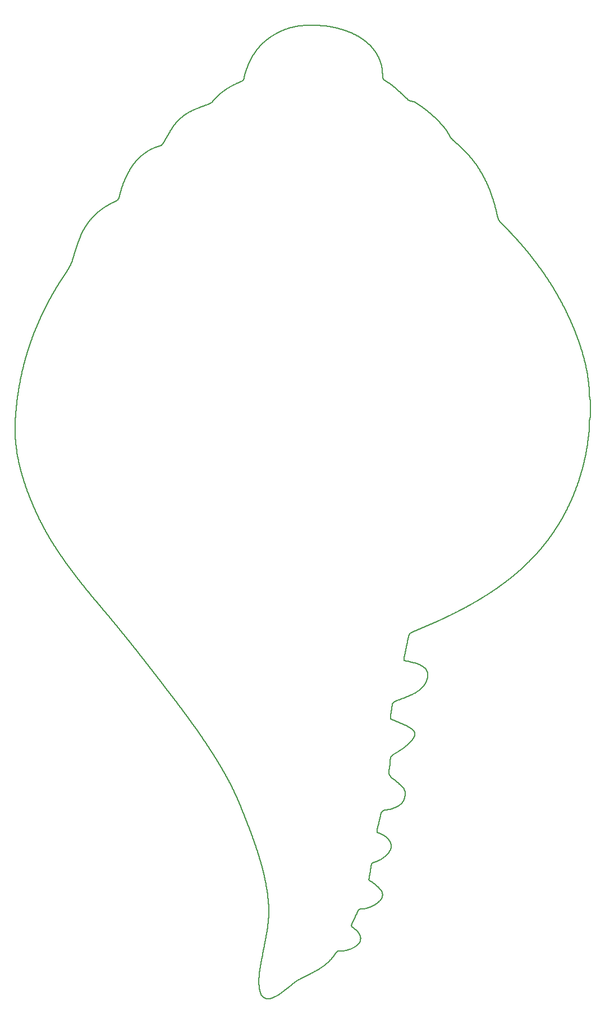
<source format=gm1>
G04 MADE WITH FRITZING*
G04 WWW.FRITZING.ORG*
G04 DOUBLE SIDED*
G04 HOLES PLATED*
G04 CONTOUR ON CENTER OF CONTOUR VECTOR*
%ASAXBY*%
%FSLAX23Y23*%
%MOIN*%
%OFA0B0*%
%SFA1.0B1.0*%
%ADD10C,0.008*%
%LNCONTOUR*%
G90*
G70*
G54D10*
X2269Y5844D02*
X2270Y5844D01*
X2271Y5844D01*
X2272Y5844D01*
X2273Y5844D01*
X2274Y5844D01*
X2275Y5844D01*
X2276Y5844D01*
X2277Y5844D01*
X2278Y5844D01*
X2279Y5844D01*
X2280Y5843D01*
X2281Y5843D01*
X2282Y5843D01*
X2283Y5843D01*
X2284Y5843D01*
X2285Y5843D01*
X2286Y5843D01*
X2287Y5843D01*
X2288Y5843D01*
X2289Y5843D01*
X2290Y5843D01*
X2291Y5843D01*
X2292Y5843D01*
X2293Y5843D01*
X2294Y5843D01*
X2295Y5843D01*
X2296Y5843D01*
X2297Y5843D01*
X2298Y5843D01*
X2299Y5843D01*
X2300Y5843D01*
X2301Y5843D01*
X2302Y5843D01*
X2303Y5843D01*
X2304Y5843D01*
X2305Y5843D01*
X2306Y5843D01*
X2307Y5843D01*
X2308Y5843D01*
X2309Y5843D01*
X2310Y5843D01*
X2311Y5843D01*
X2312Y5842D01*
X2313Y5842D01*
X2314Y5842D01*
X2315Y5842D01*
X2316Y5842D01*
X2317Y5842D01*
X2318Y5842D01*
X2319Y5842D01*
X2320Y5842D01*
X2321Y5842D01*
X2322Y5842D01*
X2323Y5842D01*
X2324Y5842D01*
X2325Y5842D01*
X2326Y5842D01*
X2327Y5841D01*
X2328Y5841D01*
X2329Y5841D01*
X2330Y5841D01*
X2331Y5841D01*
X2332Y5841D01*
X2333Y5841D01*
X2334Y5841D01*
X2335Y5841D01*
X2336Y5841D01*
X2337Y5841D01*
X2338Y5841D01*
X2339Y5840D01*
X2340Y5840D01*
X2341Y5840D01*
X2342Y5840D01*
X2343Y5840D01*
X2344Y5840D01*
X2345Y5840D01*
X2346Y5840D01*
X2347Y5840D01*
X2348Y5840D01*
X2349Y5839D01*
X2350Y5839D01*
X2351Y5839D01*
X2352Y5839D01*
X2353Y5839D01*
X2354Y5839D01*
X2355Y5839D01*
X2356Y5839D01*
X2357Y5838D01*
X2358Y5838D01*
X2359Y5838D01*
X2360Y5838D01*
X2361Y5838D01*
X2362Y5838D01*
X2363Y5838D01*
X2364Y5838D01*
X2365Y5837D01*
X2366Y5837D01*
X2367Y5837D01*
X2368Y5837D01*
X2369Y5837D01*
X2370Y5837D01*
X2371Y5837D01*
X2372Y5836D01*
X2373Y5836D01*
X2374Y5836D01*
X2375Y5836D01*
X2376Y5836D01*
X2377Y5836D01*
X2378Y5835D01*
X2379Y5835D01*
X2380Y5835D01*
X2381Y5835D01*
X2382Y5835D01*
X2383Y5835D01*
X2384Y5835D01*
X2385Y5834D01*
X2386Y5834D01*
X2387Y5834D01*
X2388Y5834D01*
X2389Y5834D01*
X2390Y5833D01*
X2391Y5833D01*
X2392Y5833D01*
X2393Y5833D01*
X2394Y5833D01*
X2395Y5832D01*
X2396Y5832D01*
X2397Y5832D01*
X2398Y5832D01*
X2399Y5832D01*
X2400Y5832D01*
X2401Y5831D01*
X2402Y5831D01*
X2403Y5831D01*
X2404Y5831D01*
X2405Y5830D01*
X2406Y5830D01*
X2407Y5830D01*
X2408Y5830D01*
X2409Y5830D01*
X2410Y5829D01*
X2411Y5829D01*
X2412Y5829D01*
X2413Y5829D01*
X2414Y5829D01*
X2415Y5828D01*
X2416Y5828D01*
X2417Y5828D01*
X2418Y5828D01*
X2419Y5827D01*
X2420Y5827D01*
X2421Y5827D01*
X2422Y5827D01*
X2423Y5826D01*
X2424Y5826D01*
X2425Y5826D01*
X2426Y5826D01*
X2427Y5825D01*
X2428Y5825D01*
X2429Y5825D01*
X2430Y5825D01*
X2431Y5824D01*
X2432Y5824D01*
X2433Y5824D01*
X2434Y5824D01*
X2435Y5823D01*
X2436Y5823D01*
X2437Y5823D01*
X2438Y5823D01*
X2439Y5822D01*
X2440Y5822D01*
X2441Y5822D01*
X2442Y5822D01*
X2443Y5821D01*
X2444Y5821D01*
X2445Y5821D01*
X2446Y5820D01*
X2447Y5820D01*
X2448Y5820D01*
X2449Y5820D01*
X2450Y5819D01*
X2451Y5819D01*
X2452Y5819D01*
X2453Y5818D01*
X2454Y5818D01*
X2455Y5818D01*
X2456Y5817D01*
X2457Y5817D01*
X2458Y5817D01*
X2459Y5817D01*
X2460Y5816D01*
X2461Y5816D01*
X2462Y5816D01*
X2463Y5815D01*
X2464Y5815D01*
X2465Y5815D01*
X2466Y5814D01*
X2467Y5814D01*
X2468Y5814D01*
X2469Y5813D01*
X2470Y5813D01*
X2471Y5813D01*
X2472Y5812D01*
X2473Y5812D01*
X2474Y5812D01*
X2475Y5811D01*
X2476Y5811D01*
X2477Y5811D01*
X2478Y5810D01*
X2479Y5810D01*
X2480Y5809D01*
X2481Y5809D01*
X2482Y5809D01*
X2483Y5808D01*
X2484Y5808D01*
X2485Y5808D01*
X2486Y5807D01*
X2487Y5807D01*
X2488Y5807D01*
X2489Y5806D01*
X2490Y5806D01*
X2491Y5805D01*
X2492Y5805D01*
X2493Y5805D01*
X2494Y5804D01*
X2495Y5804D01*
X2496Y5803D01*
X2497Y5803D01*
X2498Y5803D01*
X2499Y5802D01*
X2500Y5802D01*
X2501Y5801D01*
X2502Y5801D01*
X2503Y5801D01*
X2504Y5800D01*
X2505Y5800D01*
X2506Y5799D01*
X2507Y5799D01*
X2508Y5798D01*
X2509Y5798D01*
X2510Y5798D01*
X2511Y5797D01*
X2512Y5797D01*
X2513Y5796D01*
X2514Y5796D01*
X2515Y5795D01*
X2516Y5795D01*
X2517Y5795D01*
X2518Y5794D01*
X2519Y5794D01*
X2520Y5793D01*
X2521Y5793D01*
X2522Y5792D01*
X2523Y5792D01*
X2524Y5791D01*
X2525Y5791D01*
X2526Y5790D01*
X2527Y5790D01*
X2528Y5789D01*
X2529Y5789D01*
X2530Y5788D01*
X2531Y5788D01*
X2532Y5787D01*
X2533Y5787D01*
X2534Y5786D01*
X2535Y5786D01*
X2536Y5785D01*
X2537Y5785D01*
X2538Y5784D01*
X2539Y5784D01*
X2540Y5783D01*
X2541Y5783D01*
X2542Y5782D01*
X2543Y5781D01*
X2544Y5781D01*
X2545Y5780D01*
X2546Y5780D01*
X2547Y5779D01*
X2548Y5779D01*
X2549Y5778D01*
X2550Y5778D01*
X2551Y5777D01*
X2552Y5776D01*
X2553Y5776D01*
X2554Y5775D01*
X2555Y5775D01*
X2556Y5774D01*
X2557Y5773D01*
X2558Y5773D01*
X2559Y5772D01*
X2560Y5772D01*
X2561Y5771D01*
X2562Y5770D01*
X2563Y5770D01*
X2564Y5769D01*
X2565Y5768D01*
X2566Y5768D01*
X2567Y5767D01*
X2568Y5767D01*
X2569Y5766D01*
X2570Y5765D01*
X2571Y5765D01*
X2572Y5764D01*
X2573Y5763D01*
X2574Y5763D01*
X2575Y5762D01*
X2576Y5761D01*
X2577Y5760D01*
X2578Y5760D01*
X2579Y5759D01*
X2580Y5758D01*
X2581Y5758D01*
X2582Y5757D01*
X2583Y5756D01*
X2584Y5755D01*
X2585Y5755D01*
X2586Y5754D01*
X2587Y5753D01*
X2588Y5752D01*
X2589Y5752D01*
X2590Y5751D01*
X2591Y5750D01*
X2592Y5749D01*
X2593Y5749D01*
X2594Y5748D01*
X2595Y5747D01*
X2596Y5746D01*
X2597Y5745D01*
X2598Y5745D01*
X2599Y5744D01*
X2600Y5743D01*
X2601Y5742D01*
X2602Y5741D01*
X2603Y5740D01*
X2604Y5740D01*
X2605Y5739D01*
X2606Y5738D01*
X2607Y5737D01*
X2608Y5736D01*
X2609Y5735D01*
X2610Y5734D01*
X2611Y5733D01*
X2612Y5732D01*
X2613Y5732D01*
X2614Y5731D01*
X2615Y5730D01*
X2616Y5729D01*
X2617Y5728D01*
X2618Y5727D01*
X2619Y5726D01*
X2620Y5725D01*
X2621Y5724D01*
X2622Y5723D01*
X2623Y5722D01*
X2624Y5721D01*
X2625Y5720D01*
X2626Y5719D01*
X2627Y5718D01*
X2628Y5717D01*
X2628Y5716D01*
X2629Y5715D01*
X2630Y5714D01*
X2631Y5713D01*
X2632Y5712D01*
X2633Y5711D01*
X2634Y5710D01*
X2635Y5709D01*
X2636Y5708D01*
X2636Y5707D01*
X2637Y5706D01*
X2638Y5705D01*
X2639Y5704D01*
X2640Y5703D01*
X2641Y5702D01*
X2641Y5701D01*
X2642Y5700D01*
X2643Y5699D01*
X2644Y5698D01*
X2644Y5697D01*
X2645Y5696D01*
X2646Y5695D01*
X2647Y5694D01*
X2647Y5693D01*
X2648Y5692D01*
X2649Y5691D01*
X2650Y5690D01*
X2650Y5689D01*
X2651Y5688D01*
X2652Y5687D01*
X2652Y5686D01*
X2653Y5685D01*
X2654Y5684D01*
X2654Y5683D01*
X2655Y5682D01*
X2656Y5681D01*
X2656Y5680D01*
X2657Y5679D01*
X2658Y5678D01*
X2658Y5677D01*
X2659Y5676D01*
X2660Y5675D01*
X2660Y5674D01*
X2661Y5673D01*
X2661Y5672D01*
X2662Y5671D01*
X2662Y5670D01*
X2663Y5669D01*
X2664Y5668D01*
X2664Y5667D01*
X2665Y5666D01*
X2665Y5665D01*
X2666Y5664D01*
X2666Y5663D01*
X2667Y5662D01*
X2667Y5661D01*
X2668Y5660D01*
X2668Y5659D01*
X2669Y5658D01*
X2669Y5657D01*
X2670Y5656D01*
X2670Y5655D01*
X2671Y5654D01*
X2671Y5653D01*
X2672Y5652D01*
X2672Y5651D01*
X2673Y5650D01*
X2673Y5649D01*
X2674Y5648D01*
X2674Y5647D01*
X2675Y5646D01*
X2675Y5644D01*
X2676Y5643D01*
X2676Y5642D01*
X2677Y5641D01*
X2677Y5639D01*
X2678Y5638D01*
X2678Y5637D01*
X2679Y5636D01*
X2679Y5634D01*
X2680Y5633D01*
X2680Y5631D01*
X2681Y5630D01*
X2681Y5629D01*
X2682Y5628D01*
X2682Y5625D01*
X2683Y5624D01*
X2683Y5622D01*
X2684Y5621D01*
X2684Y5619D01*
X2685Y5618D01*
X2685Y5616D01*
X2686Y5615D01*
X2686Y5612D01*
X2687Y5611D01*
X2687Y5608D01*
X2688Y5607D01*
X2688Y5604D01*
X2689Y5603D01*
X2689Y5599D01*
X2690Y5598D01*
X2690Y5594D01*
X2691Y5593D01*
X2691Y5588D01*
X2692Y5587D01*
X2692Y5581D01*
X2693Y5580D01*
X2693Y5573D01*
X2694Y5572D01*
X2694Y5560D01*
X2695Y5559D01*
X2695Y5535D01*
X2696Y5534D01*
X2696Y5531D01*
X2697Y5530D01*
X2697Y5528D01*
X2698Y5527D01*
X2698Y5526D01*
X2699Y5525D01*
X2700Y5524D01*
X2700Y5523D01*
X2701Y5522D01*
X2702Y5521D01*
X2703Y5520D01*
X2704Y5519D01*
X2705Y5519D01*
X2706Y5518D01*
X2707Y5517D01*
X2708Y5516D01*
X2709Y5516D01*
X2710Y5515D01*
X2711Y5515D01*
X2712Y5514D01*
X2713Y5513D01*
X2714Y5513D01*
X2715Y5512D01*
X2716Y5511D01*
X2717Y5511D01*
X2718Y5510D01*
X2719Y5510D01*
X2720Y5509D01*
X2721Y5508D01*
X2722Y5508D01*
X2723Y5507D01*
X2724Y5506D01*
X2725Y5506D01*
X2726Y5505D01*
X2727Y5504D01*
X2728Y5504D01*
X2729Y5503D01*
X2730Y5502D01*
X2731Y5502D01*
X2732Y5501D01*
X2733Y5500D01*
X2734Y5500D01*
X2735Y5499D01*
X2736Y5498D01*
X2737Y5498D01*
X2738Y5497D01*
X2739Y5496D01*
X2740Y5496D01*
X2741Y5495D01*
X2742Y5494D01*
X2743Y5493D01*
X2744Y5493D01*
X2745Y5492D01*
X2746Y5491D01*
X2747Y5490D01*
X2748Y5490D01*
X2749Y5489D01*
X2750Y5488D01*
X2751Y5487D01*
X2752Y5487D01*
X2753Y5486D01*
X2754Y5485D01*
X2755Y5485D01*
X2756Y5484D01*
X2757Y5483D01*
X2758Y5482D01*
X2759Y5481D01*
X2760Y5480D01*
X2761Y5480D01*
X2762Y5479D01*
X2763Y5478D01*
X2764Y5477D01*
X2765Y5476D01*
X2766Y5476D01*
X2767Y5475D01*
X2768Y5474D01*
X2769Y5473D01*
X2770Y5472D01*
X2771Y5471D01*
X2772Y5470D01*
X2773Y5470D01*
X2774Y5469D01*
X2775Y5468D01*
X2776Y5467D01*
X2777Y5466D01*
X2778Y5465D01*
X2779Y5464D01*
X2780Y5463D01*
X2781Y5462D01*
X2782Y5462D01*
X2783Y5461D01*
X2784Y5460D01*
X2785Y5459D01*
X2786Y5458D01*
X2787Y5457D01*
X2788Y5456D01*
X2789Y5455D01*
X2790Y5454D01*
X2791Y5454D01*
X2792Y5453D01*
X2793Y5452D01*
X2794Y5451D01*
X2795Y5450D01*
X2796Y5449D01*
X2797Y5448D01*
X2798Y5447D01*
X2799Y5446D01*
X2800Y5445D01*
X2801Y5444D01*
X2802Y5443D01*
X2803Y5442D01*
X2804Y5441D01*
X2805Y5441D01*
X2806Y5440D01*
X2807Y5439D01*
X2808Y5438D01*
X2809Y5437D01*
X2810Y5436D01*
X2811Y5435D01*
X2812Y5434D01*
X2813Y5433D01*
X2814Y5432D01*
X2815Y5431D01*
X2816Y5430D01*
X2817Y5429D01*
X2818Y5428D01*
X2819Y5427D01*
X2820Y5426D01*
X2821Y5425D01*
X2822Y5425D01*
X2823Y5424D01*
X2824Y5423D01*
X2825Y5422D01*
X2826Y5421D01*
X2827Y5420D01*
X2828Y5419D01*
X2829Y5418D01*
X2830Y5417D01*
X2831Y5416D01*
X2832Y5415D01*
X2833Y5414D01*
X2834Y5413D01*
X2835Y5412D01*
X2836Y5411D01*
X2837Y5410D01*
X2838Y5409D01*
X2839Y5409D01*
X2840Y5408D01*
X2841Y5407D01*
X2842Y5406D01*
X2843Y5405D01*
X2844Y5404D01*
X2845Y5403D01*
X2846Y5402D01*
X2847Y5401D01*
X2848Y5400D01*
X2849Y5399D01*
X2850Y5399D01*
X2851Y5398D01*
X2852Y5397D01*
X2853Y5396D01*
X2854Y5396D01*
X2855Y5395D01*
X2856Y5395D01*
X2857Y5395D01*
X2858Y5395D01*
X2859Y5395D01*
X2860Y5394D01*
X2861Y5394D01*
X2862Y5394D01*
X2863Y5394D01*
X2864Y5394D01*
X2865Y5394D01*
X2866Y5393D01*
X2867Y5393D01*
X2868Y5393D01*
X2869Y5393D01*
X2870Y5393D01*
X2871Y5392D01*
X2872Y5392D01*
X2873Y5392D01*
X2874Y5391D01*
X2875Y5391D01*
X2876Y5391D01*
X2877Y5390D01*
X2878Y5390D01*
X2879Y5390D01*
X2880Y5389D01*
X2881Y5389D01*
X2882Y5388D01*
X2883Y5388D01*
X2884Y5388D01*
X2885Y5387D01*
X2886Y5387D01*
X2887Y5386D01*
X2888Y5386D01*
X2889Y5385D01*
X2890Y5385D01*
X2891Y5384D01*
X2892Y5384D01*
X2893Y5383D01*
X2894Y5382D01*
X2895Y5382D01*
X2896Y5381D01*
X2897Y5381D01*
X2898Y5380D01*
X2899Y5380D01*
X2900Y5379D01*
X2901Y5378D01*
X2902Y5378D01*
X2903Y5377D01*
X2904Y5376D01*
X2905Y5376D01*
X2906Y5375D01*
X2907Y5374D01*
X2908Y5374D01*
X2909Y5373D01*
X2910Y5372D01*
X2911Y5372D01*
X2912Y5371D01*
X2913Y5370D01*
X2914Y5370D01*
X2915Y5369D01*
X2916Y5368D01*
X2917Y5367D01*
X2918Y5367D01*
X2919Y5366D01*
X2920Y5365D01*
X2921Y5365D01*
X2922Y5364D01*
X2923Y5363D01*
X2924Y5362D01*
X2925Y5362D01*
X2926Y5361D01*
X2927Y5360D01*
X2928Y5360D01*
X2929Y5359D01*
X2930Y5358D01*
X2931Y5357D01*
X2932Y5357D01*
X2933Y5356D01*
X2934Y5355D01*
X2935Y5355D01*
X2936Y5354D01*
X2937Y5353D01*
X2938Y5352D01*
X2939Y5352D01*
X2940Y5351D01*
X2941Y5350D01*
X2942Y5349D01*
X2943Y5349D01*
X2944Y5348D01*
X2945Y5347D01*
X2946Y5346D01*
X2947Y5346D01*
X2948Y5345D01*
X2949Y5344D01*
X2950Y5343D01*
X2951Y5342D01*
X2952Y5342D01*
X2953Y5341D01*
X2954Y5340D01*
X2955Y5339D01*
X2956Y5339D01*
X2957Y5338D01*
X2958Y5337D01*
X2959Y5336D01*
X2960Y5335D01*
X2961Y5335D01*
X2962Y5334D01*
X2963Y5333D01*
X2964Y5332D01*
X2965Y5331D01*
X2966Y5331D01*
X2967Y5330D01*
X2968Y5329D01*
X2969Y5328D01*
X2970Y5327D01*
X2971Y5327D01*
X2972Y5326D01*
X2973Y5325D01*
X2974Y5324D01*
X2975Y5323D01*
X2976Y5322D01*
X2977Y5322D01*
X2978Y5321D01*
X2979Y5320D01*
X2980Y5319D01*
X2981Y5318D01*
X2982Y5317D01*
X2983Y5316D01*
X2984Y5316D01*
X2985Y5315D01*
X2986Y5314D01*
X2987Y5313D01*
X2988Y5312D01*
X2989Y5311D01*
X2990Y5310D01*
X2991Y5310D01*
X2992Y5309D01*
X2993Y5308D01*
X2994Y5307D01*
X2995Y5306D01*
X2996Y5305D01*
X2997Y5304D01*
X2998Y5303D01*
X2999Y5302D01*
X3000Y5301D01*
X3001Y5300D01*
X3002Y5299D01*
X3003Y5299D01*
X3004Y5298D01*
X3005Y5297D01*
X3006Y5296D01*
X3007Y5295D01*
X3008Y5294D01*
X3009Y5293D01*
X3010Y5292D01*
X3011Y5291D01*
X3012Y5290D01*
X3013Y5289D01*
X3014Y5288D01*
X3015Y5287D01*
X3016Y5286D01*
X3017Y5285D01*
X3018Y5284D01*
X3019Y5283D01*
X3020Y5282D01*
X3021Y5281D01*
X3022Y5280D01*
X3023Y5279D01*
X3024Y5278D01*
X3025Y5277D01*
X3026Y5276D01*
X3027Y5275D01*
X3028Y5274D01*
X3029Y5273D01*
X3030Y5272D01*
X3031Y5271D01*
X3032Y5270D01*
X3033Y5269D01*
X3034Y5268D01*
X3035Y5267D01*
X3036Y5266D01*
X3037Y5265D01*
X3037Y5264D01*
X3038Y5263D01*
X3039Y5262D01*
X3040Y5261D01*
X3041Y5260D01*
X3042Y5259D01*
X3043Y5258D01*
X3044Y5257D01*
X3045Y5256D01*
X3045Y5255D01*
X3046Y5254D01*
X3047Y5253D01*
X3048Y5252D01*
X3049Y5251D01*
X3050Y5250D01*
X3051Y5249D01*
X3052Y5248D01*
X3053Y5247D01*
X3053Y5246D01*
X3054Y5245D01*
X3055Y5244D01*
X3056Y5243D01*
X3057Y5242D01*
X3057Y5241D01*
X3058Y5240D01*
X3059Y5239D01*
X3060Y5238D01*
X3061Y5237D01*
X3062Y5236D01*
X3062Y5235D01*
X3063Y5234D01*
X3064Y5233D01*
X3065Y5232D01*
X3065Y5231D01*
X3066Y5230D01*
X3067Y5229D01*
X3068Y5228D01*
X3068Y5227D01*
X3069Y5226D01*
X3070Y5225D01*
X3071Y5224D01*
X3071Y5223D01*
X3072Y5222D01*
X3073Y5221D01*
X3074Y5220D01*
X3074Y5219D01*
X3075Y5218D01*
X3076Y5217D01*
X3076Y5216D01*
X3077Y5215D01*
X3078Y5214D01*
X3078Y5213D01*
X3079Y5212D01*
X3079Y5211D01*
X3080Y5210D01*
X3081Y5209D01*
X3081Y5208D01*
X3082Y5207D01*
X3083Y5206D01*
X3083Y5205D01*
X3084Y5204D01*
X3085Y5203D01*
X3085Y5202D01*
X3086Y5201D01*
X3086Y5200D01*
X3087Y5199D01*
X3088Y5198D01*
X3088Y5197D01*
X3089Y5196D01*
X3089Y5195D01*
X3090Y5194D01*
X3090Y5193D01*
X3091Y5192D01*
X3092Y5191D01*
X3092Y5190D01*
X3093Y5189D01*
X3093Y5188D01*
X3094Y5187D01*
X3094Y5186D01*
X3095Y5185D01*
X3096Y5184D01*
X3096Y5183D01*
X3097Y5182D01*
X3097Y5181D01*
X3098Y5180D01*
X3099Y5179D01*
X3099Y5178D01*
X3100Y5177D01*
X3101Y5176D01*
X3101Y5175D01*
X3102Y5174D01*
X3103Y5173D01*
X3104Y5172D01*
X3104Y5171D01*
X3105Y5170D01*
X3106Y5169D01*
X3107Y5168D01*
X3108Y5167D01*
X3109Y5166D01*
X3110Y5165D01*
X3111Y5164D01*
X3112Y5163D01*
X3113Y5162D01*
X3114Y5161D01*
X3115Y5160D01*
X3116Y5159D01*
X3117Y5158D01*
X3118Y5157D01*
X3119Y5156D01*
X3120Y5156D01*
X3121Y5155D01*
X3122Y5154D01*
X3123Y5153D01*
X3124Y5152D01*
X3125Y5151D01*
X3126Y5151D01*
X3127Y5150D01*
X3128Y5149D01*
X3129Y5148D01*
X3130Y5147D01*
X3131Y5146D01*
X3132Y5146D01*
X3133Y5145D01*
X3134Y5144D01*
X3135Y5143D01*
X3136Y5142D01*
X3137Y5141D01*
X3138Y5140D01*
X3139Y5140D01*
X3140Y5139D01*
X3141Y5138D01*
X3142Y5137D01*
X3143Y5136D01*
X3144Y5135D01*
X3145Y5134D01*
X3146Y5133D01*
X3147Y5132D01*
X3148Y5132D01*
X3149Y5131D01*
X3150Y5130D01*
X3151Y5129D01*
X3152Y5128D01*
X3153Y5127D01*
X3154Y5126D01*
X3155Y5125D01*
X3156Y5124D01*
X3157Y5123D01*
X3158Y5122D01*
X3159Y5121D01*
X3160Y5121D01*
X3161Y5120D01*
X3162Y5119D01*
X3163Y5118D01*
X3164Y5117D01*
X3165Y5116D01*
X3166Y5115D01*
X3167Y5114D01*
X3168Y5113D01*
X3169Y5112D01*
X3170Y5111D01*
X3171Y5110D01*
X3172Y5109D01*
X3173Y5108D01*
X3174Y5107D01*
X3175Y5106D01*
X3176Y5105D01*
X3177Y5104D01*
X3178Y5103D01*
X3179Y5102D01*
X3180Y5101D01*
X3181Y5100D01*
X3182Y5099D01*
X3183Y5098D01*
X3184Y5097D01*
X3185Y5096D01*
X3186Y5095D01*
X3187Y5094D01*
X3188Y5093D01*
X3189Y5092D01*
X3190Y5091D01*
X3191Y5090D01*
X3192Y5089D01*
X3192Y5088D01*
X3193Y5087D01*
X3194Y5086D01*
X3195Y5085D01*
X3196Y5084D01*
X3197Y5083D01*
X3198Y5082D01*
X3199Y5081D01*
X3200Y5080D01*
X3201Y5079D01*
X3202Y5078D01*
X3203Y5077D01*
X3203Y5076D01*
X3204Y5075D01*
X3205Y5074D01*
X3206Y5073D01*
X3207Y5072D01*
X3208Y5071D01*
X3209Y5070D01*
X3210Y5069D01*
X3211Y5068D01*
X3211Y5067D01*
X3212Y5066D01*
X3213Y5065D01*
X3214Y5064D01*
X3215Y5063D01*
X3216Y5062D01*
X3216Y5061D01*
X3217Y5060D01*
X3218Y5059D01*
X3219Y5058D01*
X3220Y5057D01*
X3221Y5056D01*
X3221Y5055D01*
X3222Y5054D01*
X3223Y5053D01*
X3224Y5052D01*
X3225Y5051D01*
X3226Y5050D01*
X3226Y5049D01*
X3227Y5048D01*
X3228Y5047D01*
X3229Y5046D01*
X3230Y5045D01*
X3230Y5044D01*
X3231Y5043D01*
X3232Y5042D01*
X3233Y5041D01*
X3233Y5040D01*
X3234Y5039D01*
X3235Y5038D01*
X3236Y5037D01*
X3237Y5036D01*
X3237Y5035D01*
X3238Y5034D01*
X3239Y5033D01*
X3240Y5032D01*
X3240Y5031D01*
X3241Y5030D01*
X3242Y5029D01*
X3243Y5028D01*
X3243Y5027D01*
X3244Y5026D01*
X3245Y5025D01*
X3246Y5024D01*
X3246Y5023D01*
X3247Y5022D01*
X3248Y5021D01*
X3248Y5020D01*
X3249Y5019D01*
X3250Y5018D01*
X3251Y5017D01*
X3251Y5016D01*
X3252Y5015D01*
X3253Y5014D01*
X3253Y5013D01*
X3254Y5012D01*
X3255Y5011D01*
X3255Y5010D01*
X3256Y5009D01*
X3257Y5008D01*
X3258Y5007D01*
X3258Y5006D01*
X3259Y5005D01*
X3260Y5004D01*
X3260Y5003D01*
X3261Y5002D01*
X3262Y5001D01*
X3262Y5000D01*
X3263Y4999D01*
X3264Y4998D01*
X3264Y4997D01*
X3265Y4996D01*
X3266Y4995D01*
X3266Y4994D01*
X3267Y4993D01*
X3268Y4992D01*
X3268Y4991D01*
X3269Y4990D01*
X3269Y4989D01*
X3270Y4988D01*
X3271Y4987D01*
X3271Y4986D01*
X3272Y4985D01*
X3273Y4984D01*
X3273Y4983D01*
X3274Y4982D01*
X3274Y4981D01*
X3275Y4980D01*
X3276Y4979D01*
X3276Y4978D01*
X3277Y4977D01*
X3278Y4976D01*
X3278Y4975D01*
X3279Y4974D01*
X3279Y4973D01*
X3280Y4972D01*
X3280Y4971D01*
X3281Y4970D01*
X3282Y4969D01*
X3282Y4968D01*
X3283Y4967D01*
X3283Y4966D01*
X3284Y4965D01*
X3285Y4964D01*
X3285Y4963D01*
X3286Y4962D01*
X3286Y4961D01*
X3287Y4960D01*
X3288Y4959D01*
X3288Y4958D01*
X3289Y4957D01*
X3289Y4956D01*
X3290Y4955D01*
X3290Y4954D01*
X3291Y4953D01*
X3291Y4952D01*
X3292Y4951D01*
X3292Y4950D01*
X3293Y4949D01*
X3294Y4948D01*
X3294Y4947D01*
X3295Y4946D01*
X3295Y4945D01*
X3296Y4944D01*
X3296Y4943D01*
X3297Y4942D01*
X3297Y4941D01*
X3298Y4940D01*
X3298Y4939D01*
X3299Y4938D01*
X3299Y4937D01*
X3300Y4936D01*
X3300Y4935D01*
X3301Y4934D01*
X3301Y4933D01*
X3302Y4932D01*
X3302Y4931D01*
X3303Y4930D01*
X3303Y4929D01*
X3304Y4928D01*
X3304Y4927D01*
X3305Y4926D01*
X3305Y4925D01*
X3306Y4924D01*
X3306Y4923D01*
X3307Y4922D01*
X3307Y4921D01*
X3308Y4920D01*
X3308Y4919D01*
X3309Y4918D01*
X3309Y4917D01*
X3310Y4916D01*
X3310Y4915D01*
X3311Y4914D01*
X3311Y4913D01*
X3312Y4912D01*
X3312Y4911D01*
X3313Y4910D01*
X3313Y4909D01*
X3314Y4908D01*
X3314Y4906D01*
X3315Y4905D01*
X3315Y4904D01*
X3316Y4903D01*
X3316Y4902D01*
X3317Y4901D01*
X3317Y4900D01*
X3318Y4899D01*
X3318Y4897D01*
X3319Y4896D01*
X3319Y4895D01*
X3320Y4894D01*
X3320Y4893D01*
X3321Y4892D01*
X3321Y4890D01*
X3322Y4889D01*
X3322Y4888D01*
X3323Y4887D01*
X3323Y4886D01*
X3324Y4885D01*
X3324Y4883D01*
X3325Y4882D01*
X3325Y4881D01*
X3326Y4880D01*
X3326Y4878D01*
X3327Y4877D01*
X3327Y4876D01*
X3328Y4875D01*
X3328Y4873D01*
X3329Y4872D01*
X3329Y4871D01*
X3330Y4870D01*
X3330Y4868D01*
X3331Y4867D01*
X3331Y4866D01*
X3332Y4865D01*
X3332Y4863D01*
X3333Y4862D01*
X3333Y4861D01*
X3334Y4860D01*
X3334Y4858D01*
X3335Y4857D01*
X3335Y4855D01*
X3336Y4854D01*
X3336Y4852D01*
X3337Y4851D01*
X3337Y4850D01*
X3338Y4849D01*
X3338Y4847D01*
X3339Y4846D01*
X3339Y4844D01*
X3340Y4843D01*
X3340Y4841D01*
X3341Y4840D01*
X3341Y4839D01*
X3342Y4838D01*
X3342Y4836D01*
X3343Y4835D01*
X3343Y4833D01*
X3344Y4832D01*
X3344Y4830D01*
X3345Y4829D01*
X3345Y4827D01*
X3346Y4826D01*
X3346Y4824D01*
X3347Y4823D01*
X3347Y4821D01*
X3348Y4820D01*
X3348Y4818D01*
X3349Y4817D01*
X3349Y4815D01*
X3350Y4814D01*
X3350Y4812D01*
X3351Y4811D01*
X3351Y4809D01*
X3352Y4808D01*
X3352Y4805D01*
X3353Y4804D01*
X3353Y4802D01*
X3354Y4801D01*
X3354Y4799D01*
X3355Y4798D01*
X3355Y4796D01*
X3356Y4795D01*
X3356Y4792D01*
X3357Y4791D01*
X3357Y4789D01*
X3358Y4788D01*
X3358Y4785D01*
X3359Y4784D01*
X3359Y4782D01*
X3360Y4781D01*
X3360Y4779D01*
X3361Y4778D01*
X3361Y4775D01*
X3362Y4774D01*
X3362Y4771D01*
X3363Y4770D01*
X3363Y4768D01*
X3364Y4767D01*
X3364Y4764D01*
X3365Y4763D01*
X3365Y4760D01*
X3366Y4759D01*
X3366Y4756D01*
X3367Y4755D01*
X3367Y4753D01*
X3368Y4752D01*
X3368Y4749D01*
X3369Y4748D01*
X3369Y4745D01*
X3370Y4744D01*
X3370Y4741D01*
X3371Y4740D01*
X3371Y4737D01*
X3372Y4736D01*
X3372Y4732D01*
X3373Y4731D01*
X3373Y4728D01*
X3374Y4727D01*
X3374Y4724D01*
X3375Y4723D01*
X3375Y4719D01*
X3376Y4718D01*
X3376Y4715D01*
X3377Y4714D01*
X3377Y4711D01*
X3378Y4710D01*
X3378Y4707D01*
X3379Y4706D01*
X3379Y4703D01*
X3380Y4702D01*
X3380Y4700D01*
X3381Y4699D01*
X3381Y4698D01*
X3382Y4697D01*
X3382Y4695D01*
X3383Y4694D01*
X3383Y4693D01*
X3384Y4692D01*
X3384Y4691D01*
X3385Y4690D01*
X3385Y4689D01*
X3386Y4688D01*
X3386Y4687D01*
X3387Y4686D01*
X3388Y4685D01*
X3388Y4684D01*
X3389Y4683D01*
X3390Y4682D01*
X3390Y4681D01*
X3391Y4680D01*
X3392Y4679D01*
X3393Y4678D01*
X3393Y4677D01*
X3394Y4676D01*
X3395Y4675D01*
X3396Y4674D01*
X3397Y4673D01*
X3398Y4672D01*
X3399Y4671D01*
X3400Y4670D01*
X3401Y4669D01*
X3402Y4668D01*
X3403Y4667D01*
X3404Y4666D01*
X3405Y4665D01*
X3406Y4664D01*
X3407Y4663D01*
X3408Y4662D01*
X3409Y4661D01*
X3410Y4660D01*
X3410Y4659D01*
X3411Y4658D01*
X3412Y4657D01*
X3413Y4656D01*
X3414Y4655D01*
X3415Y4654D01*
X3416Y4653D01*
X3417Y4652D01*
X3418Y4651D01*
X3419Y4650D01*
X3420Y4649D01*
X3421Y4648D01*
X3422Y4647D01*
X3423Y4646D01*
X3424Y4645D01*
X3425Y4644D01*
X3426Y4643D01*
X3427Y4642D01*
X3428Y4641D01*
X3429Y4640D01*
X3430Y4639D01*
X3431Y4638D01*
X3432Y4637D01*
X3433Y4636D01*
X3434Y4635D01*
X3435Y4634D01*
X3436Y4633D01*
X3437Y4632D01*
X3438Y4631D01*
X3439Y4630D01*
X3440Y4629D01*
X3441Y4628D01*
X3442Y4627D01*
X3443Y4626D01*
X3444Y4625D01*
X3445Y4624D01*
X3445Y4623D01*
X3446Y4622D01*
X3447Y4621D01*
X3448Y4620D01*
X3449Y4619D01*
X3450Y4618D01*
X3451Y4617D01*
X3452Y4616D01*
X3453Y4615D01*
X3454Y4614D01*
X3455Y4613D01*
X3456Y4612D01*
X3457Y4611D01*
X3458Y4610D01*
X3459Y4609D01*
X3460Y4608D01*
X3461Y4607D01*
X3462Y4606D01*
X3463Y4605D01*
X3463Y4604D01*
X3464Y4603D01*
X3465Y4602D01*
X3466Y4601D01*
X3467Y4600D01*
X3468Y4599D01*
X3469Y4598D01*
X3470Y4597D01*
X3471Y4596D01*
X3472Y4595D01*
X3473Y4594D01*
X3474Y4593D01*
X3475Y4592D01*
X3476Y4591D01*
X3477Y4590D01*
X3478Y4589D01*
X3478Y4588D01*
X3479Y4587D01*
X3480Y4586D01*
X3481Y4585D01*
X3482Y4584D01*
X3483Y4583D01*
X3484Y4582D01*
X3485Y4581D01*
X3486Y4580D01*
X3487Y4579D01*
X3488Y4578D01*
X3488Y4577D01*
X3489Y4576D01*
X3490Y4575D01*
X3491Y4574D01*
X3492Y4573D01*
X3493Y4572D01*
X3494Y4571D01*
X3495Y4570D01*
X3496Y4569D01*
X3497Y4568D01*
X3498Y4567D01*
X3499Y4566D01*
X3499Y4565D01*
X3500Y4564D01*
X3501Y4563D01*
X3502Y4562D01*
X3503Y4561D01*
X3504Y4560D01*
X3505Y4559D01*
X3506Y4558D01*
X3506Y4557D01*
X3507Y4556D01*
X3508Y4555D01*
X3509Y4554D01*
X3510Y4553D01*
X3511Y4552D01*
X3512Y4551D01*
X3513Y4550D01*
X3514Y4549D01*
X3514Y4548D01*
X3515Y4547D01*
X3516Y4546D01*
X3517Y4545D01*
X3518Y4544D01*
X3519Y4543D01*
X3520Y4542D01*
X3521Y4541D01*
X3521Y4540D01*
X3522Y4539D01*
X3523Y4538D01*
X3524Y4537D01*
X3525Y4536D01*
X3526Y4535D01*
X3527Y4534D01*
X3528Y4533D01*
X3528Y4532D01*
X3529Y4531D01*
X3530Y4530D01*
X3531Y4529D01*
X3532Y4528D01*
X3533Y4527D01*
X3533Y4526D01*
X3534Y4525D01*
X3535Y4524D01*
X3536Y4523D01*
X3537Y4522D01*
X3538Y4521D01*
X3539Y4520D01*
X3539Y4519D01*
X3540Y4518D01*
X3541Y4517D01*
X3542Y4516D01*
X3543Y4515D01*
X3544Y4514D01*
X3544Y4513D01*
X3545Y4512D01*
X3546Y4511D01*
X3547Y4510D01*
X3548Y4509D01*
X3549Y4508D01*
X3549Y4507D01*
X3550Y4506D01*
X3551Y4505D01*
X3552Y4504D01*
X3553Y4503D01*
X3554Y4502D01*
X3555Y4501D01*
X3555Y4500D01*
X3556Y4499D01*
X3557Y4498D01*
X3558Y4497D01*
X3559Y4496D01*
X3559Y4495D01*
X3560Y4494D01*
X3561Y4493D01*
X3562Y4492D01*
X3563Y4491D01*
X3563Y4490D01*
X3564Y4489D01*
X3565Y4488D01*
X3566Y4487D01*
X3567Y4486D01*
X3567Y4485D01*
X3568Y4484D01*
X3569Y4483D01*
X3570Y4482D01*
X3571Y4481D01*
X3571Y4480D01*
X3572Y4479D01*
X3573Y4478D01*
X3574Y4477D01*
X3575Y4476D01*
X3576Y4475D01*
X3576Y4474D01*
X3577Y4473D01*
X3578Y4472D01*
X3579Y4471D01*
X3580Y4470D01*
X3580Y4469D01*
X3581Y4468D01*
X3582Y4467D01*
X3583Y4466D01*
X3584Y4465D01*
X3584Y4464D01*
X3585Y4463D01*
X3586Y4462D01*
X3587Y4461D01*
X3587Y4460D01*
X3588Y4459D01*
X3589Y4458D01*
X3590Y4457D01*
X3590Y4456D01*
X3591Y4455D01*
X3592Y4454D01*
X3593Y4453D01*
X3594Y4452D01*
X3594Y4451D01*
X3595Y4450D01*
X3596Y4449D01*
X3597Y4448D01*
X3597Y4447D01*
X3598Y4446D01*
X3599Y4445D01*
X3600Y4444D01*
X3600Y4443D01*
X3601Y4442D01*
X3602Y4441D01*
X3603Y4440D01*
X3604Y4439D01*
X3604Y4438D01*
X3605Y4437D01*
X3606Y4436D01*
X3607Y4435D01*
X3607Y4434D01*
X3608Y4433D01*
X3609Y4432D01*
X3610Y4431D01*
X3610Y4430D01*
X3611Y4429D01*
X3612Y4428D01*
X3613Y4427D01*
X3613Y4426D01*
X3614Y4425D01*
X3615Y4424D01*
X3616Y4423D01*
X3616Y4422D01*
X3617Y4421D01*
X3618Y4420D01*
X3619Y4419D01*
X3619Y4418D01*
X3620Y4417D01*
X3621Y4416D01*
X3621Y4415D01*
X3622Y4414D01*
X3623Y4413D01*
X3624Y4412D01*
X3624Y4411D01*
X3625Y4410D01*
X3626Y4409D01*
X3627Y4408D01*
X3627Y4407D01*
X3628Y4406D01*
X3629Y4405D01*
X3630Y4404D01*
X3630Y4403D01*
X3631Y4402D01*
X3632Y4401D01*
X3632Y4400D01*
X3633Y4399D01*
X3634Y4398D01*
X3635Y4397D01*
X3635Y4396D01*
X3636Y4395D01*
X3637Y4394D01*
X3637Y4393D01*
X3638Y4392D01*
X3639Y4391D01*
X3640Y4390D01*
X3640Y4389D01*
X3641Y4388D01*
X3642Y4387D01*
X3642Y4386D01*
X3643Y4385D01*
X3644Y4384D01*
X3644Y4383D01*
X3645Y4382D01*
X3646Y4381D01*
X3647Y4380D01*
X3647Y4379D01*
X3648Y4378D01*
X3649Y4377D01*
X3649Y4376D01*
X3650Y4375D01*
X3651Y4374D01*
X3651Y4373D01*
X3652Y4372D01*
X3653Y4371D01*
X3654Y4370D01*
X3654Y4369D01*
X3655Y4368D01*
X3656Y4367D01*
X3656Y4366D01*
X3657Y4365D01*
X3658Y4364D01*
X3658Y4363D01*
X3659Y4362D01*
X3660Y4361D01*
X3661Y4360D01*
X3661Y4359D01*
X3662Y4358D01*
X3662Y4357D01*
X3663Y4356D01*
X3664Y4355D01*
X3664Y4354D01*
X3665Y4353D01*
X3666Y4352D01*
X3666Y4351D01*
X3667Y4350D01*
X3668Y4349D01*
X3668Y4348D01*
X3669Y4347D01*
X3670Y4346D01*
X3670Y4345D01*
X3671Y4344D01*
X3672Y4343D01*
X3672Y4342D01*
X3673Y4341D01*
X3674Y4340D01*
X3674Y4339D01*
X3675Y4338D01*
X3676Y4337D01*
X3676Y4336D01*
X3677Y4335D01*
X3678Y4334D01*
X3678Y4333D01*
X3679Y4332D01*
X3680Y4331D01*
X3680Y4330D01*
X3681Y4329D01*
X3682Y4328D01*
X3682Y4327D01*
X3683Y4326D01*
X3684Y4325D01*
X3684Y4324D01*
X3685Y4323D01*
X3686Y4322D01*
X3686Y4321D01*
X3687Y4320D01*
X3688Y4319D01*
X3688Y4318D01*
X3689Y4317D01*
X3689Y4316D01*
X3690Y4315D01*
X3691Y4314D01*
X3691Y4313D01*
X3692Y4312D01*
X3693Y4311D01*
X3693Y4310D01*
X3694Y4309D01*
X3695Y4308D01*
X3695Y4307D01*
X3696Y4306D01*
X3696Y4305D01*
X3697Y4304D01*
X3698Y4303D01*
X3698Y4302D01*
X3699Y4301D01*
X3700Y4300D01*
X3700Y4299D01*
X3701Y4298D01*
X3701Y4297D01*
X3702Y4296D01*
X3703Y4295D01*
X3703Y4294D01*
X3704Y4293D01*
X3705Y4292D01*
X3705Y4291D01*
X3706Y4290D01*
X3706Y4289D01*
X3707Y4288D01*
X3708Y4287D01*
X3708Y4286D01*
X3709Y4285D01*
X3709Y4284D01*
X3710Y4283D01*
X3711Y4282D01*
X3711Y4281D01*
X3712Y4280D01*
X3712Y4279D01*
X3713Y4278D01*
X3714Y4277D01*
X3714Y4276D01*
X3715Y4275D01*
X3715Y4274D01*
X3716Y4273D01*
X3717Y4272D01*
X3717Y4271D01*
X3718Y4270D01*
X3718Y4269D01*
X3719Y4268D01*
X3720Y4267D01*
X3720Y4266D01*
X3721Y4265D01*
X3721Y4264D01*
X3722Y4263D01*
X3723Y4262D01*
X3723Y4261D01*
X3724Y4260D01*
X3724Y4259D01*
X3725Y4258D01*
X3726Y4257D01*
X3726Y4256D01*
X3727Y4255D01*
X3727Y4254D01*
X3728Y4253D01*
X3728Y4252D01*
X3729Y4251D01*
X3730Y4250D01*
X3730Y4249D01*
X3731Y4248D01*
X3731Y4247D01*
X3732Y4246D01*
X3732Y4245D01*
X3733Y4244D01*
X3734Y4243D01*
X3734Y4242D01*
X3735Y4241D01*
X3735Y4240D01*
X3736Y4239D01*
X3736Y4238D01*
X3737Y4237D01*
X3738Y4236D01*
X3738Y4235D01*
X3739Y4234D01*
X3739Y4233D01*
X3740Y4232D01*
X3740Y4231D01*
X3741Y4230D01*
X3742Y4229D01*
X3742Y4228D01*
X3743Y4227D01*
X3743Y4226D01*
X3744Y4225D01*
X3744Y4224D01*
X3745Y4223D01*
X3745Y4222D01*
X3746Y4221D01*
X3747Y4220D01*
X3747Y4219D01*
X3748Y4218D01*
X3748Y4217D01*
X3749Y4216D01*
X3749Y4215D01*
X3750Y4214D01*
X3750Y4213D01*
X3751Y4212D01*
X3751Y4211D01*
X3752Y4210D01*
X3753Y4209D01*
X3753Y4208D01*
X3754Y4207D01*
X3754Y4206D01*
X3755Y4205D01*
X3755Y4204D01*
X3756Y4203D01*
X3756Y4202D01*
X3757Y4201D01*
X3757Y4200D01*
X3758Y4199D01*
X3758Y4198D01*
X3759Y4197D01*
X3760Y4196D01*
X3760Y4195D01*
X3761Y4194D01*
X3761Y4193D01*
X3762Y4192D01*
X3762Y4191D01*
X3763Y4190D01*
X3763Y4189D01*
X3764Y4188D01*
X3764Y4187D01*
X3765Y4186D01*
X3765Y4185D01*
X3766Y4184D01*
X3766Y4183D01*
X3767Y4182D01*
X3767Y4181D01*
X3768Y4180D01*
X3768Y4179D01*
X3769Y4178D01*
X3769Y4177D01*
X3770Y4176D01*
X3771Y4175D01*
X3771Y4174D01*
X3772Y4173D01*
X3772Y4172D01*
X3773Y4171D01*
X3773Y4170D01*
X3774Y4169D01*
X3774Y4168D01*
X3775Y4167D01*
X3775Y4166D01*
X3776Y4165D01*
X3776Y4164D01*
X3777Y4163D01*
X3777Y4162D01*
X3778Y4161D01*
X3778Y4160D01*
X3779Y4159D01*
X3779Y4158D01*
X3780Y4157D01*
X3780Y4156D01*
X3781Y4155D01*
X3781Y4154D01*
X3782Y4153D01*
X3782Y4152D01*
X3783Y4151D01*
X3783Y4150D01*
X3784Y4149D01*
X3784Y4148D01*
X3785Y4147D01*
X3785Y4146D01*
X3786Y4145D01*
X3786Y4143D01*
X3787Y4142D01*
X3787Y4141D01*
X3788Y4140D01*
X3788Y4139D01*
X3789Y4138D01*
X3789Y4137D01*
X3790Y4136D01*
X3790Y4135D01*
X3791Y4134D01*
X3791Y4133D01*
X3792Y4132D01*
X3792Y4131D01*
X3793Y4130D01*
X3793Y4129D01*
X3794Y4128D01*
X3794Y4127D01*
X3795Y4126D01*
X3795Y4125D01*
X3796Y4124D01*
X3796Y4123D01*
X3797Y4122D01*
X3797Y4120D01*
X3798Y4119D01*
X3798Y4118D01*
X3799Y4117D01*
X3799Y4116D01*
X3800Y4115D01*
X3800Y4114D01*
X3801Y4113D01*
X3801Y4112D01*
X3802Y4111D01*
X3802Y4110D01*
X3803Y4109D01*
X3803Y4107D01*
X3804Y4106D01*
X3804Y4105D01*
X3805Y4104D01*
X3805Y4103D01*
X3806Y4102D01*
X3806Y4101D01*
X3807Y4100D01*
X3807Y4099D01*
X3808Y4098D01*
X3808Y4096D01*
X3809Y4095D01*
X3809Y4094D01*
X3810Y4093D01*
X3810Y4092D01*
X3811Y4091D01*
X3811Y4090D01*
X3812Y4089D01*
X3812Y4087D01*
X3813Y4086D01*
X3813Y4085D01*
X3814Y4084D01*
X3814Y4083D01*
X3815Y4082D01*
X3815Y4081D01*
X3816Y4080D01*
X3816Y4078D01*
X3817Y4077D01*
X3817Y4076D01*
X3818Y4075D01*
X3818Y4074D01*
X3819Y4073D01*
X3819Y4071D01*
X3820Y4070D01*
X3820Y4069D01*
X3821Y4068D01*
X3821Y4067D01*
X3822Y4066D01*
X3822Y4064D01*
X3823Y4063D01*
X3823Y4062D01*
X3824Y4061D01*
X3824Y4060D01*
X3825Y4059D01*
X3825Y4057D01*
X3826Y4056D01*
X3826Y4055D01*
X3827Y4054D01*
X3827Y4052D01*
X3828Y4051D01*
X3828Y4050D01*
X3829Y4049D01*
X3829Y4048D01*
X3830Y4047D01*
X3830Y4045D01*
X3831Y4044D01*
X3831Y4043D01*
X3832Y4042D01*
X3832Y4040D01*
X3833Y4039D01*
X3833Y4038D01*
X3834Y4037D01*
X3834Y4035D01*
X3835Y4034D01*
X3835Y4033D01*
X3836Y4032D01*
X3836Y4030D01*
X3837Y4029D01*
X3837Y4028D01*
X3838Y4027D01*
X3838Y4025D01*
X3839Y4024D01*
X3839Y4023D01*
X3840Y4022D01*
X3840Y4020D01*
X3841Y4019D01*
X3841Y4018D01*
X3842Y4017D01*
X3842Y4015D01*
X3843Y4014D01*
X3843Y4012D01*
X3844Y4011D01*
X3844Y4010D01*
X3845Y4009D01*
X3845Y4007D01*
X3846Y4006D01*
X3846Y4005D01*
X3847Y4004D01*
X3847Y4002D01*
X3848Y4001D01*
X3848Y3999D01*
X3849Y3998D01*
X3849Y3997D01*
X3850Y3996D01*
X3850Y3994D01*
X3851Y3993D01*
X3851Y3991D01*
X3852Y3990D01*
X3852Y3988D01*
X3853Y3987D01*
X3853Y3986D01*
X3854Y3985D01*
X3854Y3983D01*
X3855Y3982D01*
X3855Y3980D01*
X3856Y3979D01*
X3856Y3977D01*
X3857Y3976D01*
X3857Y3975D01*
X3858Y3974D01*
X3858Y3972D01*
X3859Y3971D01*
X3859Y3969D01*
X3860Y3968D01*
X3860Y3966D01*
X3861Y3965D01*
X3861Y3963D01*
X3862Y3962D01*
X3862Y3960D01*
X3863Y3959D01*
X3863Y3958D01*
X3864Y3957D01*
X3864Y3955D01*
X3865Y3954D01*
X3865Y3952D01*
X3866Y3951D01*
X3866Y3949D01*
X3867Y3948D01*
X3867Y3946D01*
X3868Y3945D01*
X3868Y3943D01*
X3869Y3942D01*
X3869Y3940D01*
X3870Y3939D01*
X3870Y3937D01*
X3871Y3936D01*
X3871Y3934D01*
X3872Y3933D01*
X3872Y3930D01*
X3873Y3929D01*
X3873Y3927D01*
X3874Y3926D01*
X3874Y3924D01*
X3875Y3923D01*
X3875Y3921D01*
X3876Y3920D01*
X3876Y3918D01*
X3877Y3917D01*
X3877Y3915D01*
X3878Y3914D01*
X3878Y3911D01*
X3879Y3910D01*
X3879Y3908D01*
X3880Y3907D01*
X3880Y3905D01*
X3881Y3904D01*
X3881Y3901D01*
X3882Y3900D01*
X3882Y3898D01*
X3883Y3897D01*
X3883Y3895D01*
X3884Y3894D01*
X3884Y3891D01*
X3885Y3890D01*
X3885Y3888D01*
X3886Y3887D01*
X3886Y3884D01*
X3887Y3883D01*
X3887Y3880D01*
X3888Y3879D01*
X3888Y3877D01*
X3889Y3876D01*
X3889Y3873D01*
X3890Y3872D01*
X3890Y3869D01*
X3891Y3868D01*
X3891Y3866D01*
X3892Y3865D01*
X3892Y3862D01*
X3893Y3861D01*
X3893Y3858D01*
X3894Y3857D01*
X3894Y3854D01*
X3895Y3853D01*
X3895Y3850D01*
X3896Y3849D01*
X3896Y3846D01*
X3897Y3845D01*
X3897Y3842D01*
X3898Y3841D01*
X3898Y3838D01*
X3899Y3837D01*
X3899Y3833D01*
X3900Y3832D01*
X3900Y3829D01*
X3901Y3828D01*
X3901Y3824D01*
X3902Y3823D01*
X3902Y3820D01*
X3903Y3819D01*
X3903Y3815D01*
X3904Y3814D01*
X3904Y3810D01*
X3905Y3809D01*
X3905Y3806D01*
X3906Y3805D01*
X3906Y3801D01*
X3907Y3800D01*
X3907Y3796D01*
X3908Y3795D01*
X3908Y3790D01*
X3909Y3789D01*
X3909Y3785D01*
X3910Y3784D01*
X3910Y3779D01*
X3911Y3778D01*
X3911Y3773D01*
X3912Y3772D01*
X3912Y3767D01*
X3913Y3766D01*
X3913Y3761D01*
X3914Y3760D01*
X3914Y3754D01*
X3915Y3753D01*
X3915Y3747D01*
X3916Y3746D01*
X3916Y3739D01*
X3917Y3738D01*
X3917Y3731D01*
X3918Y3730D01*
X3918Y3722D01*
X3919Y3721D01*
X3919Y3713D01*
X3920Y3712D01*
X3920Y3701D01*
X3921Y3700D01*
X3921Y3688D01*
X3922Y3687D01*
X3922Y3670D01*
X3923Y3669D01*
X3923Y3647D01*
X3924Y3646D01*
X3924Y3640D01*
X3925Y3639D01*
X3925Y3634D01*
X3926Y3633D01*
X3926Y3629D01*
X3927Y3628D01*
X3927Y3624D01*
X3928Y3623D01*
X3928Y3517D01*
X3927Y3516D01*
X3927Y3513D01*
X3926Y3512D01*
X3926Y3509D01*
X3925Y3508D01*
X3925Y3504D01*
X3924Y3503D01*
X3924Y3484D01*
X3923Y3483D01*
X3923Y3454D01*
X3922Y3453D01*
X3922Y3441D01*
X3921Y3440D01*
X3921Y3431D01*
X3920Y3430D01*
X3920Y3421D01*
X3919Y3420D01*
X3919Y3412D01*
X3918Y3411D01*
X3918Y3403D01*
X3917Y3402D01*
X3917Y3394D01*
X3916Y3393D01*
X3916Y3387D01*
X3915Y3386D01*
X3915Y3379D01*
X3914Y3378D01*
X3914Y3371D01*
X3913Y3370D01*
X3913Y3364D01*
X3912Y3363D01*
X3912Y3357D01*
X3911Y3356D01*
X3911Y3351D01*
X3910Y3350D01*
X3910Y3344D01*
X3909Y3343D01*
X3909Y3338D01*
X3908Y3337D01*
X3908Y3332D01*
X3907Y3331D01*
X3907Y3326D01*
X3906Y3325D01*
X3906Y3320D01*
X3905Y3319D01*
X3905Y3314D01*
X3904Y3313D01*
X3904Y3309D01*
X3903Y3308D01*
X3903Y3304D01*
X3902Y3303D01*
X3902Y3299D01*
X3901Y3298D01*
X3901Y3293D01*
X3900Y3292D01*
X3900Y3288D01*
X3899Y3287D01*
X3899Y3284D01*
X3898Y3283D01*
X3898Y3279D01*
X3897Y3278D01*
X3897Y3274D01*
X3896Y3273D01*
X3896Y3270D01*
X3895Y3269D01*
X3895Y3265D01*
X3894Y3264D01*
X3894Y3261D01*
X3893Y3260D01*
X3893Y3257D01*
X3892Y3256D01*
X3892Y3252D01*
X3891Y3251D01*
X3891Y3248D01*
X3890Y3247D01*
X3890Y3244D01*
X3889Y3243D01*
X3889Y3240D01*
X3888Y3239D01*
X3888Y3236D01*
X3887Y3235D01*
X3887Y3232D01*
X3886Y3231D01*
X3886Y3228D01*
X3885Y3227D01*
X3885Y3224D01*
X3884Y3223D01*
X3884Y3221D01*
X3883Y3220D01*
X3883Y3217D01*
X3882Y3216D01*
X3882Y3213D01*
X3881Y3212D01*
X3881Y3209D01*
X3880Y3208D01*
X3880Y3206D01*
X3879Y3205D01*
X3879Y3202D01*
X3878Y3201D01*
X3878Y3199D01*
X3877Y3198D01*
X3877Y3195D01*
X3876Y3194D01*
X3876Y3192D01*
X3875Y3191D01*
X3875Y3188D01*
X3874Y3187D01*
X3874Y3185D01*
X3873Y3184D01*
X3873Y3182D01*
X3872Y3181D01*
X3872Y3178D01*
X3871Y3177D01*
X3871Y3175D01*
X3870Y3174D01*
X3870Y3172D01*
X3869Y3171D01*
X3869Y3168D01*
X3868Y3167D01*
X3868Y3165D01*
X3867Y3164D01*
X3867Y3162D01*
X3866Y3161D01*
X3866Y3159D01*
X3865Y3158D01*
X3865Y3156D01*
X3864Y3155D01*
X3864Y3152D01*
X3863Y3151D01*
X3863Y3149D01*
X3862Y3148D01*
X3862Y3146D01*
X3861Y3145D01*
X3861Y3143D01*
X3860Y3142D01*
X3860Y3140D01*
X3859Y3139D01*
X3859Y3137D01*
X3858Y3136D01*
X3858Y3134D01*
X3857Y3133D01*
X3857Y3131D01*
X3856Y3130D01*
X3856Y3128D01*
X3855Y3127D01*
X3855Y3126D01*
X3854Y3125D01*
X3854Y3123D01*
X3853Y3122D01*
X3853Y3120D01*
X3852Y3119D01*
X3852Y3117D01*
X3851Y3116D01*
X3851Y3114D01*
X3850Y3113D01*
X3850Y3111D01*
X3849Y3110D01*
X3849Y3109D01*
X3848Y3108D01*
X3848Y3106D01*
X3847Y3105D01*
X3847Y3103D01*
X3846Y3102D01*
X3846Y3100D01*
X3845Y3099D01*
X3845Y3098D01*
X3844Y3097D01*
X3844Y3095D01*
X3843Y3094D01*
X3843Y3092D01*
X3842Y3091D01*
X3842Y3090D01*
X3841Y3089D01*
X3841Y3087D01*
X3840Y3086D01*
X3840Y3084D01*
X3839Y3083D01*
X3839Y3082D01*
X3838Y3081D01*
X3838Y3079D01*
X3837Y3078D01*
X3837Y3077D01*
X3836Y3076D01*
X3836Y3074D01*
X3835Y3073D01*
X3835Y3072D01*
X3834Y3071D01*
X3834Y3069D01*
X3833Y3068D01*
X3833Y3067D01*
X3832Y3066D01*
X3832Y3064D01*
X3831Y3063D01*
X3831Y3062D01*
X3830Y3061D01*
X3830Y3059D01*
X3829Y3058D01*
X3829Y3057D01*
X3828Y3056D01*
X3828Y3054D01*
X3827Y3053D01*
X3827Y3052D01*
X3826Y3051D01*
X3826Y3050D01*
X3825Y3049D01*
X3825Y3047D01*
X3824Y3046D01*
X3824Y3045D01*
X3823Y3044D01*
X3823Y3042D01*
X3822Y3041D01*
X3822Y3040D01*
X3821Y3039D01*
X3821Y3038D01*
X3820Y3037D01*
X3820Y3035D01*
X3819Y3034D01*
X3819Y3033D01*
X3818Y3032D01*
X3818Y3031D01*
X3817Y3030D01*
X3817Y3029D01*
X3816Y3028D01*
X3816Y3026D01*
X3815Y3025D01*
X3815Y3024D01*
X3814Y3023D01*
X3814Y3022D01*
X3813Y3021D01*
X3813Y3020D01*
X3812Y3019D01*
X3812Y3017D01*
X3811Y3016D01*
X3811Y3015D01*
X3810Y3014D01*
X3810Y3013D01*
X3809Y3012D01*
X3809Y3011D01*
X3808Y3010D01*
X3808Y3009D01*
X3807Y3008D01*
X3807Y3007D01*
X3806Y3006D01*
X3806Y3004D01*
X3805Y3003D01*
X3805Y3002D01*
X3804Y3001D01*
X3804Y3000D01*
X3803Y2999D01*
X3803Y2998D01*
X3802Y2997D01*
X3802Y2996D01*
X3801Y2995D01*
X3801Y2994D01*
X3800Y2993D01*
X3800Y2992D01*
X3799Y2991D01*
X3799Y2990D01*
X3798Y2989D01*
X3798Y2988D01*
X3797Y2987D01*
X3797Y2986D01*
X3796Y2985D01*
X3796Y2984D01*
X3795Y2983D01*
X3795Y2982D01*
X3794Y2981D01*
X3794Y2979D01*
X3793Y2978D01*
X3793Y2977D01*
X3792Y2976D01*
X3792Y2975D01*
X3791Y2974D01*
X3791Y2973D01*
X3790Y2972D01*
X3790Y2971D01*
X3789Y2970D01*
X3789Y2969D01*
X3788Y2968D01*
X3788Y2967D01*
X3787Y2966D01*
X3786Y2965D01*
X3786Y2964D01*
X3785Y2963D01*
X3785Y2962D01*
X3784Y2961D01*
X3784Y2960D01*
X3783Y2959D01*
X3783Y2958D01*
X3782Y2957D01*
X3782Y2956D01*
X3781Y2955D01*
X3781Y2954D01*
X3780Y2953D01*
X3780Y2952D01*
X3779Y2951D01*
X3779Y2950D01*
X3778Y2949D01*
X3778Y2948D01*
X3777Y2947D01*
X3777Y2946D01*
X3776Y2945D01*
X3776Y2944D01*
X3775Y2943D01*
X3774Y2942D01*
X3774Y2941D01*
X3773Y2940D01*
X3773Y2939D01*
X3772Y2938D01*
X3772Y2937D01*
X3771Y2936D01*
X3771Y2935D01*
X3770Y2934D01*
X3770Y2933D01*
X3769Y2932D01*
X3768Y2931D01*
X3768Y2930D01*
X3767Y2929D01*
X3767Y2928D01*
X3766Y2927D01*
X3766Y2926D01*
X3765Y2925D01*
X3765Y2924D01*
X3764Y2923D01*
X3763Y2922D01*
X3763Y2921D01*
X3762Y2920D01*
X3762Y2919D01*
X3761Y2918D01*
X3761Y2917D01*
X3760Y2916D01*
X3759Y2915D01*
X3759Y2914D01*
X3758Y2913D01*
X3758Y2912D01*
X3757Y2911D01*
X3757Y2910D01*
X3756Y2909D01*
X3755Y2908D01*
X3755Y2907D01*
X3754Y2906D01*
X3754Y2905D01*
X3753Y2904D01*
X3753Y2903D01*
X3752Y2902D01*
X3751Y2901D01*
X3751Y2900D01*
X3750Y2899D01*
X3750Y2898D01*
X3749Y2897D01*
X3748Y2896D01*
X3748Y2895D01*
X3747Y2894D01*
X3747Y2893D01*
X3746Y2892D01*
X3745Y2891D01*
X3745Y2890D01*
X3744Y2889D01*
X3743Y2888D01*
X3743Y2887D01*
X3742Y2886D01*
X3742Y2885D01*
X3741Y2884D01*
X3740Y2883D01*
X3740Y2882D01*
X3739Y2881D01*
X3739Y2880D01*
X3738Y2879D01*
X3737Y2878D01*
X3737Y2877D01*
X3736Y2876D01*
X3735Y2875D01*
X3735Y2874D01*
X3734Y2873D01*
X3734Y2872D01*
X3733Y2871D01*
X3732Y2870D01*
X3732Y2869D01*
X3731Y2868D01*
X3730Y2867D01*
X3730Y2866D01*
X3729Y2865D01*
X3729Y2864D01*
X3728Y2863D01*
X3727Y2862D01*
X3727Y2861D01*
X3726Y2860D01*
X3725Y2859D01*
X3725Y2858D01*
X3724Y2857D01*
X3723Y2856D01*
X3723Y2855D01*
X3722Y2854D01*
X3721Y2853D01*
X3721Y2852D01*
X3720Y2851D01*
X3719Y2850D01*
X3719Y2849D01*
X3718Y2848D01*
X3717Y2847D01*
X3717Y2846D01*
X3716Y2845D01*
X3715Y2844D01*
X3715Y2843D01*
X3714Y2842D01*
X3713Y2841D01*
X3713Y2840D01*
X3712Y2839D01*
X3711Y2838D01*
X3711Y2837D01*
X3710Y2836D01*
X3709Y2835D01*
X3709Y2834D01*
X3708Y2833D01*
X3707Y2832D01*
X3707Y2831D01*
X3706Y2830D01*
X3705Y2829D01*
X3704Y2828D01*
X3704Y2827D01*
X3703Y2826D01*
X3702Y2825D01*
X3702Y2824D01*
X3701Y2823D01*
X3700Y2822D01*
X3700Y2821D01*
X3699Y2820D01*
X3698Y2819D01*
X3698Y2818D01*
X3697Y2817D01*
X3696Y2816D01*
X3695Y2815D01*
X3695Y2814D01*
X3694Y2813D01*
X3693Y2812D01*
X3692Y2811D01*
X3692Y2810D01*
X3691Y2809D01*
X3690Y2808D01*
X3690Y2807D01*
X3689Y2806D01*
X3688Y2805D01*
X3687Y2804D01*
X3687Y2803D01*
X3686Y2802D01*
X3685Y2801D01*
X3684Y2800D01*
X3684Y2799D01*
X3683Y2798D01*
X3682Y2797D01*
X3682Y2796D01*
X3681Y2795D01*
X3680Y2794D01*
X3679Y2793D01*
X3679Y2792D01*
X3678Y2791D01*
X3677Y2790D01*
X3676Y2789D01*
X3675Y2788D01*
X3675Y2787D01*
X3674Y2786D01*
X3673Y2785D01*
X3672Y2784D01*
X3672Y2783D01*
X3671Y2782D01*
X3670Y2781D01*
X3669Y2780D01*
X3669Y2779D01*
X3668Y2778D01*
X3667Y2777D01*
X3666Y2776D01*
X3666Y2775D01*
X3665Y2774D01*
X3664Y2773D01*
X3663Y2772D01*
X3662Y2771D01*
X3662Y2770D01*
X3661Y2769D01*
X3660Y2768D01*
X3659Y2767D01*
X3658Y2766D01*
X3658Y2765D01*
X3657Y2764D01*
X3656Y2763D01*
X3655Y2762D01*
X3654Y2761D01*
X3654Y2760D01*
X3653Y2759D01*
X3652Y2758D01*
X3651Y2757D01*
X3650Y2756D01*
X3650Y2755D01*
X3649Y2754D01*
X3648Y2753D01*
X3647Y2752D01*
X3646Y2751D01*
X3645Y2750D01*
X3645Y2749D01*
X3644Y2748D01*
X3643Y2747D01*
X3642Y2746D01*
X3641Y2745D01*
X3640Y2744D01*
X3640Y2743D01*
X3639Y2742D01*
X3638Y2741D01*
X3637Y2740D01*
X3636Y2739D01*
X3636Y2738D01*
X3635Y2737D01*
X3634Y2736D01*
X3633Y2735D01*
X3632Y2734D01*
X3631Y2733D01*
X3630Y2732D01*
X3630Y2731D01*
X3629Y2730D01*
X3628Y2729D01*
X3627Y2728D01*
X3626Y2727D01*
X3625Y2726D01*
X3624Y2725D01*
X3623Y2724D01*
X3623Y2723D01*
X3622Y2722D01*
X3621Y2721D01*
X3620Y2720D01*
X3619Y2719D01*
X3618Y2718D01*
X3617Y2717D01*
X3616Y2716D01*
X3616Y2715D01*
X3615Y2714D01*
X3614Y2713D01*
X3613Y2712D01*
X3612Y2711D01*
X3611Y2710D01*
X3610Y2709D01*
X3609Y2708D01*
X3608Y2707D01*
X3607Y2706D01*
X3607Y2705D01*
X3606Y2704D01*
X3605Y2703D01*
X3604Y2702D01*
X3603Y2701D01*
X3602Y2700D01*
X3601Y2699D01*
X3600Y2698D01*
X3599Y2697D01*
X3598Y2696D01*
X3597Y2695D01*
X3596Y2694D01*
X3595Y2693D01*
X3595Y2692D01*
X3594Y2691D01*
X3593Y2690D01*
X3592Y2689D01*
X3591Y2688D01*
X3590Y2687D01*
X3589Y2686D01*
X3588Y2685D01*
X3587Y2684D01*
X3586Y2683D01*
X3585Y2682D01*
X3584Y2681D01*
X3583Y2680D01*
X3582Y2679D01*
X3581Y2678D01*
X3580Y2677D01*
X3579Y2676D01*
X3578Y2675D01*
X3577Y2674D01*
X3576Y2673D01*
X3575Y2672D01*
X3574Y2671D01*
X3573Y2670D01*
X3572Y2669D01*
X3571Y2668D01*
X3570Y2667D01*
X3569Y2666D01*
X3568Y2665D01*
X3567Y2664D01*
X3567Y2663D01*
X3566Y2662D01*
X3565Y2661D01*
X3564Y2660D01*
X3563Y2659D01*
X3562Y2658D01*
X3561Y2658D01*
X3560Y2657D01*
X3559Y2656D01*
X3558Y2655D01*
X3557Y2654D01*
X3556Y2653D01*
X3555Y2652D01*
X3554Y2651D01*
X3553Y2650D01*
X3552Y2649D01*
X3551Y2648D01*
X3550Y2647D01*
X3549Y2646D01*
X3548Y2645D01*
X3547Y2644D01*
X3546Y2643D01*
X3545Y2642D01*
X3544Y2641D01*
X3543Y2640D01*
X3542Y2639D01*
X3541Y2638D01*
X3540Y2637D01*
X3539Y2636D01*
X3538Y2635D01*
X3537Y2634D01*
X3536Y2634D01*
X3535Y2633D01*
X3534Y2632D01*
X3533Y2631D01*
X3532Y2630D01*
X3531Y2629D01*
X3530Y2628D01*
X3529Y2627D01*
X3528Y2626D01*
X3527Y2625D01*
X3526Y2624D01*
X3525Y2623D01*
X3524Y2622D01*
X3523Y2621D01*
X3522Y2621D01*
X3521Y2620D01*
X3520Y2619D01*
X3519Y2618D01*
X3518Y2617D01*
X3517Y2616D01*
X3516Y2615D01*
X3515Y2614D01*
X3514Y2613D01*
X3513Y2613D01*
X3512Y2612D01*
X3511Y2611D01*
X3510Y2610D01*
X3509Y2609D01*
X3508Y2608D01*
X3507Y2607D01*
X3506Y2606D01*
X3505Y2605D01*
X3504Y2605D01*
X3503Y2604D01*
X3502Y2603D01*
X3501Y2602D01*
X3500Y2601D01*
X3499Y2600D01*
X3498Y2599D01*
X3497Y2599D01*
X3496Y2598D01*
X3495Y2597D01*
X3494Y2596D01*
X3493Y2595D01*
X3492Y2594D01*
X3491Y2593D01*
X3490Y2592D01*
X3489Y2592D01*
X3488Y2591D01*
X3487Y2590D01*
X3486Y2589D01*
X3485Y2588D01*
X3484Y2587D01*
X3483Y2587D01*
X3482Y2586D01*
X3481Y2585D01*
X3480Y2584D01*
X3479Y2583D01*
X3478Y2582D01*
X3477Y2582D01*
X3476Y2581D01*
X3475Y2580D01*
X3474Y2579D01*
X3473Y2578D01*
X3472Y2577D01*
X3471Y2577D01*
X3470Y2576D01*
X3469Y2575D01*
X3468Y2574D01*
X3467Y2573D01*
X3466Y2573D01*
X3465Y2572D01*
X3464Y2571D01*
X3463Y2570D01*
X3462Y2569D01*
X3461Y2569D01*
X3460Y2568D01*
X3459Y2567D01*
X3458Y2566D01*
X3457Y2565D01*
X3456Y2565D01*
X3455Y2564D01*
X3454Y2563D01*
X3453Y2562D01*
X3452Y2561D01*
X3451Y2561D01*
X3450Y2560D01*
X3449Y2559D01*
X3448Y2558D01*
X3447Y2557D01*
X3446Y2557D01*
X3445Y2556D01*
X3444Y2555D01*
X3443Y2554D01*
X3442Y2553D01*
X3441Y2553D01*
X3440Y2552D01*
X3439Y2551D01*
X3438Y2550D01*
X3437Y2550D01*
X3436Y2549D01*
X3435Y2548D01*
X3434Y2547D01*
X3433Y2547D01*
X3432Y2546D01*
X3431Y2545D01*
X3430Y2544D01*
X3429Y2544D01*
X3428Y2543D01*
X3427Y2542D01*
X3426Y2541D01*
X3425Y2541D01*
X3424Y2540D01*
X3423Y2539D01*
X3422Y2538D01*
X3421Y2537D01*
X3420Y2537D01*
X3419Y2536D01*
X3418Y2535D01*
X3417Y2535D01*
X3416Y2534D01*
X3415Y2533D01*
X3414Y2532D01*
X3413Y2532D01*
X3412Y2531D01*
X3411Y2530D01*
X3410Y2529D01*
X3409Y2529D01*
X3408Y2528D01*
X3407Y2527D01*
X3406Y2526D01*
X3405Y2526D01*
X3404Y2525D01*
X3403Y2524D01*
X3402Y2523D01*
X3401Y2523D01*
X3400Y2522D01*
X3399Y2521D01*
X3398Y2521D01*
X3397Y2520D01*
X3396Y2519D01*
X3395Y2518D01*
X3394Y2518D01*
X3393Y2517D01*
X3392Y2516D01*
X3391Y2516D01*
X3390Y2515D01*
X3389Y2514D01*
X3388Y2513D01*
X3387Y2513D01*
X3386Y2512D01*
X3385Y2511D01*
X3384Y2511D01*
X3383Y2510D01*
X3382Y2509D01*
X3381Y2509D01*
X3380Y2508D01*
X3379Y2507D01*
X3378Y2506D01*
X3377Y2506D01*
X3376Y2505D01*
X3375Y2504D01*
X3374Y2504D01*
X3373Y2503D01*
X3372Y2502D01*
X3371Y2501D01*
X3370Y2501D01*
X3369Y2500D01*
X3368Y2499D01*
X3367Y2499D01*
X3366Y2498D01*
X3365Y2497D01*
X3364Y2497D01*
X3363Y2496D01*
X3362Y2495D01*
X3361Y2495D01*
X3360Y2494D01*
X3359Y2493D01*
X3358Y2493D01*
X3357Y2492D01*
X3356Y2491D01*
X3355Y2491D01*
X3354Y2490D01*
X3353Y2489D01*
X3352Y2488D01*
X3351Y2488D01*
X3350Y2487D01*
X3349Y2486D01*
X3348Y2486D01*
X3347Y2485D01*
X3346Y2484D01*
X3345Y2484D01*
X3344Y2483D01*
X3343Y2482D01*
X3342Y2482D01*
X3341Y2481D01*
X3340Y2481D01*
X3339Y2480D01*
X3338Y2479D01*
X3337Y2479D01*
X3336Y2478D01*
X3335Y2477D01*
X3334Y2477D01*
X3333Y2476D01*
X3332Y2475D01*
X3331Y2475D01*
X3330Y2474D01*
X3329Y2473D01*
X3328Y2473D01*
X3327Y2472D01*
X3326Y2471D01*
X3325Y2471D01*
X3324Y2470D01*
X3323Y2469D01*
X3322Y2469D01*
X3321Y2468D01*
X3320Y2467D01*
X3319Y2467D01*
X3318Y2466D01*
X3317Y2466D01*
X3316Y2465D01*
X3315Y2464D01*
X3314Y2464D01*
X3313Y2463D01*
X3312Y2462D01*
X3311Y2462D01*
X3310Y2461D01*
X3309Y2460D01*
X3308Y2460D01*
X3307Y2459D01*
X3306Y2459D01*
X3305Y2458D01*
X3304Y2457D01*
X3303Y2457D01*
X3302Y2456D01*
X3301Y2455D01*
X3300Y2455D01*
X3299Y2454D01*
X3298Y2453D01*
X3297Y2453D01*
X3296Y2452D01*
X3295Y2452D01*
X3294Y2451D01*
X3293Y2450D01*
X3292Y2450D01*
X3291Y2449D01*
X3290Y2449D01*
X3289Y2448D01*
X3288Y2447D01*
X3287Y2447D01*
X3286Y2446D01*
X3285Y2445D01*
X3284Y2445D01*
X3283Y2444D01*
X3282Y2444D01*
X3281Y2443D01*
X3280Y2442D01*
X3279Y2442D01*
X3278Y2441D01*
X3277Y2441D01*
X3276Y2440D01*
X3275Y2439D01*
X3274Y2439D01*
X3273Y2438D01*
X3272Y2438D01*
X3271Y2437D01*
X3270Y2436D01*
X3269Y2436D01*
X3268Y2435D01*
X3267Y2435D01*
X3266Y2434D01*
X3265Y2433D01*
X3264Y2433D01*
X3263Y2432D01*
X3262Y2432D01*
X3261Y2431D01*
X3260Y2430D01*
X3259Y2430D01*
X3258Y2429D01*
X3257Y2429D01*
X3256Y2428D01*
X3255Y2427D01*
X3254Y2427D01*
X3253Y2426D01*
X3252Y2426D01*
X3251Y2425D01*
X3250Y2424D01*
X3249Y2424D01*
X3248Y2423D01*
X3247Y2423D01*
X3246Y2422D01*
X3245Y2422D01*
X3244Y2421D01*
X3243Y2420D01*
X3242Y2420D01*
X3241Y2419D01*
X3240Y2419D01*
X3239Y2418D01*
X3238Y2418D01*
X3237Y2417D01*
X3236Y2416D01*
X3235Y2416D01*
X3234Y2415D01*
X3233Y2415D01*
X3232Y2414D01*
X3231Y2414D01*
X3230Y2413D01*
X3229Y2412D01*
X3228Y2412D01*
X3227Y2411D01*
X3226Y2411D01*
X3225Y2410D01*
X3224Y2410D01*
X3223Y2409D01*
X3222Y2408D01*
X3221Y2408D01*
X3220Y2407D01*
X3219Y2407D01*
X3218Y2406D01*
X3217Y2406D01*
X3216Y2405D01*
X3215Y2404D01*
X3214Y2404D01*
X3213Y2403D01*
X3212Y2403D01*
X3211Y2402D01*
X3210Y2402D01*
X3209Y2401D01*
X3208Y2401D01*
X3207Y2400D01*
X3206Y2399D01*
X3205Y2399D01*
X3204Y2398D01*
X3203Y2398D01*
X3202Y2397D01*
X3201Y2397D01*
X3200Y2396D01*
X3199Y2396D01*
X3198Y2395D01*
X3197Y2395D01*
X3196Y2394D01*
X3195Y2393D01*
X3194Y2393D01*
X3193Y2392D01*
X3192Y2392D01*
X3191Y2391D01*
X3190Y2391D01*
X3189Y2390D01*
X3188Y2390D01*
X3187Y2389D01*
X3186Y2389D01*
X3185Y2388D01*
X3184Y2387D01*
X3183Y2387D01*
X3182Y2386D01*
X3181Y2386D01*
X3180Y2385D01*
X3179Y2385D01*
X3178Y2384D01*
X3177Y2384D01*
X3176Y2383D01*
X3175Y2383D01*
X3174Y2382D01*
X3173Y2382D01*
X3172Y2381D01*
X3171Y2380D01*
X3170Y2380D01*
X3169Y2379D01*
X3168Y2379D01*
X3167Y2378D01*
X3166Y2378D01*
X3165Y2377D01*
X3164Y2377D01*
X3163Y2376D01*
X3162Y2376D01*
X3161Y2375D01*
X3160Y2375D01*
X3159Y2374D01*
X3158Y2374D01*
X3157Y2373D01*
X3156Y2373D01*
X3155Y2372D01*
X3154Y2372D01*
X3153Y2371D01*
X3152Y2370D01*
X3151Y2370D01*
X3150Y2369D01*
X3149Y2369D01*
X3148Y2368D01*
X3147Y2368D01*
X3146Y2367D01*
X3145Y2367D01*
X3144Y2366D01*
X3143Y2366D01*
X3142Y2365D01*
X3141Y2365D01*
X3140Y2364D01*
X3139Y2364D01*
X3138Y2363D01*
X3137Y2363D01*
X3136Y2362D01*
X3135Y2362D01*
X3134Y2361D01*
X3133Y2361D01*
X3132Y2360D01*
X3131Y2360D01*
X3130Y2359D01*
X3129Y2359D01*
X3128Y2358D01*
X3127Y2358D01*
X3126Y2357D01*
X3125Y2357D01*
X3124Y2356D01*
X3123Y2356D01*
X3122Y2355D01*
X3121Y2355D01*
X3120Y2354D01*
X3119Y2354D01*
X3118Y2353D01*
X3117Y2353D01*
X3116Y2352D01*
X3115Y2352D01*
X3114Y2351D01*
X3113Y2351D01*
X3112Y2350D01*
X3111Y2350D01*
X3110Y2349D01*
X3109Y2349D01*
X3108Y2348D01*
X3107Y2348D01*
X3106Y2347D01*
X3105Y2347D01*
X3104Y2346D01*
X3103Y2346D01*
X3102Y2345D01*
X3101Y2345D01*
X3100Y2344D01*
X3099Y2344D01*
X3098Y2343D01*
X3097Y2343D01*
X3096Y2342D01*
X3095Y2342D01*
X3094Y2341D01*
X3093Y2341D01*
X3092Y2340D01*
X3091Y2340D01*
X3090Y2339D01*
X3089Y2339D01*
X3088Y2338D01*
X3087Y2338D01*
X3086Y2337D01*
X3085Y2337D01*
X3084Y2336D01*
X3083Y2336D01*
X3082Y2335D01*
X3081Y2335D01*
X3080Y2335D01*
X3079Y2334D01*
X3078Y2334D01*
X3077Y2333D01*
X3076Y2333D01*
X3075Y2332D01*
X3074Y2332D01*
X3073Y2331D01*
X3072Y2331D01*
X3071Y2330D01*
X3070Y2330D01*
X3069Y2329D01*
X3068Y2329D01*
X3067Y2328D01*
X3066Y2328D01*
X3065Y2327D01*
X3064Y2327D01*
X3063Y2326D01*
X3062Y2326D01*
X3061Y2325D01*
X3060Y2325D01*
X3059Y2325D01*
X3058Y2324D01*
X3057Y2324D01*
X3056Y2323D01*
X3055Y2323D01*
X3054Y2322D01*
X3053Y2322D01*
X3052Y2321D01*
X3051Y2321D01*
X3050Y2320D01*
X3049Y2320D01*
X3048Y2319D01*
X3047Y2319D01*
X3046Y2318D01*
X3045Y2318D01*
X3044Y2317D01*
X3043Y2317D01*
X3042Y2317D01*
X3041Y2316D01*
X3040Y2316D01*
X3039Y2315D01*
X3038Y2315D01*
X3037Y2314D01*
X3036Y2314D01*
X3035Y2313D01*
X3034Y2313D01*
X3033Y2312D01*
X3032Y2312D01*
X3031Y2312D01*
X3030Y2311D01*
X3029Y2311D01*
X3028Y2310D01*
X3027Y2310D01*
X3026Y2309D01*
X3025Y2309D01*
X3024Y2308D01*
X3023Y2308D01*
X3022Y2308D01*
X3021Y2307D01*
X3020Y2307D01*
X3019Y2306D01*
X3018Y2306D01*
X3017Y2305D01*
X3016Y2305D01*
X3015Y2304D01*
X3014Y2304D01*
X3013Y2303D01*
X3012Y2303D01*
X3011Y2303D01*
X3010Y2302D01*
X3009Y2302D01*
X3008Y2301D01*
X3007Y2301D01*
X3006Y2300D01*
X3005Y2300D01*
X3004Y2299D01*
X3003Y2299D01*
X3002Y2298D01*
X3001Y2298D01*
X3000Y2298D01*
X2999Y2297D01*
X2998Y2297D01*
X2997Y2296D01*
X2996Y2296D01*
X2995Y2295D01*
X2994Y2295D01*
X2993Y2295D01*
X2992Y2294D01*
X2991Y2294D01*
X2990Y2293D01*
X2989Y2293D01*
X2988Y2292D01*
X2987Y2292D01*
X2986Y2291D01*
X2985Y2291D01*
X2984Y2291D01*
X2983Y2290D01*
X2982Y2290D01*
X2981Y2289D01*
X2980Y2289D01*
X2979Y2288D01*
X2978Y2288D01*
X2977Y2288D01*
X2976Y2287D01*
X2975Y2287D01*
X2974Y2286D01*
X2973Y2286D01*
X2972Y2285D01*
X2971Y2285D01*
X2970Y2285D01*
X2969Y2284D01*
X2968Y2284D01*
X2967Y2283D01*
X2966Y2283D01*
X2965Y2282D01*
X2964Y2282D01*
X2963Y2282D01*
X2962Y2281D01*
X2961Y2281D01*
X2960Y2280D01*
X2959Y2280D01*
X2958Y2279D01*
X2957Y2279D01*
X2956Y2278D01*
X2955Y2278D01*
X2954Y2278D01*
X2953Y2277D01*
X2952Y2277D01*
X2951Y2276D01*
X2950Y2276D01*
X2949Y2276D01*
X2948Y2275D01*
X2947Y2275D01*
X2946Y2274D01*
X2945Y2274D01*
X2944Y2273D01*
X2943Y2273D01*
X2942Y2273D01*
X2941Y2272D01*
X2940Y2272D01*
X2939Y2271D01*
X2938Y2271D01*
X2937Y2270D01*
X2936Y2270D01*
X2935Y2270D01*
X2934Y2269D01*
X2933Y2269D01*
X2932Y2268D01*
X2931Y2268D01*
X2930Y2268D01*
X2929Y2267D01*
X2928Y2267D01*
X2927Y2266D01*
X2926Y2266D01*
X2925Y2265D01*
X2924Y2265D01*
X2923Y2265D01*
X2922Y2264D01*
X2921Y2264D01*
X2920Y2263D01*
X2919Y2263D01*
X2918Y2262D01*
X2917Y2262D01*
X2916Y2262D01*
X2915Y2261D01*
X2914Y2261D01*
X2913Y2260D01*
X2912Y2260D01*
X2911Y2260D01*
X2910Y2259D01*
X2909Y2259D01*
X2908Y2258D01*
X2907Y2258D01*
X2906Y2257D01*
X2905Y2257D01*
X2904Y2257D01*
X2903Y2256D01*
X2902Y2256D01*
X2901Y2255D01*
X2900Y2255D01*
X2899Y2254D01*
X2898Y2254D01*
X2897Y2254D01*
X2896Y2253D01*
X2895Y2253D01*
X2894Y2252D01*
X2893Y2252D01*
X2892Y2251D01*
X2891Y2251D01*
X2890Y2251D01*
X2889Y2250D01*
X2888Y2250D01*
X2887Y2249D01*
X2886Y2249D01*
X2885Y2249D01*
X2884Y2248D01*
X2883Y2248D01*
X2882Y2247D01*
X2881Y2247D01*
X2880Y2246D01*
X2879Y2246D01*
X2878Y2246D01*
X2877Y2245D01*
X2876Y2245D01*
X2875Y2244D01*
X2874Y2244D01*
X2873Y2243D01*
X2872Y2243D01*
X2871Y2243D01*
X2870Y2242D01*
X2869Y2242D01*
X2868Y2241D01*
X2867Y2241D01*
X2866Y2240D01*
X2865Y2240D01*
X2864Y2239D01*
X2863Y2239D01*
X2862Y2238D01*
X2861Y2237D01*
X2860Y2237D01*
X2859Y2236D01*
X2858Y2235D01*
X2857Y2234D01*
X2856Y2233D01*
X2855Y2232D01*
X2855Y2231D01*
X2854Y2230D01*
X2853Y2229D01*
X2853Y2228D01*
X2852Y2227D01*
X2852Y2226D01*
X2851Y2225D01*
X2851Y2223D01*
X2850Y2222D01*
X2850Y2220D01*
X2849Y2219D01*
X2849Y2215D01*
X2848Y2214D01*
X2848Y2210D01*
X2847Y2209D01*
X2847Y2205D01*
X2846Y2204D01*
X2846Y2200D01*
X2845Y2199D01*
X2845Y2195D01*
X2844Y2194D01*
X2844Y2190D01*
X2843Y2189D01*
X2843Y2185D01*
X2842Y2184D01*
X2842Y2181D01*
X2841Y2180D01*
X2841Y2176D01*
X2840Y2175D01*
X2840Y2171D01*
X2839Y2170D01*
X2839Y2166D01*
X2838Y2165D01*
X2838Y2162D01*
X2837Y2161D01*
X2837Y2157D01*
X2836Y2156D01*
X2836Y2152D01*
X2835Y2151D01*
X2835Y2147D01*
X2834Y2146D01*
X2834Y2143D01*
X2833Y2142D01*
X2833Y2138D01*
X2832Y2137D01*
X2832Y2133D01*
X2831Y2132D01*
X2831Y2128D01*
X2830Y2127D01*
X2830Y2124D01*
X2829Y2123D01*
X2829Y2119D01*
X2828Y2118D01*
X2828Y2114D01*
X2827Y2113D01*
X2827Y2110D01*
X2826Y2109D01*
X2826Y2105D01*
X2825Y2104D01*
X2825Y2100D01*
X2824Y2099D01*
X2824Y2095D01*
X2823Y2094D01*
X2823Y2091D01*
X2822Y2090D01*
X2822Y2075D01*
X2823Y2074D01*
X2824Y2073D01*
X2825Y2073D01*
X2826Y2073D01*
X2827Y2073D01*
X2828Y2073D01*
X2829Y2072D01*
X2830Y2072D01*
X2831Y2072D01*
X2832Y2072D01*
X2833Y2071D01*
X2834Y2071D01*
X2835Y2071D01*
X2836Y2071D01*
X2837Y2071D01*
X2838Y2070D01*
X2839Y2070D01*
X2840Y2070D01*
X2841Y2070D01*
X2842Y2069D01*
X2843Y2069D01*
X2844Y2069D01*
X2845Y2069D01*
X2846Y2069D01*
X2847Y2068D01*
X2848Y2068D01*
X2849Y2068D01*
X2850Y2068D01*
X2851Y2067D01*
X2852Y2067D01*
X2853Y2067D01*
X2854Y2067D01*
X2855Y2067D01*
X2856Y2066D01*
X2857Y2066D01*
X2858Y2066D01*
X2859Y2066D01*
X2860Y2065D01*
X2861Y2065D01*
X2862Y2065D01*
X2863Y2065D01*
X2864Y2064D01*
X2865Y2064D01*
X2866Y2064D01*
X2867Y2064D01*
X2868Y2063D01*
X2869Y2063D01*
X2870Y2063D01*
X2871Y2063D01*
X2872Y2063D01*
X2873Y2062D01*
X2874Y2062D01*
X2875Y2062D01*
X2876Y2062D01*
X2877Y2061D01*
X2878Y2061D01*
X2879Y2061D01*
X2880Y2061D01*
X2881Y2060D01*
X2882Y2060D01*
X2883Y2060D01*
X2884Y2060D01*
X2885Y2059D01*
X2886Y2059D01*
X2887Y2059D01*
X2888Y2059D01*
X2889Y2058D01*
X2890Y2058D01*
X2891Y2058D01*
X2892Y2057D01*
X2893Y2057D01*
X2894Y2057D01*
X2895Y2056D01*
X2896Y2056D01*
X2897Y2056D01*
X2898Y2055D01*
X2899Y2055D01*
X2900Y2055D01*
X2901Y2054D01*
X2902Y2054D01*
X2903Y2054D01*
X2904Y2053D01*
X2905Y2053D01*
X2906Y2053D01*
X2907Y2052D01*
X2908Y2052D01*
X2909Y2051D01*
X2910Y2051D01*
X2911Y2051D01*
X2912Y2050D01*
X2913Y2050D01*
X2914Y2049D01*
X2915Y2049D01*
X2916Y2048D01*
X2917Y2048D01*
X2918Y2047D01*
X2919Y2047D01*
X2920Y2047D01*
X2921Y2046D01*
X2922Y2045D01*
X2923Y2045D01*
X2924Y2044D01*
X2925Y2044D01*
X2926Y2043D01*
X2927Y2043D01*
X2928Y2042D01*
X2929Y2042D01*
X2930Y2041D01*
X2931Y2040D01*
X2932Y2040D01*
X2933Y2039D01*
X2934Y2038D01*
X2935Y2038D01*
X2936Y2037D01*
X2937Y2036D01*
X2938Y2035D01*
X2939Y2035D01*
X2940Y2034D01*
X2941Y2033D01*
X2942Y2032D01*
X2943Y2032D01*
X2944Y2031D01*
X2945Y2030D01*
X2946Y2029D01*
X2947Y2028D01*
X2948Y2027D01*
X2949Y2026D01*
X2950Y2025D01*
X2951Y2024D01*
X2951Y2023D01*
X2952Y2022D01*
X2953Y2021D01*
X2954Y2020D01*
X2954Y2019D01*
X2955Y2018D01*
X2955Y2017D01*
X2956Y2016D01*
X2957Y2015D01*
X2957Y2014D01*
X2958Y2013D01*
X2958Y2012D01*
X2959Y2011D01*
X2959Y2009D01*
X2960Y2008D01*
X2960Y2006D01*
X2961Y2005D01*
X2961Y2002D01*
X2962Y2001D01*
X2962Y1996D01*
X2963Y1995D01*
X2963Y1983D01*
X2962Y1982D01*
X2962Y1975D01*
X2961Y1974D01*
X2961Y1969D01*
X2960Y1968D01*
X2960Y1965D01*
X2959Y1964D01*
X2959Y1961D01*
X2958Y1960D01*
X2958Y1958D01*
X2957Y1957D01*
X2957Y1955D01*
X2956Y1954D01*
X2956Y1953D01*
X2955Y1952D01*
X2955Y1951D01*
X2954Y1950D01*
X2954Y1948D01*
X2953Y1947D01*
X2953Y1946D01*
X2952Y1945D01*
X2952Y1944D01*
X2951Y1943D01*
X2951Y1942D01*
X2950Y1941D01*
X2950Y1940D01*
X2949Y1939D01*
X2948Y1938D01*
X2948Y1937D01*
X2947Y1936D01*
X2946Y1935D01*
X2946Y1934D01*
X2945Y1933D01*
X2945Y1932D01*
X2944Y1931D01*
X2943Y1930D01*
X2942Y1929D01*
X2942Y1928D01*
X2941Y1927D01*
X2940Y1926D01*
X2939Y1925D01*
X2939Y1924D01*
X2938Y1923D01*
X2937Y1922D01*
X2936Y1921D01*
X2935Y1920D01*
X2934Y1919D01*
X2933Y1918D01*
X2933Y1917D01*
X2932Y1916D01*
X2931Y1915D01*
X2930Y1914D01*
X2929Y1913D01*
X2928Y1912D01*
X2927Y1911D01*
X2926Y1910D01*
X2925Y1909D01*
X2924Y1908D01*
X2923Y1907D01*
X2922Y1906D01*
X2921Y1905D01*
X2920Y1904D01*
X2919Y1904D01*
X2918Y1903D01*
X2917Y1902D01*
X2916Y1901D01*
X2915Y1900D01*
X2914Y1899D01*
X2913Y1899D01*
X2912Y1898D01*
X2911Y1897D01*
X2910Y1896D01*
X2909Y1895D01*
X2908Y1895D01*
X2907Y1894D01*
X2906Y1893D01*
X2905Y1892D01*
X2904Y1892D01*
X2903Y1891D01*
X2902Y1890D01*
X2901Y1890D01*
X2900Y1889D01*
X2899Y1888D01*
X2898Y1888D01*
X2897Y1887D01*
X2896Y1886D01*
X2895Y1886D01*
X2894Y1885D01*
X2893Y1884D01*
X2892Y1884D01*
X2891Y1883D01*
X2890Y1883D01*
X2889Y1882D01*
X2888Y1881D01*
X2887Y1881D01*
X2886Y1880D01*
X2885Y1880D01*
X2884Y1879D01*
X2883Y1879D01*
X2882Y1878D01*
X2881Y1878D01*
X2880Y1877D01*
X2879Y1877D01*
X2878Y1876D01*
X2877Y1876D01*
X2876Y1875D01*
X2875Y1875D01*
X2874Y1874D01*
X2873Y1874D01*
X2872Y1873D01*
X2871Y1873D01*
X2870Y1872D01*
X2869Y1872D01*
X2868Y1871D01*
X2867Y1871D01*
X2866Y1870D01*
X2865Y1870D01*
X2864Y1870D01*
X2863Y1869D01*
X2862Y1869D01*
X2861Y1868D01*
X2860Y1868D01*
X2859Y1867D01*
X2858Y1867D01*
X2857Y1867D01*
X2856Y1866D01*
X2855Y1866D01*
X2854Y1865D01*
X2853Y1865D01*
X2852Y1864D01*
X2851Y1864D01*
X2850Y1863D01*
X2849Y1863D01*
X2848Y1863D01*
X2847Y1862D01*
X2846Y1862D01*
X2845Y1861D01*
X2844Y1861D01*
X2843Y1860D01*
X2842Y1860D01*
X2841Y1860D01*
X2840Y1859D01*
X2839Y1859D01*
X2838Y1858D01*
X2837Y1858D01*
X2836Y1858D01*
X2835Y1857D01*
X2834Y1857D01*
X2833Y1856D01*
X2832Y1856D01*
X2831Y1856D01*
X2830Y1855D01*
X2829Y1855D01*
X2828Y1854D01*
X2827Y1854D01*
X2826Y1854D01*
X2825Y1853D01*
X2824Y1853D01*
X2823Y1852D01*
X2822Y1852D01*
X2821Y1851D01*
X2820Y1851D01*
X2819Y1851D01*
X2818Y1850D01*
X2817Y1850D01*
X2816Y1850D01*
X2815Y1849D01*
X2814Y1849D01*
X2813Y1848D01*
X2812Y1848D01*
X2811Y1848D01*
X2810Y1847D01*
X2809Y1847D01*
X2808Y1846D01*
X2807Y1846D01*
X2806Y1846D01*
X2805Y1845D01*
X2804Y1845D01*
X2803Y1845D01*
X2802Y1844D01*
X2801Y1844D01*
X2800Y1843D01*
X2799Y1843D01*
X2798Y1843D01*
X2797Y1842D01*
X2796Y1842D01*
X2795Y1841D01*
X2794Y1841D01*
X2793Y1841D01*
X2792Y1840D01*
X2791Y1840D01*
X2790Y1840D01*
X2789Y1839D01*
X2788Y1839D01*
X2787Y1838D01*
X2786Y1838D01*
X2785Y1838D01*
X2784Y1837D01*
X2783Y1837D01*
X2782Y1837D01*
X2781Y1836D01*
X2780Y1836D01*
X2779Y1836D01*
X2778Y1835D01*
X2777Y1835D01*
X2776Y1834D01*
X2775Y1834D01*
X2774Y1834D01*
X2773Y1833D01*
X2772Y1833D01*
X2771Y1833D01*
X2770Y1832D01*
X2769Y1832D01*
X2768Y1831D01*
X2767Y1831D01*
X2766Y1830D01*
X2765Y1830D01*
X2764Y1829D01*
X2763Y1829D01*
X2762Y1828D01*
X2761Y1827D01*
X2760Y1826D01*
X2759Y1825D01*
X2758Y1824D01*
X2757Y1823D01*
X2756Y1822D01*
X2755Y1821D01*
X2755Y1820D01*
X2754Y1819D01*
X2754Y1818D01*
X2753Y1817D01*
X2753Y1815D01*
X2752Y1814D01*
X2752Y1810D01*
X2751Y1809D01*
X2751Y1803D01*
X2750Y1802D01*
X2750Y1795D01*
X2749Y1794D01*
X2749Y1787D01*
X2748Y1786D01*
X2748Y1779D01*
X2747Y1778D01*
X2747Y1772D01*
X2746Y1771D01*
X2746Y1765D01*
X2745Y1764D01*
X2745Y1758D01*
X2744Y1757D01*
X2744Y1751D01*
X2743Y1750D01*
X2743Y1744D01*
X2742Y1743D01*
X2742Y1730D01*
X2743Y1729D01*
X2743Y1728D01*
X2744Y1727D01*
X2745Y1726D01*
X2746Y1726D01*
X2747Y1725D01*
X2748Y1725D01*
X2749Y1724D01*
X2750Y1724D01*
X2751Y1723D01*
X2752Y1723D01*
X2753Y1722D01*
X2754Y1722D01*
X2755Y1721D01*
X2756Y1721D01*
X2757Y1721D01*
X2758Y1720D01*
X2759Y1720D01*
X2760Y1719D01*
X2761Y1719D01*
X2762Y1719D01*
X2763Y1718D01*
X2764Y1718D01*
X2765Y1717D01*
X2766Y1717D01*
X2767Y1716D01*
X2768Y1716D01*
X2769Y1716D01*
X2770Y1715D01*
X2771Y1715D01*
X2772Y1714D01*
X2773Y1714D01*
X2774Y1714D01*
X2775Y1713D01*
X2776Y1713D01*
X2777Y1712D01*
X2778Y1712D01*
X2779Y1711D01*
X2780Y1711D01*
X2781Y1711D01*
X2782Y1710D01*
X2783Y1710D01*
X2784Y1709D01*
X2785Y1709D01*
X2786Y1709D01*
X2787Y1708D01*
X2788Y1708D01*
X2789Y1707D01*
X2790Y1707D01*
X2791Y1707D01*
X2792Y1706D01*
X2793Y1706D01*
X2794Y1705D01*
X2795Y1705D01*
X2796Y1704D01*
X2797Y1704D01*
X2798Y1704D01*
X2799Y1703D01*
X2800Y1703D01*
X2801Y1702D01*
X2802Y1702D01*
X2803Y1701D01*
X2804Y1701D01*
X2805Y1701D01*
X2806Y1700D01*
X2807Y1700D01*
X2808Y1699D01*
X2809Y1699D01*
X2810Y1698D01*
X2811Y1698D01*
X2812Y1698D01*
X2813Y1697D01*
X2814Y1697D01*
X2815Y1696D01*
X2816Y1696D01*
X2817Y1695D01*
X2818Y1695D01*
X2819Y1695D01*
X2820Y1694D01*
X2821Y1694D01*
X2822Y1693D01*
X2823Y1693D01*
X2824Y1692D01*
X2825Y1692D01*
X2826Y1691D01*
X2827Y1691D01*
X2828Y1691D01*
X2829Y1690D01*
X2830Y1690D01*
X2831Y1689D01*
X2832Y1689D01*
X2833Y1688D01*
X2834Y1688D01*
X2835Y1687D01*
X2836Y1687D01*
X2837Y1686D01*
X2838Y1686D01*
X2839Y1686D01*
X2840Y1685D01*
X2841Y1684D01*
X2842Y1684D01*
X2843Y1683D01*
X2844Y1683D01*
X2845Y1682D01*
X2846Y1682D01*
X2847Y1681D01*
X2848Y1681D01*
X2849Y1680D01*
X2850Y1680D01*
X2851Y1679D01*
X2852Y1678D01*
X2853Y1678D01*
X2854Y1677D01*
X2855Y1677D01*
X2856Y1676D01*
X2857Y1675D01*
X2858Y1675D01*
X2859Y1674D01*
X2860Y1673D01*
X2861Y1672D01*
X2862Y1672D01*
X2863Y1671D01*
X2864Y1670D01*
X2865Y1670D01*
X2866Y1669D01*
X2867Y1668D01*
X2868Y1667D01*
X2869Y1666D01*
X2870Y1666D01*
X2871Y1665D01*
X2872Y1664D01*
X2873Y1663D01*
X2874Y1662D01*
X2875Y1661D01*
X2876Y1661D01*
X2877Y1660D01*
X2878Y1659D01*
X2879Y1658D01*
X2880Y1657D01*
X2880Y1656D01*
X2881Y1655D01*
X2882Y1654D01*
X2883Y1653D01*
X2883Y1652D01*
X2884Y1651D01*
X2885Y1650D01*
X2885Y1649D01*
X2886Y1648D01*
X2886Y1646D01*
X2887Y1645D01*
X2887Y1632D01*
X2886Y1631D01*
X2886Y1629D01*
X2885Y1628D01*
X2885Y1626D01*
X2884Y1625D01*
X2884Y1624D01*
X2883Y1623D01*
X2882Y1622D01*
X2882Y1621D01*
X2881Y1620D01*
X2881Y1619D01*
X2880Y1618D01*
X2880Y1617D01*
X2879Y1616D01*
X2878Y1615D01*
X2878Y1614D01*
X2877Y1613D01*
X2876Y1612D01*
X2876Y1611D01*
X2875Y1610D01*
X2874Y1609D01*
X2874Y1608D01*
X2873Y1607D01*
X2872Y1606D01*
X2871Y1605D01*
X2871Y1604D01*
X2870Y1603D01*
X2869Y1602D01*
X2868Y1601D01*
X2868Y1600D01*
X2867Y1599D01*
X2866Y1598D01*
X2865Y1597D01*
X2864Y1596D01*
X2863Y1595D01*
X2862Y1594D01*
X2862Y1593D01*
X2861Y1592D01*
X2860Y1591D01*
X2859Y1590D01*
X2858Y1589D01*
X2857Y1588D01*
X2856Y1587D01*
X2855Y1586D01*
X2854Y1585D01*
X2853Y1584D01*
X2852Y1583D01*
X2851Y1582D01*
X2850Y1581D01*
X2849Y1580D01*
X2848Y1579D01*
X2847Y1578D01*
X2846Y1577D01*
X2845Y1576D01*
X2844Y1575D01*
X2843Y1575D01*
X2842Y1574D01*
X2841Y1573D01*
X2840Y1572D01*
X2839Y1571D01*
X2838Y1570D01*
X2837Y1569D01*
X2836Y1569D01*
X2835Y1568D01*
X2834Y1567D01*
X2833Y1566D01*
X2832Y1565D01*
X2831Y1564D01*
X2830Y1564D01*
X2829Y1563D01*
X2828Y1562D01*
X2827Y1561D01*
X2826Y1560D01*
X2825Y1560D01*
X2824Y1559D01*
X2823Y1558D01*
X2822Y1557D01*
X2821Y1556D01*
X2820Y1556D01*
X2819Y1555D01*
X2818Y1554D01*
X2817Y1553D01*
X2816Y1553D01*
X2815Y1552D01*
X2814Y1551D01*
X2813Y1551D01*
X2812Y1550D01*
X2811Y1549D01*
X2810Y1548D01*
X2809Y1548D01*
X2808Y1547D01*
X2807Y1546D01*
X2806Y1546D01*
X2805Y1545D01*
X2804Y1544D01*
X2803Y1544D01*
X2802Y1543D01*
X2801Y1542D01*
X2800Y1541D01*
X2799Y1541D01*
X2798Y1540D01*
X2797Y1539D01*
X2796Y1539D01*
X2795Y1538D01*
X2794Y1538D01*
X2793Y1537D01*
X2792Y1536D01*
X2791Y1536D01*
X2790Y1535D01*
X2789Y1534D01*
X2788Y1534D01*
X2787Y1533D01*
X2786Y1532D01*
X2785Y1532D01*
X2784Y1531D01*
X2783Y1531D01*
X2782Y1530D01*
X2781Y1529D01*
X2780Y1529D01*
X2779Y1528D01*
X2778Y1528D01*
X2777Y1527D01*
X2776Y1526D01*
X2775Y1526D01*
X2774Y1525D01*
X2773Y1525D01*
X2772Y1524D01*
X2771Y1523D01*
X2770Y1523D01*
X2769Y1522D01*
X2768Y1522D01*
X2767Y1521D01*
X2766Y1521D01*
X2765Y1520D01*
X2764Y1519D01*
X2763Y1519D01*
X2762Y1518D01*
X2761Y1518D01*
X2760Y1517D01*
X2759Y1516D01*
X2758Y1516D01*
X2757Y1515D01*
X2756Y1515D01*
X2755Y1514D01*
X2754Y1513D01*
X2753Y1512D01*
X2752Y1511D01*
X2751Y1510D01*
X2750Y1509D01*
X2749Y1508D01*
X2748Y1507D01*
X2747Y1506D01*
X2747Y1505D01*
X2746Y1504D01*
X2745Y1503D01*
X2745Y1502D01*
X2744Y1501D01*
X2744Y1500D01*
X2743Y1499D01*
X2743Y1497D01*
X2742Y1496D01*
X2742Y1494D01*
X2741Y1493D01*
X2741Y1489D01*
X2740Y1488D01*
X2740Y1476D01*
X2739Y1475D01*
X2739Y1461D01*
X2738Y1460D01*
X2738Y1450D01*
X2737Y1449D01*
X2737Y1441D01*
X2736Y1440D01*
X2736Y1435D01*
X2735Y1434D01*
X2735Y1430D01*
X2734Y1429D01*
X2734Y1425D01*
X2733Y1424D01*
X2733Y1417D01*
X2732Y1416D01*
X2732Y1410D01*
X2733Y1409D01*
X2733Y1403D01*
X2734Y1402D01*
X2734Y1399D01*
X2735Y1398D01*
X2735Y1396D01*
X2736Y1395D01*
X2736Y1394D01*
X2737Y1393D01*
X2737Y1392D01*
X2738Y1391D01*
X2738Y1390D01*
X2739Y1389D01*
X2740Y1388D01*
X2741Y1387D01*
X2741Y1386D01*
X2742Y1385D01*
X2743Y1384D01*
X2744Y1383D01*
X2745Y1382D01*
X2746Y1381D01*
X2747Y1380D01*
X2748Y1379D01*
X2749Y1378D01*
X2750Y1377D01*
X2751Y1376D01*
X2752Y1376D01*
X2753Y1375D01*
X2754Y1374D01*
X2755Y1373D01*
X2756Y1373D01*
X2757Y1372D01*
X2758Y1371D01*
X2759Y1371D01*
X2760Y1370D01*
X2761Y1369D01*
X2762Y1369D01*
X2763Y1368D01*
X2764Y1367D01*
X2765Y1366D01*
X2766Y1366D01*
X2767Y1365D01*
X2768Y1364D01*
X2769Y1363D01*
X2770Y1362D01*
X2771Y1362D01*
X2772Y1361D01*
X2773Y1360D01*
X2774Y1359D01*
X2775Y1358D01*
X2776Y1357D01*
X2777Y1356D01*
X2778Y1356D01*
X2779Y1355D01*
X2780Y1354D01*
X2781Y1353D01*
X2782Y1352D01*
X2783Y1351D01*
X2784Y1351D01*
X2785Y1350D01*
X2786Y1349D01*
X2787Y1348D01*
X2788Y1347D01*
X2789Y1346D01*
X2790Y1345D01*
X2791Y1344D01*
X2792Y1343D01*
X2793Y1342D01*
X2794Y1341D01*
X2795Y1340D01*
X2796Y1339D01*
X2797Y1339D01*
X2798Y1338D01*
X2799Y1337D01*
X2800Y1336D01*
X2801Y1335D01*
X2802Y1334D01*
X2803Y1333D01*
X2804Y1332D01*
X2805Y1331D01*
X2806Y1330D01*
X2807Y1329D01*
X2808Y1328D01*
X2809Y1327D01*
X2810Y1326D01*
X2811Y1326D01*
X2812Y1325D01*
X2813Y1324D01*
X2814Y1323D01*
X2815Y1322D01*
X2816Y1321D01*
X2816Y1320D01*
X2817Y1319D01*
X2818Y1318D01*
X2819Y1317D01*
X2819Y1316D01*
X2820Y1315D01*
X2821Y1314D01*
X2821Y1313D01*
X2822Y1312D01*
X2823Y1311D01*
X2823Y1309D01*
X2824Y1308D01*
X2824Y1307D01*
X2825Y1306D01*
X2825Y1305D01*
X2826Y1304D01*
X2826Y1302D01*
X2827Y1301D01*
X2827Y1298D01*
X2828Y1297D01*
X2828Y1291D01*
X2829Y1290D01*
X2829Y1277D01*
X2828Y1276D01*
X2828Y1269D01*
X2827Y1268D01*
X2827Y1264D01*
X2826Y1263D01*
X2826Y1260D01*
X2825Y1259D01*
X2825Y1256D01*
X2824Y1255D01*
X2824Y1253D01*
X2823Y1252D01*
X2823Y1251D01*
X2822Y1250D01*
X2822Y1248D01*
X2821Y1247D01*
X2821Y1246D01*
X2820Y1245D01*
X2820Y1244D01*
X2819Y1243D01*
X2819Y1242D01*
X2818Y1241D01*
X2817Y1240D01*
X2817Y1239D01*
X2816Y1238D01*
X2816Y1237D01*
X2815Y1236D01*
X2814Y1235D01*
X2813Y1234D01*
X2813Y1233D01*
X2812Y1232D01*
X2811Y1231D01*
X2810Y1230D01*
X2810Y1229D01*
X2809Y1228D01*
X2808Y1227D01*
X2807Y1226D01*
X2806Y1225D01*
X2805Y1224D01*
X2804Y1223D01*
X2803Y1222D01*
X2802Y1221D01*
X2801Y1220D01*
X2800Y1220D01*
X2799Y1219D01*
X2798Y1218D01*
X2797Y1217D01*
X2796Y1216D01*
X2795Y1216D01*
X2794Y1215D01*
X2793Y1214D01*
X2792Y1214D01*
X2791Y1213D01*
X2790Y1212D01*
X2789Y1212D01*
X2788Y1211D01*
X2787Y1210D01*
X2786Y1210D01*
X2785Y1209D01*
X2784Y1209D01*
X2783Y1208D01*
X2782Y1207D01*
X2781Y1207D01*
X2780Y1206D01*
X2779Y1206D01*
X2778Y1205D01*
X2777Y1205D01*
X2776Y1204D01*
X2775Y1204D01*
X2774Y1203D01*
X2773Y1203D01*
X2772Y1203D01*
X2771Y1202D01*
X2770Y1202D01*
X2769Y1201D01*
X2768Y1201D01*
X2767Y1200D01*
X2766Y1200D01*
X2765Y1199D01*
X2764Y1199D01*
X2763Y1199D01*
X2762Y1198D01*
X2761Y1198D01*
X2760Y1198D01*
X2759Y1197D01*
X2758Y1197D01*
X2757Y1196D01*
X2756Y1196D01*
X2755Y1196D01*
X2754Y1195D01*
X2753Y1195D01*
X2752Y1195D01*
X2751Y1194D01*
X2750Y1194D01*
X2749Y1194D01*
X2748Y1193D01*
X2747Y1193D01*
X2746Y1193D01*
X2745Y1192D01*
X2744Y1192D01*
X2743Y1192D01*
X2742Y1192D01*
X2741Y1191D01*
X2740Y1191D01*
X2739Y1191D01*
X2738Y1191D01*
X2737Y1190D01*
X2736Y1190D01*
X2735Y1190D01*
X2734Y1190D01*
X2733Y1189D01*
X2732Y1189D01*
X2731Y1189D01*
X2730Y1189D01*
X2729Y1189D01*
X2728Y1188D01*
X2727Y1188D01*
X2726Y1188D01*
X2725Y1188D01*
X2724Y1188D01*
X2723Y1187D01*
X2722Y1187D01*
X2721Y1187D01*
X2720Y1187D01*
X2719Y1187D01*
X2718Y1187D01*
X2717Y1186D01*
X2716Y1186D01*
X2715Y1186D01*
X2714Y1186D01*
X2713Y1186D01*
X2712Y1186D01*
X2711Y1186D01*
X2710Y1186D01*
X2709Y1185D01*
X2708Y1185D01*
X2707Y1185D01*
X2706Y1185D01*
X2705Y1185D01*
X2704Y1185D01*
X2703Y1184D01*
X2702Y1184D01*
X2701Y1184D01*
X2700Y1183D01*
X2699Y1183D01*
X2698Y1183D01*
X2697Y1182D01*
X2696Y1182D01*
X2695Y1181D01*
X2694Y1180D01*
X2693Y1179D01*
X2692Y1178D01*
X2691Y1177D01*
X2690Y1176D01*
X2689Y1175D01*
X2689Y1174D01*
X2688Y1173D01*
X2687Y1172D01*
X2687Y1170D01*
X2686Y1169D01*
X2686Y1167D01*
X2685Y1166D01*
X2685Y1164D01*
X2684Y1163D01*
X2684Y1159D01*
X2683Y1158D01*
X2683Y1155D01*
X2682Y1154D01*
X2682Y1150D01*
X2681Y1149D01*
X2681Y1146D01*
X2680Y1145D01*
X2680Y1142D01*
X2679Y1141D01*
X2679Y1137D01*
X2678Y1136D01*
X2678Y1133D01*
X2677Y1132D01*
X2677Y1129D01*
X2676Y1128D01*
X2676Y1125D01*
X2675Y1124D01*
X2675Y1121D01*
X2674Y1120D01*
X2674Y1117D01*
X2673Y1116D01*
X2673Y1113D01*
X2672Y1112D01*
X2672Y1108D01*
X2671Y1107D01*
X2671Y1104D01*
X2670Y1103D01*
X2670Y1100D01*
X2669Y1099D01*
X2669Y1096D01*
X2668Y1095D01*
X2668Y1092D01*
X2667Y1091D01*
X2667Y1088D01*
X2666Y1087D01*
X2666Y1084D01*
X2665Y1083D01*
X2665Y1080D01*
X2664Y1079D01*
X2664Y1075D01*
X2663Y1074D01*
X2663Y1070D01*
X2662Y1069D01*
X2662Y1063D01*
X2661Y1062D01*
X2661Y1055D01*
X2662Y1054D01*
X2663Y1054D01*
X2664Y1053D01*
X2665Y1053D01*
X2666Y1052D01*
X2667Y1052D01*
X2668Y1052D01*
X2669Y1051D01*
X2670Y1051D01*
X2671Y1050D01*
X2672Y1050D01*
X2673Y1050D01*
X2674Y1049D01*
X2675Y1049D01*
X2676Y1048D01*
X2677Y1048D01*
X2678Y1048D01*
X2679Y1047D01*
X2680Y1047D01*
X2681Y1046D01*
X2682Y1046D01*
X2683Y1045D01*
X2684Y1045D01*
X2685Y1045D01*
X2686Y1044D01*
X2687Y1044D01*
X2688Y1043D01*
X2689Y1043D01*
X2690Y1042D01*
X2691Y1042D01*
X2692Y1041D01*
X2693Y1041D01*
X2694Y1040D01*
X2695Y1040D01*
X2696Y1039D01*
X2697Y1039D01*
X2698Y1038D01*
X2699Y1037D01*
X2700Y1037D01*
X2701Y1036D01*
X2702Y1036D01*
X2703Y1035D01*
X2704Y1035D01*
X2705Y1034D01*
X2706Y1033D01*
X2707Y1033D01*
X2708Y1032D01*
X2709Y1031D01*
X2710Y1031D01*
X2711Y1030D01*
X2712Y1029D01*
X2713Y1029D01*
X2714Y1028D01*
X2715Y1027D01*
X2716Y1026D01*
X2717Y1025D01*
X2718Y1025D01*
X2719Y1024D01*
X2720Y1023D01*
X2721Y1022D01*
X2722Y1021D01*
X2723Y1020D01*
X2724Y1019D01*
X2725Y1018D01*
X2726Y1017D01*
X2727Y1016D01*
X2728Y1015D01*
X2729Y1014D01*
X2729Y1013D01*
X2730Y1012D01*
X2731Y1011D01*
X2732Y1010D01*
X2733Y1009D01*
X2733Y1008D01*
X2734Y1007D01*
X2735Y1006D01*
X2735Y1005D01*
X2736Y1004D01*
X2737Y1003D01*
X2737Y1002D01*
X2738Y1001D01*
X2739Y1000D01*
X2739Y999D01*
X2740Y998D01*
X2740Y997D01*
X2741Y996D01*
X2741Y995D01*
X2742Y994D01*
X2742Y992D01*
X2743Y991D01*
X2743Y990D01*
X2744Y989D01*
X2744Y986D01*
X2745Y985D01*
X2745Y982D01*
X2746Y981D01*
X2746Y965D01*
X2745Y964D01*
X2745Y961D01*
X2744Y960D01*
X2744Y957D01*
X2743Y956D01*
X2743Y955D01*
X2742Y954D01*
X2742Y952D01*
X2741Y951D01*
X2741Y950D01*
X2740Y949D01*
X2740Y948D01*
X2739Y947D01*
X2739Y946D01*
X2738Y945D01*
X2737Y944D01*
X2737Y943D01*
X2736Y942D01*
X2736Y941D01*
X2735Y940D01*
X2734Y939D01*
X2734Y938D01*
X2733Y937D01*
X2732Y936D01*
X2731Y935D01*
X2731Y934D01*
X2730Y933D01*
X2729Y932D01*
X2728Y931D01*
X2727Y930D01*
X2727Y929D01*
X2726Y928D01*
X2725Y927D01*
X2724Y926D01*
X2723Y925D01*
X2722Y924D01*
X2721Y923D01*
X2720Y922D01*
X2719Y921D01*
X2718Y920D01*
X2717Y919D01*
X2716Y918D01*
X2715Y917D01*
X2714Y916D01*
X2713Y915D01*
X2712Y914D01*
X2711Y913D01*
X2710Y912D01*
X2709Y911D01*
X2708Y911D01*
X2707Y910D01*
X2706Y909D01*
X2705Y908D01*
X2704Y907D01*
X2703Y906D01*
X2702Y906D01*
X2701Y905D01*
X2700Y904D01*
X2699Y903D01*
X2698Y903D01*
X2697Y902D01*
X2696Y901D01*
X2695Y900D01*
X2694Y900D01*
X2693Y899D01*
X2692Y898D01*
X2691Y898D01*
X2690Y897D01*
X2689Y896D01*
X2688Y896D01*
X2687Y895D01*
X2686Y895D01*
X2685Y894D01*
X2684Y893D01*
X2683Y893D01*
X2682Y892D01*
X2681Y892D01*
X2680Y891D01*
X2679Y890D01*
X2678Y890D01*
X2677Y889D01*
X2676Y889D01*
X2675Y888D01*
X2674Y888D01*
X2673Y887D01*
X2672Y887D01*
X2671Y886D01*
X2670Y886D01*
X2669Y885D01*
X2668Y885D01*
X2667Y885D01*
X2666Y884D01*
X2665Y884D01*
X2664Y883D01*
X2663Y883D01*
X2662Y882D01*
X2661Y882D01*
X2660Y882D01*
X2659Y881D01*
X2658Y881D01*
X2657Y881D01*
X2656Y880D01*
X2655Y880D01*
X2654Y879D01*
X2653Y879D01*
X2652Y879D01*
X2651Y878D01*
X2650Y878D01*
X2649Y878D01*
X2648Y877D01*
X2647Y877D01*
X2646Y877D01*
X2645Y877D01*
X2644Y876D01*
X2643Y876D01*
X2642Y876D01*
X2641Y875D01*
X2640Y875D01*
X2639Y875D01*
X2638Y874D01*
X2637Y874D01*
X2636Y873D01*
X2635Y872D01*
X2634Y872D01*
X2633Y871D01*
X2632Y870D01*
X2631Y869D01*
X2631Y868D01*
X2630Y867D01*
X2630Y866D01*
X2629Y865D01*
X2629Y864D01*
X2628Y863D01*
X2628Y859D01*
X2627Y858D01*
X2627Y853D01*
X2626Y852D01*
X2626Y847D01*
X2625Y846D01*
X2625Y840D01*
X2624Y839D01*
X2624Y834D01*
X2623Y833D01*
X2623Y828D01*
X2622Y827D01*
X2622Y822D01*
X2621Y821D01*
X2621Y816D01*
X2620Y815D01*
X2620Y810D01*
X2619Y809D01*
X2619Y805D01*
X2618Y804D01*
X2618Y799D01*
X2617Y798D01*
X2617Y793D01*
X2616Y792D01*
X2616Y787D01*
X2615Y786D01*
X2615Y781D01*
X2614Y780D01*
X2614Y774D01*
X2615Y773D01*
X2615Y772D01*
X2616Y771D01*
X2616Y770D01*
X2617Y769D01*
X2618Y768D01*
X2619Y767D01*
X2620Y766D01*
X2621Y765D01*
X2622Y765D01*
X2623Y764D01*
X2624Y763D01*
X2625Y763D01*
X2626Y762D01*
X2627Y762D01*
X2628Y761D01*
X2629Y760D01*
X2630Y760D01*
X2631Y759D01*
X2632Y759D01*
X2633Y758D01*
X2634Y758D01*
X2635Y757D01*
X2636Y756D01*
X2637Y756D01*
X2638Y755D01*
X2639Y754D01*
X2640Y754D01*
X2641Y753D01*
X2642Y752D01*
X2643Y752D01*
X2644Y751D01*
X2645Y750D01*
X2646Y749D01*
X2647Y748D01*
X2648Y748D01*
X2649Y747D01*
X2650Y746D01*
X2651Y745D01*
X2652Y744D01*
X2653Y743D01*
X2654Y742D01*
X2655Y741D01*
X2656Y741D01*
X2657Y740D01*
X2658Y739D01*
X2659Y738D01*
X2660Y737D01*
X2661Y736D01*
X2662Y735D01*
X2663Y734D01*
X2664Y733D01*
X2665Y733D01*
X2666Y732D01*
X2667Y731D01*
X2668Y730D01*
X2669Y729D01*
X2670Y728D01*
X2671Y727D01*
X2672Y726D01*
X2673Y725D01*
X2674Y724D01*
X2675Y723D01*
X2676Y722D01*
X2677Y721D01*
X2678Y720D01*
X2679Y719D01*
X2679Y718D01*
X2680Y717D01*
X2681Y716D01*
X2682Y715D01*
X2683Y714D01*
X2684Y713D01*
X2684Y712D01*
X2685Y711D01*
X2686Y710D01*
X2686Y709D01*
X2687Y708D01*
X2688Y707D01*
X2688Y706D01*
X2689Y705D01*
X2689Y704D01*
X2690Y703D01*
X2690Y702D01*
X2691Y701D01*
X2691Y700D01*
X2692Y699D01*
X2692Y697D01*
X2693Y696D01*
X2693Y694D01*
X2694Y693D01*
X2694Y689D01*
X2695Y688D01*
X2695Y679D01*
X2694Y678D01*
X2694Y674D01*
X2693Y673D01*
X2693Y670D01*
X2692Y669D01*
X2692Y668D01*
X2691Y667D01*
X2691Y666D01*
X2690Y665D01*
X2690Y664D01*
X2689Y663D01*
X2689Y662D01*
X2688Y661D01*
X2688Y660D01*
X2687Y659D01*
X2686Y658D01*
X2686Y657D01*
X2685Y656D01*
X2684Y655D01*
X2683Y654D01*
X2683Y653D01*
X2682Y652D01*
X2681Y651D01*
X2680Y650D01*
X2679Y649D01*
X2678Y648D01*
X2677Y647D01*
X2676Y646D01*
X2675Y645D01*
X2674Y644D01*
X2673Y643D01*
X2672Y642D01*
X2671Y641D01*
X2670Y640D01*
X2669Y640D01*
X2668Y639D01*
X2667Y638D01*
X2666Y637D01*
X2665Y636D01*
X2664Y635D01*
X2663Y635D01*
X2662Y634D01*
X2661Y633D01*
X2660Y632D01*
X2659Y632D01*
X2658Y631D01*
X2657Y630D01*
X2656Y630D01*
X2655Y629D01*
X2654Y628D01*
X2653Y628D01*
X2652Y627D01*
X2651Y626D01*
X2650Y626D01*
X2649Y625D01*
X2648Y624D01*
X2647Y624D01*
X2646Y623D01*
X2645Y623D01*
X2644Y622D01*
X2643Y622D01*
X2642Y621D01*
X2641Y620D01*
X2640Y620D01*
X2639Y619D01*
X2638Y619D01*
X2637Y618D01*
X2636Y618D01*
X2635Y617D01*
X2634Y617D01*
X2633Y616D01*
X2632Y616D01*
X2631Y615D01*
X2630Y615D01*
X2629Y614D01*
X2628Y614D01*
X2627Y613D01*
X2626Y613D01*
X2625Y613D01*
X2624Y612D01*
X2623Y612D01*
X2622Y611D01*
X2621Y611D01*
X2620Y610D01*
X2619Y610D01*
X2618Y610D01*
X2617Y609D01*
X2616Y609D01*
X2615Y609D01*
X2614Y608D01*
X2613Y608D01*
X2612Y607D01*
X2611Y607D01*
X2610Y607D01*
X2609Y606D01*
X2608Y606D01*
X2607Y606D01*
X2606Y606D01*
X2605Y605D01*
X2604Y605D01*
X2603Y605D01*
X2602Y604D01*
X2601Y604D01*
X2600Y604D01*
X2599Y604D01*
X2598Y603D01*
X2597Y603D01*
X2596Y603D01*
X2595Y603D01*
X2594Y602D01*
X2593Y602D01*
X2592Y602D01*
X2591Y602D01*
X2590Y601D01*
X2589Y601D01*
X2588Y601D01*
X2587Y601D01*
X2586Y601D01*
X2585Y601D01*
X2584Y600D01*
X2583Y600D01*
X2582Y600D01*
X2581Y600D01*
X2580Y600D01*
X2579Y600D01*
X2578Y600D01*
X2577Y600D01*
X2576Y599D01*
X2575Y599D01*
X2574Y599D01*
X2573Y599D01*
X2572Y599D01*
X2571Y599D01*
X2570Y599D01*
X2569Y599D01*
X2568Y599D01*
X2567Y599D01*
X2566Y599D01*
X2565Y599D01*
X2564Y598D01*
X2563Y598D01*
X2562Y598D01*
X2561Y598D01*
X2560Y598D01*
X2559Y598D01*
X2558Y597D01*
X2557Y597D01*
X2556Y596D01*
X2555Y596D01*
X2554Y595D01*
X2553Y594D01*
X2552Y593D01*
X2551Y592D01*
X2550Y591D01*
X2549Y590D01*
X2549Y589D01*
X2548Y588D01*
X2548Y587D01*
X2547Y586D01*
X2547Y585D01*
X2546Y584D01*
X2546Y582D01*
X2545Y581D01*
X2545Y580D01*
X2544Y579D01*
X2544Y578D01*
X2543Y577D01*
X2543Y576D01*
X2542Y575D01*
X2542Y574D01*
X2541Y573D01*
X2541Y571D01*
X2540Y570D01*
X2540Y569D01*
X2539Y568D01*
X2539Y567D01*
X2538Y566D01*
X2538Y565D01*
X2537Y564D01*
X2537Y563D01*
X2536Y562D01*
X2536Y561D01*
X2535Y560D01*
X2535Y558D01*
X2534Y557D01*
X2534Y556D01*
X2533Y555D01*
X2533Y554D01*
X2532Y553D01*
X2532Y552D01*
X2531Y551D01*
X2531Y550D01*
X2530Y549D01*
X2530Y547D01*
X2529Y546D01*
X2529Y545D01*
X2528Y544D01*
X2528Y543D01*
X2527Y542D01*
X2527Y541D01*
X2526Y540D01*
X2526Y539D01*
X2525Y538D01*
X2525Y537D01*
X2524Y536D01*
X2524Y534D01*
X2523Y533D01*
X2523Y532D01*
X2522Y531D01*
X2522Y530D01*
X2521Y529D01*
X2521Y528D01*
X2520Y527D01*
X2520Y526D01*
X2519Y525D01*
X2519Y524D01*
X2518Y523D01*
X2518Y522D01*
X2517Y521D01*
X2517Y519D01*
X2516Y518D01*
X2516Y517D01*
X2515Y516D01*
X2515Y515D01*
X2514Y514D01*
X2514Y513D01*
X2513Y512D01*
X2513Y511D01*
X2512Y510D01*
X2512Y509D01*
X2511Y508D01*
X2511Y506D01*
X2510Y505D01*
X2510Y499D01*
X2511Y498D01*
X2511Y497D01*
X2512Y496D01*
X2512Y495D01*
X2513Y494D01*
X2514Y493D01*
X2515Y492D01*
X2516Y491D01*
X2517Y491D01*
X2518Y490D01*
X2519Y489D01*
X2520Y488D01*
X2521Y488D01*
X2522Y487D01*
X2523Y486D01*
X2524Y485D01*
X2525Y485D01*
X2526Y484D01*
X2527Y483D01*
X2528Y483D01*
X2529Y482D01*
X2530Y481D01*
X2531Y480D01*
X2532Y479D01*
X2533Y478D01*
X2534Y477D01*
X2535Y477D01*
X2536Y476D01*
X2537Y475D01*
X2538Y474D01*
X2539Y473D01*
X2540Y472D01*
X2541Y471D01*
X2542Y470D01*
X2543Y469D01*
X2544Y468D01*
X2545Y467D01*
X2546Y466D01*
X2547Y465D01*
X2548Y464D01*
X2548Y463D01*
X2549Y462D01*
X2550Y461D01*
X2551Y460D01*
X2552Y459D01*
X2552Y458D01*
X2553Y457D01*
X2554Y456D01*
X2554Y455D01*
X2555Y454D01*
X2556Y453D01*
X2556Y452D01*
X2557Y451D01*
X2557Y450D01*
X2558Y449D01*
X2559Y448D01*
X2559Y446D01*
X2560Y445D01*
X2560Y444D01*
X2561Y443D01*
X2561Y442D01*
X2562Y441D01*
X2562Y439D01*
X2563Y438D01*
X2563Y435D01*
X2564Y434D01*
X2564Y428D01*
X2565Y427D01*
X2565Y423D01*
X2564Y422D01*
X2564Y416D01*
X2563Y415D01*
X2563Y412D01*
X2562Y411D01*
X2562Y409D01*
X2561Y408D01*
X2561Y407D01*
X2560Y406D01*
X2560Y405D01*
X2559Y404D01*
X2559Y403D01*
X2558Y402D01*
X2558Y401D01*
X2557Y400D01*
X2556Y399D01*
X2556Y398D01*
X2555Y397D01*
X2554Y396D01*
X2554Y395D01*
X2553Y394D01*
X2552Y393D01*
X2551Y392D01*
X2550Y391D01*
X2549Y390D01*
X2548Y389D01*
X2547Y388D01*
X2546Y387D01*
X2545Y386D01*
X2544Y385D01*
X2543Y384D01*
X2542Y383D01*
X2541Y383D01*
X2540Y382D01*
X2539Y381D01*
X2538Y380D01*
X2537Y380D01*
X2536Y379D01*
X2535Y378D01*
X2534Y377D01*
X2533Y377D01*
X2532Y376D01*
X2531Y375D01*
X2530Y375D01*
X2529Y374D01*
X2528Y374D01*
X2527Y373D01*
X2526Y372D01*
X2525Y372D01*
X2524Y371D01*
X2523Y371D01*
X2522Y370D01*
X2521Y370D01*
X2520Y369D01*
X2519Y368D01*
X2518Y368D01*
X2517Y367D01*
X2516Y367D01*
X2515Y366D01*
X2514Y366D01*
X2513Y365D01*
X2512Y365D01*
X2511Y365D01*
X2510Y364D01*
X2509Y364D01*
X2508Y363D01*
X2507Y363D01*
X2506Y362D01*
X2505Y362D01*
X2504Y361D01*
X2503Y361D01*
X2502Y361D01*
X2501Y360D01*
X2500Y360D01*
X2499Y360D01*
X2498Y359D01*
X2497Y359D01*
X2496Y358D01*
X2495Y358D01*
X2494Y358D01*
X2493Y357D01*
X2492Y357D01*
X2491Y357D01*
X2490Y356D01*
X2489Y356D01*
X2488Y356D01*
X2487Y356D01*
X2486Y355D01*
X2485Y355D01*
X2484Y355D01*
X2483Y355D01*
X2482Y354D01*
X2481Y354D01*
X2480Y354D01*
X2479Y354D01*
X2478Y353D01*
X2477Y353D01*
X2476Y353D01*
X2475Y353D01*
X2474Y353D01*
X2473Y352D01*
X2472Y352D01*
X2471Y352D01*
X2470Y352D01*
X2469Y352D01*
X2468Y352D01*
X2467Y351D01*
X2466Y351D01*
X2465Y351D01*
X2464Y351D01*
X2463Y351D01*
X2462Y351D01*
X2461Y351D01*
X2460Y351D01*
X2459Y351D01*
X2458Y350D01*
X2457Y350D01*
X2456Y350D01*
X2455Y350D01*
X2454Y350D01*
X2453Y350D01*
X2452Y350D01*
X2451Y350D01*
X2450Y350D01*
X2449Y350D01*
X2448Y350D01*
X2447Y350D01*
X2446Y350D01*
X2445Y350D01*
X2444Y350D01*
X2443Y350D01*
X2442Y350D01*
X2441Y350D01*
X2440Y350D01*
X2439Y350D01*
X2438Y350D01*
X2437Y350D01*
X2436Y350D01*
X2435Y350D01*
X2434Y350D01*
X2433Y350D01*
X2432Y349D01*
X2431Y349D01*
X2430Y349D01*
X2429Y348D01*
X2428Y348D01*
X2427Y348D01*
X2426Y347D01*
X2425Y346D01*
X2424Y346D01*
X2423Y345D01*
X2422Y344D01*
X2421Y343D01*
X2420Y342D01*
X2419Y341D01*
X2419Y340D01*
X2418Y339D01*
X2417Y338D01*
X2416Y337D01*
X2416Y336D01*
X2415Y335D01*
X2414Y334D01*
X2414Y333D01*
X2413Y332D01*
X2412Y331D01*
X2412Y330D01*
X2411Y329D01*
X2410Y328D01*
X2409Y327D01*
X2409Y326D01*
X2408Y325D01*
X2407Y324D01*
X2406Y323D01*
X2406Y322D01*
X2405Y321D01*
X2404Y320D01*
X2403Y319D01*
X2403Y318D01*
X2402Y317D01*
X2401Y316D01*
X2400Y315D01*
X2399Y314D01*
X2399Y313D01*
X2398Y312D01*
X2397Y311D01*
X2396Y310D01*
X2395Y309D01*
X2394Y308D01*
X2393Y307D01*
X2393Y306D01*
X2392Y305D01*
X2391Y304D01*
X2390Y303D01*
X2389Y302D01*
X2388Y301D01*
X2387Y300D01*
X2386Y299D01*
X2385Y298D01*
X2384Y297D01*
X2383Y296D01*
X2383Y295D01*
X2382Y294D01*
X2381Y293D01*
X2380Y292D01*
X2379Y291D01*
X2378Y290D01*
X2377Y289D01*
X2376Y288D01*
X2375Y287D01*
X2374Y286D01*
X2373Y286D01*
X2372Y285D01*
X2371Y284D01*
X2370Y283D01*
X2369Y282D01*
X2368Y281D01*
X2367Y280D01*
X2366Y279D01*
X2365Y278D01*
X2364Y277D01*
X2363Y276D01*
X2362Y276D01*
X2361Y275D01*
X2360Y274D01*
X2359Y273D01*
X2358Y272D01*
X2357Y271D01*
X2356Y270D01*
X2355Y270D01*
X2354Y269D01*
X2353Y268D01*
X2352Y267D01*
X2351Y266D01*
X2350Y266D01*
X2349Y265D01*
X2348Y264D01*
X2347Y263D01*
X2346Y263D01*
X2345Y262D01*
X2344Y261D01*
X2343Y260D01*
X2342Y260D01*
X2341Y259D01*
X2340Y258D01*
X2339Y257D01*
X2338Y257D01*
X2337Y256D01*
X2336Y255D01*
X2335Y255D01*
X2334Y254D01*
X2333Y253D01*
X2332Y252D01*
X2331Y252D01*
X2330Y251D01*
X2329Y250D01*
X2328Y250D01*
X2327Y249D01*
X2326Y248D01*
X2325Y248D01*
X2324Y247D01*
X2323Y246D01*
X2322Y246D01*
X2321Y245D01*
X2320Y245D01*
X2319Y244D01*
X2318Y243D01*
X2317Y243D01*
X2316Y242D01*
X2315Y241D01*
X2314Y241D01*
X2313Y240D01*
X2312Y240D01*
X2311Y239D01*
X2310Y239D01*
X2309Y238D01*
X2308Y237D01*
X2307Y237D01*
X2306Y236D01*
X2305Y236D01*
X2304Y235D01*
X2303Y235D01*
X2302Y234D01*
X2301Y233D01*
X2300Y233D01*
X2299Y232D01*
X2298Y232D01*
X2297Y231D01*
X2296Y231D01*
X2295Y230D01*
X2294Y230D01*
X2293Y229D01*
X2292Y229D01*
X2291Y228D01*
X2290Y228D01*
X2289Y227D01*
X2288Y226D01*
X2287Y226D01*
X2286Y225D01*
X2285Y225D01*
X2284Y224D01*
X2283Y224D01*
X2282Y223D01*
X2281Y223D01*
X2280Y222D01*
X2279Y222D01*
X2278Y221D01*
X2277Y221D01*
X2276Y220D01*
X2275Y220D01*
X2274Y219D01*
X2273Y219D01*
X2272Y218D01*
X2271Y218D01*
X2270Y217D01*
X2269Y217D01*
X2268Y216D01*
X2267Y215D01*
X2266Y215D01*
X2265Y214D01*
X2264Y214D01*
X2263Y213D01*
X2262Y213D01*
X2261Y212D01*
X2260Y212D01*
X2259Y211D01*
X2258Y211D01*
X2257Y210D01*
X2256Y210D01*
X2255Y209D01*
X2254Y209D01*
X2253Y208D01*
X2252Y208D01*
X2251Y207D01*
X2250Y207D01*
X2249Y206D01*
X2248Y206D01*
X2247Y205D01*
X2246Y205D01*
X2245Y204D01*
X2244Y204D01*
X2243Y203D01*
X2242Y203D01*
X2241Y202D01*
X2240Y202D01*
X2239Y201D01*
X2238Y201D01*
X2237Y200D01*
X2236Y200D01*
X2235Y199D01*
X2234Y199D01*
X2233Y198D01*
X2232Y198D01*
X2231Y197D01*
X2230Y197D01*
X2229Y196D01*
X2228Y196D01*
X2227Y195D01*
X2226Y195D01*
X2225Y194D01*
X2224Y194D01*
X2223Y193D01*
X2222Y193D01*
X2221Y192D01*
X2220Y192D01*
X2219Y191D01*
X2218Y190D01*
X2217Y190D01*
X2216Y189D01*
X2215Y189D01*
X2214Y188D01*
X2213Y188D01*
X2212Y187D01*
X2211Y187D01*
X2210Y186D01*
X2209Y186D01*
X2208Y185D01*
X2207Y185D01*
X2206Y184D01*
X2205Y184D01*
X2204Y183D01*
X2203Y183D01*
X2202Y182D01*
X2201Y182D01*
X2200Y181D01*
X2199Y181D01*
X2198Y180D01*
X2197Y180D01*
X2196Y179D01*
X2195Y179D01*
X2194Y178D01*
X2193Y178D01*
X2192Y177D01*
X2191Y177D01*
X2190Y176D01*
X2189Y175D01*
X2188Y175D01*
X2187Y174D01*
X2186Y174D01*
X2185Y173D01*
X2184Y172D01*
X2183Y172D01*
X2182Y171D01*
X2181Y170D01*
X2180Y169D01*
X2179Y169D01*
X2178Y168D01*
X2177Y167D01*
X2176Y166D01*
X2175Y166D01*
X2174Y165D01*
X2173Y164D01*
X2172Y163D01*
X2171Y162D01*
X2170Y162D01*
X2169Y161D01*
X2168Y160D01*
X2167Y159D01*
X2166Y159D01*
X2165Y158D01*
X2164Y157D01*
X2163Y156D01*
X2162Y155D01*
X2161Y155D01*
X2160Y154D01*
X2159Y153D01*
X2158Y152D01*
X2157Y151D01*
X2156Y151D01*
X2155Y150D01*
X2154Y149D01*
X2153Y148D01*
X2152Y147D01*
X2151Y147D01*
X2150Y146D01*
X2149Y145D01*
X2148Y144D01*
X2147Y143D01*
X2146Y143D01*
X2145Y142D01*
X2144Y141D01*
X2143Y140D01*
X2142Y140D01*
X2141Y139D01*
X2140Y138D01*
X2139Y137D01*
X2138Y136D01*
X2137Y136D01*
X2136Y135D01*
X2135Y134D01*
X2134Y133D01*
X2133Y132D01*
X2132Y132D01*
X2131Y131D01*
X2130Y130D01*
X2129Y129D01*
X2128Y128D01*
X2127Y128D01*
X2126Y127D01*
X2125Y126D01*
X2124Y125D01*
X2123Y125D01*
X2122Y124D01*
X2121Y123D01*
X2120Y122D01*
X2119Y121D01*
X2118Y121D01*
X2117Y120D01*
X2116Y119D01*
X2115Y118D01*
X2114Y118D01*
X2113Y117D01*
X2112Y116D01*
X2111Y115D01*
X2110Y114D01*
X2109Y114D01*
X2108Y113D01*
X2107Y112D01*
X2106Y111D01*
X2105Y111D01*
X2104Y110D01*
X2103Y109D01*
X2102Y108D01*
X2101Y108D01*
X2100Y107D01*
X2099Y106D01*
X2098Y105D01*
X2097Y105D01*
X2096Y104D01*
X2095Y103D01*
X2094Y102D01*
X2093Y102D01*
X2092Y101D01*
X2091Y100D01*
X2090Y99D01*
X2089Y99D01*
X2088Y98D01*
X2087Y97D01*
X2086Y97D01*
X2085Y96D01*
X2084Y95D01*
X2083Y94D01*
X2082Y94D01*
X2081Y93D01*
X2080Y92D01*
X2079Y92D01*
X2078Y91D01*
X2077Y90D01*
X2076Y90D01*
X2075Y89D01*
X2074Y88D01*
X2073Y88D01*
X2072Y87D01*
X2071Y87D01*
X2070Y86D01*
X2069Y85D01*
X2068Y85D01*
X2067Y84D01*
X2066Y84D01*
X2065Y83D01*
X2064Y83D01*
X2063Y83D01*
X2062Y82D01*
X2061Y82D01*
X2060Y81D01*
X2059Y81D01*
X2058Y80D01*
X2057Y80D01*
X2056Y79D01*
X2055Y79D01*
X2054Y78D01*
X2053Y78D01*
X2052Y77D01*
X2051Y77D01*
X2050Y76D01*
X2049Y76D01*
X2048Y76D01*
X2047Y75D01*
X2046Y75D01*
X2045Y74D01*
X2044Y74D01*
X2043Y73D01*
X2042Y73D01*
X2041Y73D01*
X2040Y72D01*
X2039Y72D01*
X2038Y71D01*
X2037Y71D01*
X2036Y70D01*
X2035Y70D01*
X2034Y69D01*
X2033Y69D01*
X2032Y69D01*
X2031Y68D01*
X2030Y68D01*
X2029Y67D01*
X2028Y67D01*
X2027Y67D01*
X2026Y66D01*
X2025Y66D01*
X2024Y66D01*
X2023Y65D01*
X2022Y65D01*
X2021Y65D01*
X2020Y65D01*
X2019Y65D01*
X2018Y65D01*
X2017Y65D01*
X2016Y65D01*
X2015Y65D01*
X2014Y65D01*
X2013Y65D01*
X2012Y65D01*
X2011Y65D01*
X2010Y65D01*
X2009Y65D01*
X2008Y66D01*
X2007Y66D01*
X2006Y66D01*
X2005Y67D01*
X2004Y67D01*
X2003Y67D01*
X2002Y68D01*
X2001Y68D01*
X2000Y69D01*
X1999Y69D01*
X1998Y69D01*
X1997Y70D01*
X1996Y71D01*
X1995Y71D01*
X1994Y72D01*
X1993Y72D01*
X1992Y73D01*
X1991Y73D01*
X1990Y74D01*
X1989Y75D01*
X1988Y75D01*
X1987Y76D01*
X1986Y77D01*
X1985Y78D01*
X1984Y79D01*
X1983Y80D01*
X1982Y81D01*
X1981Y82D01*
X1980Y83D01*
X1979Y84D01*
X1978Y85D01*
X1977Y86D01*
X1977Y87D01*
X1976Y88D01*
X1975Y89D01*
X1975Y90D01*
X1974Y91D01*
X1974Y92D01*
X1973Y93D01*
X1973Y94D01*
X1972Y95D01*
X1972Y97D01*
X1971Y98D01*
X1971Y100D01*
X1970Y101D01*
X1970Y103D01*
X1969Y104D01*
X1969Y107D01*
X1968Y108D01*
X1968Y110D01*
X1967Y111D01*
X1967Y114D01*
X1966Y115D01*
X1966Y117D01*
X1965Y118D01*
X1965Y121D01*
X1964Y122D01*
X1964Y125D01*
X1963Y126D01*
X1963Y130D01*
X1962Y131D01*
X1962Y137D01*
X1961Y138D01*
X1961Y147D01*
X1960Y148D01*
X1960Y191D01*
X1961Y192D01*
X1961Y204D01*
X1962Y205D01*
X1962Y214D01*
X1963Y215D01*
X1963Y223D01*
X1964Y224D01*
X1964Y230D01*
X1965Y231D01*
X1965Y237D01*
X1966Y238D01*
X1966Y244D01*
X1967Y245D01*
X1967Y250D01*
X1968Y251D01*
X1968Y256D01*
X1969Y257D01*
X1969Y262D01*
X1970Y263D01*
X1970Y267D01*
X1971Y268D01*
X1971Y272D01*
X1972Y273D01*
X1972Y278D01*
X1973Y279D01*
X1973Y283D01*
X1974Y284D01*
X1974Y289D01*
X1975Y290D01*
X1975Y294D01*
X1976Y295D01*
X1976Y299D01*
X1977Y300D01*
X1977Y305D01*
X1978Y306D01*
X1978Y310D01*
X1979Y311D01*
X1979Y315D01*
X1980Y316D01*
X1980Y320D01*
X1981Y321D01*
X1981Y326D01*
X1982Y327D01*
X1982Y331D01*
X1983Y332D01*
X1983Y336D01*
X1984Y337D01*
X1984Y341D01*
X1985Y342D01*
X1985Y346D01*
X1986Y347D01*
X1986Y352D01*
X1987Y353D01*
X1987Y357D01*
X1988Y358D01*
X1988Y362D01*
X1989Y363D01*
X1989Y367D01*
X1990Y368D01*
X1990Y372D01*
X1991Y373D01*
X1991Y378D01*
X1992Y379D01*
X1992Y383D01*
X1993Y384D01*
X1993Y388D01*
X1994Y389D01*
X1994Y393D01*
X1995Y394D01*
X1995Y398D01*
X1996Y399D01*
X1996Y403D01*
X1997Y404D01*
X1997Y409D01*
X1998Y410D01*
X1998Y414D01*
X1999Y415D01*
X1999Y419D01*
X2000Y420D01*
X2000Y425D01*
X2001Y426D01*
X2001Y430D01*
X2002Y431D01*
X2002Y435D01*
X2003Y436D01*
X2003Y441D01*
X2004Y442D01*
X2004Y446D01*
X2005Y447D01*
X2005Y452D01*
X2006Y453D01*
X2006Y457D01*
X2007Y458D01*
X2007Y463D01*
X2008Y464D01*
X2008Y469D01*
X2009Y470D01*
X2009Y475D01*
X2010Y476D01*
X2010Y481D01*
X2011Y482D01*
X2011Y488D01*
X2012Y489D01*
X2012Y495D01*
X2013Y496D01*
X2013Y503D01*
X2014Y504D01*
X2014Y511D01*
X2015Y512D01*
X2015Y521D01*
X2016Y522D01*
X2016Y532D01*
X2017Y533D01*
X2017Y546D01*
X2018Y547D01*
X2018Y567D01*
X2019Y568D01*
X2019Y609D01*
X2018Y610D01*
X2018Y630D01*
X2017Y631D01*
X2017Y643D01*
X2016Y644D01*
X2016Y654D01*
X2015Y655D01*
X2015Y662D01*
X2014Y663D01*
X2014Y671D01*
X2013Y672D01*
X2013Y679D01*
X2012Y680D01*
X2012Y687D01*
X2011Y688D01*
X2011Y694D01*
X2010Y695D01*
X2010Y701D01*
X2009Y702D01*
X2009Y708D01*
X2008Y709D01*
X2008Y715D01*
X2007Y716D01*
X2007Y721D01*
X2006Y722D01*
X2006Y727D01*
X2005Y728D01*
X2005Y732D01*
X2004Y733D01*
X2004Y738D01*
X2003Y739D01*
X2003Y744D01*
X2002Y745D01*
X2002Y749D01*
X2001Y750D01*
X2001Y754D01*
X2000Y755D01*
X2000Y760D01*
X1999Y761D01*
X1999Y765D01*
X1998Y766D01*
X1998Y770D01*
X1997Y771D01*
X1997Y775D01*
X1996Y776D01*
X1996Y779D01*
X1995Y780D01*
X1995Y784D01*
X1994Y785D01*
X1994Y789D01*
X1993Y790D01*
X1993Y793D01*
X1992Y794D01*
X1992Y798D01*
X1991Y799D01*
X1991Y802D01*
X1990Y803D01*
X1990Y807D01*
X1989Y808D01*
X1989Y811D01*
X1988Y812D01*
X1988Y815D01*
X1987Y816D01*
X1987Y819D01*
X1986Y820D01*
X1986Y823D01*
X1985Y824D01*
X1985Y827D01*
X1984Y828D01*
X1984Y831D01*
X1983Y832D01*
X1983Y835D01*
X1982Y836D01*
X1982Y839D01*
X1981Y840D01*
X1981Y843D01*
X1980Y844D01*
X1980Y847D01*
X1979Y848D01*
X1979Y850D01*
X1978Y851D01*
X1978Y854D01*
X1977Y855D01*
X1977Y858D01*
X1976Y859D01*
X1976Y862D01*
X1975Y863D01*
X1975Y865D01*
X1974Y866D01*
X1974Y869D01*
X1973Y870D01*
X1973Y872D01*
X1972Y873D01*
X1972Y876D01*
X1971Y877D01*
X1971Y879D01*
X1970Y880D01*
X1970Y883D01*
X1969Y884D01*
X1969Y886D01*
X1968Y887D01*
X1968Y890D01*
X1967Y891D01*
X1967Y893D01*
X1966Y894D01*
X1966Y896D01*
X1965Y897D01*
X1965Y900D01*
X1964Y901D01*
X1964Y903D01*
X1963Y904D01*
X1963Y906D01*
X1962Y907D01*
X1962Y909D01*
X1961Y910D01*
X1961Y913D01*
X1960Y914D01*
X1960Y916D01*
X1959Y917D01*
X1959Y919D01*
X1958Y920D01*
X1958Y922D01*
X1957Y923D01*
X1957Y926D01*
X1956Y927D01*
X1956Y929D01*
X1955Y930D01*
X1955Y932D01*
X1954Y933D01*
X1954Y935D01*
X1953Y936D01*
X1953Y938D01*
X1952Y939D01*
X1952Y941D01*
X1951Y942D01*
X1951Y944D01*
X1950Y945D01*
X1950Y947D01*
X1949Y948D01*
X1949Y950D01*
X1948Y951D01*
X1948Y953D01*
X1947Y954D01*
X1947Y957D01*
X1946Y958D01*
X1946Y960D01*
X1945Y961D01*
X1945Y963D01*
X1944Y964D01*
X1944Y966D01*
X1943Y967D01*
X1943Y969D01*
X1942Y970D01*
X1942Y972D01*
X1941Y973D01*
X1941Y975D01*
X1940Y976D01*
X1940Y978D01*
X1939Y979D01*
X1939Y980D01*
X1938Y981D01*
X1938Y983D01*
X1937Y984D01*
X1937Y986D01*
X1936Y987D01*
X1936Y989D01*
X1935Y990D01*
X1935Y992D01*
X1934Y993D01*
X1934Y995D01*
X1933Y996D01*
X1933Y998D01*
X1932Y999D01*
X1932Y1000D01*
X1931Y1001D01*
X1931Y1003D01*
X1930Y1004D01*
X1930Y1006D01*
X1929Y1007D01*
X1929Y1009D01*
X1928Y1010D01*
X1928Y1012D01*
X1927Y1013D01*
X1927Y1015D01*
X1926Y1016D01*
X1926Y1017D01*
X1925Y1018D01*
X1925Y1020D01*
X1924Y1021D01*
X1924Y1023D01*
X1923Y1024D01*
X1923Y1026D01*
X1922Y1027D01*
X1922Y1028D01*
X1921Y1029D01*
X1921Y1031D01*
X1920Y1032D01*
X1920Y1034D01*
X1919Y1035D01*
X1919Y1037D01*
X1918Y1038D01*
X1918Y1039D01*
X1917Y1040D01*
X1917Y1042D01*
X1916Y1043D01*
X1916Y1045D01*
X1915Y1046D01*
X1915Y1047D01*
X1914Y1048D01*
X1914Y1050D01*
X1913Y1051D01*
X1913Y1053D01*
X1912Y1054D01*
X1912Y1056D01*
X1911Y1057D01*
X1911Y1058D01*
X1910Y1059D01*
X1910Y1061D01*
X1909Y1062D01*
X1909Y1063D01*
X1908Y1064D01*
X1908Y1066D01*
X1907Y1067D01*
X1907Y1069D01*
X1906Y1070D01*
X1906Y1071D01*
X1905Y1072D01*
X1905Y1074D01*
X1904Y1075D01*
X1904Y1077D01*
X1903Y1078D01*
X1903Y1079D01*
X1902Y1080D01*
X1902Y1082D01*
X1901Y1083D01*
X1901Y1085D01*
X1900Y1086D01*
X1900Y1087D01*
X1899Y1088D01*
X1899Y1090D01*
X1898Y1091D01*
X1898Y1092D01*
X1897Y1093D01*
X1897Y1095D01*
X1896Y1096D01*
X1896Y1098D01*
X1895Y1099D01*
X1895Y1100D01*
X1894Y1101D01*
X1894Y1103D01*
X1893Y1104D01*
X1893Y1105D01*
X1892Y1106D01*
X1892Y1108D01*
X1891Y1109D01*
X1891Y1110D01*
X1890Y1111D01*
X1890Y1113D01*
X1889Y1114D01*
X1889Y1116D01*
X1888Y1117D01*
X1888Y1118D01*
X1887Y1119D01*
X1887Y1121D01*
X1886Y1122D01*
X1886Y1123D01*
X1885Y1124D01*
X1885Y1126D01*
X1884Y1127D01*
X1884Y1128D01*
X1883Y1129D01*
X1883Y1131D01*
X1882Y1132D01*
X1882Y1133D01*
X1881Y1134D01*
X1881Y1136D01*
X1880Y1137D01*
X1880Y1138D01*
X1879Y1139D01*
X1879Y1141D01*
X1878Y1142D01*
X1878Y1143D01*
X1877Y1144D01*
X1877Y1146D01*
X1876Y1147D01*
X1876Y1148D01*
X1875Y1149D01*
X1875Y1151D01*
X1874Y1152D01*
X1874Y1153D01*
X1873Y1154D01*
X1873Y1156D01*
X1872Y1157D01*
X1872Y1158D01*
X1871Y1159D01*
X1871Y1161D01*
X1870Y1162D01*
X1870Y1163D01*
X1869Y1164D01*
X1869Y1166D01*
X1868Y1167D01*
X1868Y1168D01*
X1867Y1169D01*
X1867Y1171D01*
X1866Y1172D01*
X1866Y1173D01*
X1865Y1174D01*
X1865Y1176D01*
X1864Y1177D01*
X1864Y1178D01*
X1863Y1179D01*
X1863Y1181D01*
X1862Y1182D01*
X1862Y1183D01*
X1861Y1184D01*
X1861Y1186D01*
X1860Y1187D01*
X1860Y1188D01*
X1859Y1189D01*
X1859Y1191D01*
X1858Y1192D01*
X1858Y1193D01*
X1857Y1194D01*
X1857Y1196D01*
X1856Y1197D01*
X1856Y1198D01*
X1855Y1199D01*
X1855Y1201D01*
X1854Y1202D01*
X1854Y1204D01*
X1853Y1205D01*
X1853Y1206D01*
X1852Y1207D01*
X1852Y1209D01*
X1851Y1210D01*
X1851Y1211D01*
X1850Y1212D01*
X1850Y1213D01*
X1849Y1214D01*
X1849Y1216D01*
X1848Y1217D01*
X1848Y1218D01*
X1847Y1219D01*
X1847Y1221D01*
X1846Y1222D01*
X1846Y1223D01*
X1845Y1224D01*
X1845Y1225D01*
X1844Y1226D01*
X1844Y1228D01*
X1843Y1229D01*
X1843Y1230D01*
X1842Y1231D01*
X1842Y1233D01*
X1841Y1234D01*
X1841Y1235D01*
X1840Y1236D01*
X1840Y1237D01*
X1839Y1238D01*
X1839Y1240D01*
X1838Y1241D01*
X1838Y1242D01*
X1837Y1243D01*
X1837Y1244D01*
X1836Y1245D01*
X1836Y1247D01*
X1835Y1248D01*
X1835Y1249D01*
X1834Y1250D01*
X1834Y1251D01*
X1833Y1252D01*
X1833Y1253D01*
X1832Y1254D01*
X1832Y1256D01*
X1831Y1257D01*
X1831Y1258D01*
X1830Y1259D01*
X1830Y1260D01*
X1829Y1261D01*
X1829Y1262D01*
X1828Y1263D01*
X1828Y1265D01*
X1827Y1266D01*
X1827Y1267D01*
X1826Y1268D01*
X1826Y1269D01*
X1825Y1270D01*
X1825Y1271D01*
X1824Y1272D01*
X1824Y1273D01*
X1823Y1274D01*
X1823Y1276D01*
X1822Y1277D01*
X1822Y1278D01*
X1821Y1279D01*
X1821Y1280D01*
X1820Y1281D01*
X1820Y1282D01*
X1819Y1283D01*
X1819Y1284D01*
X1818Y1285D01*
X1818Y1286D01*
X1817Y1287D01*
X1817Y1289D01*
X1816Y1290D01*
X1816Y1291D01*
X1815Y1292D01*
X1815Y1293D01*
X1814Y1294D01*
X1814Y1295D01*
X1813Y1296D01*
X1813Y1297D01*
X1812Y1298D01*
X1812Y1299D01*
X1811Y1300D01*
X1811Y1301D01*
X1810Y1302D01*
X1810Y1303D01*
X1809Y1304D01*
X1809Y1305D01*
X1808Y1306D01*
X1808Y1307D01*
X1807Y1308D01*
X1807Y1309D01*
X1806Y1310D01*
X1806Y1311D01*
X1805Y1312D01*
X1805Y1313D01*
X1804Y1314D01*
X1804Y1316D01*
X1803Y1317D01*
X1803Y1318D01*
X1802Y1319D01*
X1802Y1320D01*
X1801Y1321D01*
X1801Y1322D01*
X1800Y1323D01*
X1800Y1324D01*
X1799Y1325D01*
X1799Y1326D01*
X1798Y1327D01*
X1798Y1328D01*
X1797Y1329D01*
X1797Y1330D01*
X1796Y1331D01*
X1796Y1332D01*
X1795Y1333D01*
X1795Y1334D01*
X1794Y1335D01*
X1793Y1336D01*
X1793Y1337D01*
X1792Y1338D01*
X1792Y1339D01*
X1791Y1340D01*
X1791Y1341D01*
X1790Y1342D01*
X1790Y1343D01*
X1789Y1344D01*
X1789Y1345D01*
X1788Y1346D01*
X1788Y1347D01*
X1787Y1348D01*
X1787Y1349D01*
X1786Y1350D01*
X1786Y1351D01*
X1785Y1352D01*
X1785Y1353D01*
X1784Y1354D01*
X1784Y1355D01*
X1783Y1356D01*
X1783Y1357D01*
X1782Y1358D01*
X1782Y1359D01*
X1781Y1360D01*
X1781Y1361D01*
X1780Y1362D01*
X1779Y1363D01*
X1779Y1364D01*
X1778Y1365D01*
X1778Y1366D01*
X1777Y1367D01*
X1777Y1368D01*
X1776Y1369D01*
X1776Y1370D01*
X1775Y1371D01*
X1775Y1372D01*
X1774Y1373D01*
X1774Y1374D01*
X1773Y1375D01*
X1773Y1376D01*
X1772Y1377D01*
X1771Y1378D01*
X1771Y1379D01*
X1770Y1380D01*
X1770Y1381D01*
X1769Y1382D01*
X1769Y1383D01*
X1768Y1384D01*
X1768Y1385D01*
X1767Y1386D01*
X1767Y1387D01*
X1766Y1388D01*
X1765Y1389D01*
X1765Y1390D01*
X1764Y1391D01*
X1764Y1392D01*
X1763Y1393D01*
X1763Y1394D01*
X1762Y1395D01*
X1762Y1396D01*
X1761Y1397D01*
X1760Y1398D01*
X1760Y1399D01*
X1759Y1400D01*
X1759Y1401D01*
X1758Y1402D01*
X1758Y1403D01*
X1757Y1404D01*
X1757Y1405D01*
X1756Y1406D01*
X1755Y1407D01*
X1755Y1408D01*
X1754Y1409D01*
X1754Y1410D01*
X1753Y1411D01*
X1753Y1412D01*
X1752Y1413D01*
X1751Y1414D01*
X1751Y1415D01*
X1750Y1416D01*
X1750Y1417D01*
X1749Y1418D01*
X1749Y1419D01*
X1748Y1420D01*
X1747Y1421D01*
X1747Y1422D01*
X1746Y1423D01*
X1746Y1424D01*
X1745Y1425D01*
X1745Y1426D01*
X1744Y1427D01*
X1743Y1428D01*
X1743Y1429D01*
X1742Y1430D01*
X1742Y1431D01*
X1741Y1432D01*
X1741Y1433D01*
X1740Y1434D01*
X1739Y1435D01*
X1739Y1436D01*
X1738Y1437D01*
X1738Y1438D01*
X1737Y1439D01*
X1736Y1440D01*
X1736Y1441D01*
X1735Y1442D01*
X1735Y1443D01*
X1734Y1444D01*
X1734Y1445D01*
X1733Y1446D01*
X1732Y1447D01*
X1732Y1448D01*
X1731Y1449D01*
X1731Y1450D01*
X1730Y1451D01*
X1729Y1452D01*
X1729Y1453D01*
X1728Y1454D01*
X1728Y1455D01*
X1727Y1456D01*
X1726Y1457D01*
X1726Y1458D01*
X1725Y1459D01*
X1725Y1460D01*
X1724Y1461D01*
X1723Y1462D01*
X1723Y1463D01*
X1722Y1464D01*
X1722Y1465D01*
X1721Y1466D01*
X1720Y1467D01*
X1720Y1468D01*
X1719Y1469D01*
X1719Y1470D01*
X1718Y1471D01*
X1717Y1472D01*
X1717Y1473D01*
X1716Y1474D01*
X1716Y1475D01*
X1715Y1476D01*
X1714Y1477D01*
X1714Y1478D01*
X1713Y1479D01*
X1712Y1480D01*
X1712Y1481D01*
X1711Y1482D01*
X1711Y1483D01*
X1710Y1484D01*
X1709Y1485D01*
X1709Y1486D01*
X1708Y1487D01*
X1708Y1488D01*
X1707Y1489D01*
X1706Y1490D01*
X1706Y1491D01*
X1705Y1492D01*
X1704Y1493D01*
X1704Y1494D01*
X1703Y1495D01*
X1703Y1496D01*
X1702Y1497D01*
X1701Y1498D01*
X1701Y1499D01*
X1700Y1500D01*
X1699Y1501D01*
X1699Y1502D01*
X1698Y1503D01*
X1697Y1504D01*
X1697Y1505D01*
X1696Y1506D01*
X1696Y1507D01*
X1695Y1508D01*
X1694Y1509D01*
X1694Y1510D01*
X1693Y1511D01*
X1692Y1512D01*
X1692Y1513D01*
X1691Y1514D01*
X1691Y1515D01*
X1690Y1516D01*
X1689Y1517D01*
X1689Y1518D01*
X1688Y1519D01*
X1687Y1520D01*
X1687Y1521D01*
X1686Y1522D01*
X1686Y1523D01*
X1685Y1524D01*
X1684Y1525D01*
X1684Y1526D01*
X1683Y1527D01*
X1682Y1528D01*
X1682Y1529D01*
X1681Y1530D01*
X1680Y1531D01*
X1680Y1532D01*
X1679Y1533D01*
X1679Y1534D01*
X1678Y1535D01*
X1677Y1536D01*
X1677Y1537D01*
X1676Y1538D01*
X1675Y1539D01*
X1675Y1540D01*
X1674Y1541D01*
X1673Y1542D01*
X1673Y1543D01*
X1672Y1544D01*
X1671Y1545D01*
X1671Y1546D01*
X1670Y1547D01*
X1669Y1548D01*
X1669Y1549D01*
X1668Y1550D01*
X1667Y1551D01*
X1667Y1552D01*
X1666Y1553D01*
X1665Y1554D01*
X1665Y1555D01*
X1664Y1556D01*
X1664Y1557D01*
X1663Y1558D01*
X1662Y1559D01*
X1662Y1560D01*
X1661Y1561D01*
X1660Y1562D01*
X1660Y1563D01*
X1659Y1564D01*
X1658Y1565D01*
X1658Y1566D01*
X1657Y1567D01*
X1656Y1568D01*
X1656Y1569D01*
X1655Y1570D01*
X1654Y1571D01*
X1654Y1572D01*
X1653Y1573D01*
X1652Y1574D01*
X1652Y1575D01*
X1651Y1576D01*
X1650Y1577D01*
X1650Y1578D01*
X1649Y1579D01*
X1648Y1580D01*
X1648Y1581D01*
X1647Y1582D01*
X1646Y1583D01*
X1646Y1584D01*
X1645Y1585D01*
X1644Y1586D01*
X1644Y1587D01*
X1643Y1588D01*
X1642Y1589D01*
X1642Y1590D01*
X1641Y1591D01*
X1640Y1592D01*
X1640Y1593D01*
X1639Y1594D01*
X1638Y1595D01*
X1638Y1596D01*
X1637Y1597D01*
X1636Y1598D01*
X1636Y1599D01*
X1635Y1600D01*
X1634Y1601D01*
X1634Y1602D01*
X1633Y1603D01*
X1632Y1604D01*
X1631Y1605D01*
X1631Y1606D01*
X1630Y1607D01*
X1629Y1608D01*
X1629Y1609D01*
X1628Y1610D01*
X1627Y1611D01*
X1627Y1612D01*
X1626Y1613D01*
X1625Y1614D01*
X1625Y1615D01*
X1624Y1616D01*
X1623Y1617D01*
X1623Y1618D01*
X1622Y1619D01*
X1621Y1620D01*
X1621Y1621D01*
X1620Y1622D01*
X1619Y1623D01*
X1618Y1624D01*
X1618Y1625D01*
X1617Y1626D01*
X1616Y1627D01*
X1616Y1628D01*
X1615Y1629D01*
X1614Y1630D01*
X1614Y1631D01*
X1613Y1632D01*
X1612Y1633D01*
X1612Y1634D01*
X1611Y1635D01*
X1610Y1636D01*
X1609Y1637D01*
X1609Y1638D01*
X1608Y1639D01*
X1607Y1640D01*
X1607Y1641D01*
X1606Y1642D01*
X1605Y1643D01*
X1605Y1644D01*
X1604Y1645D01*
X1603Y1646D01*
X1603Y1647D01*
X1602Y1648D01*
X1601Y1649D01*
X1600Y1650D01*
X1600Y1651D01*
X1599Y1652D01*
X1598Y1653D01*
X1598Y1654D01*
X1597Y1655D01*
X1596Y1656D01*
X1596Y1657D01*
X1595Y1658D01*
X1594Y1659D01*
X1593Y1660D01*
X1593Y1661D01*
X1592Y1662D01*
X1591Y1663D01*
X1591Y1664D01*
X1590Y1665D01*
X1589Y1666D01*
X1588Y1667D01*
X1588Y1668D01*
X1587Y1669D01*
X1586Y1670D01*
X1586Y1671D01*
X1585Y1672D01*
X1584Y1673D01*
X1583Y1674D01*
X1583Y1675D01*
X1582Y1676D01*
X1581Y1677D01*
X1581Y1678D01*
X1580Y1679D01*
X1579Y1680D01*
X1578Y1681D01*
X1578Y1682D01*
X1577Y1683D01*
X1576Y1684D01*
X1576Y1685D01*
X1575Y1686D01*
X1574Y1687D01*
X1573Y1688D01*
X1573Y1689D01*
X1572Y1690D01*
X1571Y1691D01*
X1571Y1692D01*
X1570Y1693D01*
X1569Y1694D01*
X1568Y1695D01*
X1568Y1696D01*
X1567Y1697D01*
X1566Y1698D01*
X1566Y1699D01*
X1565Y1700D01*
X1564Y1701D01*
X1563Y1702D01*
X1563Y1703D01*
X1562Y1704D01*
X1561Y1705D01*
X1560Y1706D01*
X1560Y1707D01*
X1559Y1708D01*
X1558Y1709D01*
X1558Y1710D01*
X1557Y1711D01*
X1556Y1712D01*
X1555Y1713D01*
X1555Y1714D01*
X1554Y1715D01*
X1553Y1716D01*
X1552Y1717D01*
X1552Y1718D01*
X1551Y1719D01*
X1550Y1720D01*
X1550Y1721D01*
X1549Y1722D01*
X1548Y1723D01*
X1547Y1724D01*
X1547Y1725D01*
X1546Y1726D01*
X1545Y1727D01*
X1544Y1728D01*
X1544Y1729D01*
X1543Y1730D01*
X1542Y1731D01*
X1542Y1732D01*
X1541Y1733D01*
X1540Y1734D01*
X1539Y1735D01*
X1539Y1736D01*
X1538Y1737D01*
X1537Y1738D01*
X1536Y1739D01*
X1536Y1740D01*
X1535Y1741D01*
X1534Y1742D01*
X1533Y1743D01*
X1533Y1744D01*
X1532Y1745D01*
X1531Y1746D01*
X1530Y1747D01*
X1530Y1748D01*
X1529Y1749D01*
X1528Y1750D01*
X1528Y1751D01*
X1527Y1752D01*
X1526Y1753D01*
X1525Y1754D01*
X1525Y1755D01*
X1524Y1756D01*
X1523Y1757D01*
X1522Y1758D01*
X1522Y1759D01*
X1521Y1760D01*
X1520Y1761D01*
X1519Y1762D01*
X1519Y1763D01*
X1518Y1764D01*
X1517Y1765D01*
X1516Y1766D01*
X1516Y1767D01*
X1515Y1768D01*
X1514Y1769D01*
X1513Y1770D01*
X1513Y1771D01*
X1512Y1772D01*
X1511Y1773D01*
X1510Y1774D01*
X1510Y1775D01*
X1509Y1776D01*
X1508Y1777D01*
X1508Y1778D01*
X1507Y1779D01*
X1506Y1780D01*
X1505Y1781D01*
X1504Y1782D01*
X1504Y1783D01*
X1503Y1784D01*
X1502Y1785D01*
X1501Y1786D01*
X1501Y1787D01*
X1500Y1788D01*
X1499Y1789D01*
X1498Y1790D01*
X1498Y1791D01*
X1497Y1792D01*
X1496Y1793D01*
X1495Y1794D01*
X1495Y1795D01*
X1494Y1796D01*
X1493Y1797D01*
X1492Y1798D01*
X1492Y1799D01*
X1491Y1800D01*
X1490Y1801D01*
X1489Y1802D01*
X1489Y1803D01*
X1488Y1804D01*
X1487Y1805D01*
X1486Y1806D01*
X1486Y1807D01*
X1485Y1808D01*
X1484Y1809D01*
X1483Y1810D01*
X1483Y1811D01*
X1482Y1812D01*
X1481Y1813D01*
X1480Y1814D01*
X1480Y1815D01*
X1479Y1816D01*
X1478Y1817D01*
X1477Y1818D01*
X1477Y1819D01*
X1476Y1820D01*
X1475Y1821D01*
X1474Y1822D01*
X1474Y1823D01*
X1473Y1824D01*
X1472Y1825D01*
X1471Y1826D01*
X1471Y1827D01*
X1470Y1828D01*
X1469Y1829D01*
X1468Y1830D01*
X1468Y1831D01*
X1467Y1832D01*
X1466Y1833D01*
X1465Y1834D01*
X1464Y1835D01*
X1464Y1836D01*
X1463Y1837D01*
X1462Y1838D01*
X1461Y1839D01*
X1461Y1840D01*
X1460Y1841D01*
X1459Y1842D01*
X1458Y1843D01*
X1458Y1844D01*
X1457Y1845D01*
X1456Y1846D01*
X1455Y1847D01*
X1455Y1848D01*
X1454Y1849D01*
X1453Y1850D01*
X1452Y1851D01*
X1452Y1852D01*
X1451Y1853D01*
X1450Y1854D01*
X1449Y1855D01*
X1448Y1856D01*
X1448Y1857D01*
X1447Y1858D01*
X1446Y1859D01*
X1445Y1860D01*
X1445Y1861D01*
X1444Y1862D01*
X1443Y1863D01*
X1442Y1864D01*
X1442Y1865D01*
X1441Y1866D01*
X1440Y1867D01*
X1439Y1868D01*
X1439Y1869D01*
X1438Y1870D01*
X1437Y1871D01*
X1436Y1872D01*
X1436Y1873D01*
X1435Y1874D01*
X1434Y1875D01*
X1433Y1876D01*
X1432Y1877D01*
X1432Y1878D01*
X1431Y1879D01*
X1430Y1880D01*
X1429Y1881D01*
X1429Y1882D01*
X1428Y1883D01*
X1427Y1884D01*
X1426Y1885D01*
X1426Y1886D01*
X1425Y1887D01*
X1424Y1888D01*
X1423Y1889D01*
X1423Y1890D01*
X1422Y1891D01*
X1421Y1892D01*
X1420Y1893D01*
X1420Y1894D01*
X1419Y1895D01*
X1418Y1896D01*
X1417Y1897D01*
X1416Y1898D01*
X1416Y1899D01*
X1415Y1900D01*
X1414Y1901D01*
X1413Y1902D01*
X1413Y1903D01*
X1412Y1904D01*
X1411Y1905D01*
X1410Y1906D01*
X1410Y1907D01*
X1409Y1908D01*
X1408Y1909D01*
X1407Y1910D01*
X1406Y1911D01*
X1406Y1912D01*
X1405Y1913D01*
X1404Y1914D01*
X1403Y1915D01*
X1403Y1916D01*
X1402Y1917D01*
X1401Y1918D01*
X1400Y1919D01*
X1400Y1920D01*
X1399Y1921D01*
X1398Y1922D01*
X1397Y1923D01*
X1396Y1924D01*
X1396Y1925D01*
X1395Y1926D01*
X1394Y1927D01*
X1393Y1928D01*
X1393Y1929D01*
X1392Y1930D01*
X1391Y1931D01*
X1390Y1932D01*
X1390Y1933D01*
X1389Y1934D01*
X1388Y1935D01*
X1387Y1936D01*
X1386Y1937D01*
X1386Y1938D01*
X1385Y1939D01*
X1384Y1940D01*
X1383Y1941D01*
X1383Y1942D01*
X1382Y1943D01*
X1381Y1944D01*
X1380Y1945D01*
X1380Y1946D01*
X1379Y1947D01*
X1378Y1948D01*
X1377Y1949D01*
X1377Y1950D01*
X1376Y1951D01*
X1375Y1952D01*
X1374Y1953D01*
X1373Y1954D01*
X1373Y1955D01*
X1372Y1956D01*
X1371Y1957D01*
X1370Y1958D01*
X1370Y1959D01*
X1369Y1960D01*
X1368Y1961D01*
X1367Y1962D01*
X1366Y1963D01*
X1366Y1964D01*
X1365Y1965D01*
X1364Y1966D01*
X1363Y1967D01*
X1363Y1968D01*
X1362Y1969D01*
X1361Y1970D01*
X1360Y1971D01*
X1360Y1972D01*
X1359Y1973D01*
X1358Y1974D01*
X1357Y1975D01*
X1356Y1976D01*
X1356Y1977D01*
X1355Y1978D01*
X1354Y1979D01*
X1353Y1980D01*
X1353Y1981D01*
X1352Y1982D01*
X1351Y1983D01*
X1350Y1984D01*
X1349Y1985D01*
X1349Y1986D01*
X1348Y1987D01*
X1347Y1988D01*
X1346Y1989D01*
X1346Y1990D01*
X1345Y1991D01*
X1344Y1992D01*
X1343Y1993D01*
X1343Y1994D01*
X1342Y1995D01*
X1341Y1996D01*
X1340Y1997D01*
X1339Y1998D01*
X1339Y1999D01*
X1338Y2000D01*
X1337Y2001D01*
X1336Y2002D01*
X1336Y2003D01*
X1335Y2004D01*
X1334Y2005D01*
X1333Y2006D01*
X1332Y2007D01*
X1332Y2008D01*
X1331Y2009D01*
X1330Y2010D01*
X1329Y2011D01*
X1329Y2012D01*
X1328Y2013D01*
X1327Y2014D01*
X1326Y2015D01*
X1325Y2016D01*
X1325Y2017D01*
X1324Y2018D01*
X1323Y2019D01*
X1322Y2020D01*
X1322Y2021D01*
X1321Y2022D01*
X1320Y2023D01*
X1319Y2024D01*
X1319Y2025D01*
X1318Y2026D01*
X1317Y2027D01*
X1316Y2028D01*
X1315Y2029D01*
X1315Y2030D01*
X1314Y2031D01*
X1313Y2032D01*
X1312Y2033D01*
X1311Y2034D01*
X1311Y2035D01*
X1310Y2036D01*
X1309Y2037D01*
X1308Y2038D01*
X1308Y2039D01*
X1307Y2040D01*
X1306Y2041D01*
X1305Y2042D01*
X1304Y2043D01*
X1304Y2044D01*
X1303Y2045D01*
X1302Y2046D01*
X1301Y2047D01*
X1301Y2048D01*
X1300Y2049D01*
X1299Y2050D01*
X1298Y2051D01*
X1297Y2052D01*
X1297Y2053D01*
X1296Y2054D01*
X1295Y2055D01*
X1294Y2056D01*
X1294Y2057D01*
X1293Y2058D01*
X1292Y2059D01*
X1291Y2060D01*
X1290Y2061D01*
X1290Y2062D01*
X1289Y2063D01*
X1288Y2064D01*
X1287Y2065D01*
X1286Y2066D01*
X1286Y2067D01*
X1285Y2068D01*
X1284Y2069D01*
X1283Y2070D01*
X1283Y2071D01*
X1282Y2072D01*
X1281Y2073D01*
X1280Y2074D01*
X1279Y2075D01*
X1279Y2076D01*
X1278Y2077D01*
X1277Y2078D01*
X1276Y2079D01*
X1276Y2080D01*
X1275Y2081D01*
X1274Y2082D01*
X1273Y2083D01*
X1272Y2084D01*
X1272Y2085D01*
X1271Y2086D01*
X1270Y2087D01*
X1269Y2088D01*
X1269Y2089D01*
X1268Y2090D01*
X1267Y2091D01*
X1266Y2092D01*
X1265Y2093D01*
X1265Y2094D01*
X1264Y2095D01*
X1263Y2096D01*
X1262Y2097D01*
X1261Y2098D01*
X1261Y2099D01*
X1260Y2100D01*
X1259Y2101D01*
X1258Y2102D01*
X1257Y2103D01*
X1257Y2104D01*
X1256Y2105D01*
X1255Y2106D01*
X1254Y2107D01*
X1253Y2108D01*
X1253Y2109D01*
X1252Y2110D01*
X1251Y2111D01*
X1250Y2112D01*
X1250Y2113D01*
X1249Y2114D01*
X1248Y2115D01*
X1247Y2116D01*
X1246Y2117D01*
X1246Y2118D01*
X1245Y2119D01*
X1244Y2120D01*
X1243Y2121D01*
X1242Y2122D01*
X1242Y2123D01*
X1241Y2124D01*
X1240Y2125D01*
X1239Y2126D01*
X1238Y2127D01*
X1238Y2128D01*
X1237Y2129D01*
X1236Y2130D01*
X1235Y2131D01*
X1235Y2132D01*
X1234Y2133D01*
X1233Y2134D01*
X1232Y2135D01*
X1231Y2136D01*
X1231Y2137D01*
X1230Y2138D01*
X1229Y2139D01*
X1228Y2140D01*
X1227Y2141D01*
X1227Y2142D01*
X1226Y2143D01*
X1225Y2144D01*
X1224Y2145D01*
X1223Y2146D01*
X1223Y2147D01*
X1222Y2148D01*
X1221Y2149D01*
X1220Y2150D01*
X1220Y2151D01*
X1219Y2152D01*
X1218Y2153D01*
X1217Y2154D01*
X1216Y2155D01*
X1216Y2156D01*
X1215Y2157D01*
X1214Y2158D01*
X1213Y2159D01*
X1212Y2160D01*
X1212Y2161D01*
X1211Y2162D01*
X1210Y2163D01*
X1209Y2164D01*
X1208Y2165D01*
X1208Y2166D01*
X1207Y2167D01*
X1206Y2168D01*
X1205Y2169D01*
X1204Y2170D01*
X1204Y2171D01*
X1203Y2172D01*
X1202Y2173D01*
X1201Y2174D01*
X1200Y2175D01*
X1200Y2176D01*
X1199Y2177D01*
X1198Y2178D01*
X1197Y2179D01*
X1196Y2180D01*
X1195Y2181D01*
X1195Y2182D01*
X1194Y2183D01*
X1193Y2184D01*
X1192Y2185D01*
X1191Y2186D01*
X1191Y2187D01*
X1190Y2188D01*
X1189Y2189D01*
X1188Y2190D01*
X1187Y2191D01*
X1187Y2192D01*
X1186Y2193D01*
X1185Y2194D01*
X1184Y2195D01*
X1183Y2196D01*
X1183Y2197D01*
X1182Y2198D01*
X1181Y2199D01*
X1180Y2200D01*
X1179Y2201D01*
X1179Y2202D01*
X1178Y2203D01*
X1177Y2204D01*
X1176Y2205D01*
X1175Y2206D01*
X1175Y2207D01*
X1174Y2208D01*
X1173Y2209D01*
X1172Y2210D01*
X1171Y2211D01*
X1171Y2212D01*
X1170Y2213D01*
X1169Y2214D01*
X1168Y2215D01*
X1167Y2216D01*
X1167Y2217D01*
X1166Y2218D01*
X1165Y2219D01*
X1164Y2220D01*
X1163Y2221D01*
X1163Y2222D01*
X1162Y2223D01*
X1161Y2224D01*
X1160Y2225D01*
X1159Y2226D01*
X1159Y2227D01*
X1158Y2228D01*
X1157Y2229D01*
X1156Y2230D01*
X1155Y2231D01*
X1154Y2232D01*
X1154Y2233D01*
X1153Y2234D01*
X1152Y2235D01*
X1151Y2236D01*
X1150Y2237D01*
X1150Y2238D01*
X1149Y2239D01*
X1148Y2240D01*
X1147Y2241D01*
X1146Y2242D01*
X1145Y2243D01*
X1145Y2244D01*
X1144Y2245D01*
X1143Y2246D01*
X1142Y2247D01*
X1141Y2248D01*
X1141Y2249D01*
X1140Y2250D01*
X1139Y2251D01*
X1138Y2252D01*
X1137Y2253D01*
X1137Y2254D01*
X1136Y2255D01*
X1135Y2256D01*
X1134Y2257D01*
X1133Y2258D01*
X1132Y2259D01*
X1132Y2260D01*
X1131Y2261D01*
X1130Y2262D01*
X1129Y2263D01*
X1128Y2264D01*
X1128Y2265D01*
X1127Y2266D01*
X1126Y2267D01*
X1125Y2268D01*
X1124Y2269D01*
X1124Y2270D01*
X1123Y2271D01*
X1122Y2272D01*
X1121Y2273D01*
X1120Y2274D01*
X1119Y2275D01*
X1119Y2276D01*
X1118Y2277D01*
X1117Y2278D01*
X1116Y2279D01*
X1115Y2280D01*
X1115Y2281D01*
X1114Y2282D01*
X1113Y2283D01*
X1112Y2284D01*
X1111Y2285D01*
X1110Y2286D01*
X1110Y2287D01*
X1109Y2288D01*
X1108Y2289D01*
X1107Y2290D01*
X1106Y2291D01*
X1105Y2292D01*
X1105Y2293D01*
X1104Y2294D01*
X1103Y2295D01*
X1102Y2296D01*
X1101Y2297D01*
X1100Y2298D01*
X1100Y2299D01*
X1099Y2300D01*
X1098Y2301D01*
X1097Y2302D01*
X1096Y2303D01*
X1096Y2304D01*
X1095Y2305D01*
X1094Y2306D01*
X1093Y2307D01*
X1092Y2308D01*
X1091Y2309D01*
X1091Y2310D01*
X1090Y2311D01*
X1089Y2312D01*
X1088Y2313D01*
X1087Y2314D01*
X1086Y2315D01*
X1086Y2316D01*
X1085Y2317D01*
X1084Y2318D01*
X1083Y2319D01*
X1082Y2320D01*
X1081Y2321D01*
X1081Y2322D01*
X1080Y2323D01*
X1079Y2324D01*
X1078Y2325D01*
X1077Y2326D01*
X1076Y2327D01*
X1076Y2328D01*
X1075Y2329D01*
X1074Y2330D01*
X1073Y2331D01*
X1072Y2332D01*
X1071Y2333D01*
X1071Y2334D01*
X1070Y2335D01*
X1069Y2336D01*
X1068Y2337D01*
X1067Y2338D01*
X1067Y2339D01*
X1066Y2340D01*
X1065Y2341D01*
X1064Y2342D01*
X1063Y2343D01*
X1062Y2344D01*
X1062Y2345D01*
X1061Y2346D01*
X1060Y2347D01*
X1059Y2348D01*
X1058Y2349D01*
X1057Y2350D01*
X1056Y2351D01*
X1056Y2352D01*
X1055Y2353D01*
X1054Y2354D01*
X1053Y2355D01*
X1052Y2356D01*
X1051Y2357D01*
X1051Y2358D01*
X1050Y2359D01*
X1049Y2360D01*
X1048Y2361D01*
X1047Y2362D01*
X1046Y2363D01*
X1045Y2364D01*
X1045Y2365D01*
X1044Y2366D01*
X1043Y2367D01*
X1042Y2368D01*
X1041Y2369D01*
X1040Y2370D01*
X1040Y2371D01*
X1039Y2372D01*
X1038Y2373D01*
X1037Y2374D01*
X1036Y2375D01*
X1035Y2376D01*
X1034Y2377D01*
X1034Y2378D01*
X1033Y2379D01*
X1032Y2380D01*
X1031Y2381D01*
X1030Y2382D01*
X1029Y2383D01*
X1029Y2384D01*
X1028Y2385D01*
X1027Y2386D01*
X1026Y2387D01*
X1025Y2388D01*
X1024Y2389D01*
X1024Y2390D01*
X1023Y2391D01*
X1022Y2392D01*
X1021Y2393D01*
X1020Y2394D01*
X1019Y2395D01*
X1018Y2396D01*
X1018Y2397D01*
X1017Y2398D01*
X1016Y2399D01*
X1015Y2400D01*
X1014Y2401D01*
X1013Y2402D01*
X1013Y2403D01*
X1012Y2404D01*
X1011Y2405D01*
X1010Y2406D01*
X1009Y2407D01*
X1008Y2408D01*
X1007Y2409D01*
X1007Y2410D01*
X1006Y2411D01*
X1005Y2412D01*
X1004Y2413D01*
X1003Y2414D01*
X1002Y2415D01*
X1002Y2416D01*
X1001Y2417D01*
X1000Y2418D01*
X999Y2419D01*
X998Y2420D01*
X997Y2421D01*
X996Y2422D01*
X996Y2423D01*
X995Y2424D01*
X994Y2425D01*
X993Y2426D01*
X992Y2427D01*
X991Y2428D01*
X991Y2429D01*
X990Y2430D01*
X989Y2431D01*
X988Y2432D01*
X987Y2433D01*
X986Y2434D01*
X985Y2435D01*
X985Y2436D01*
X984Y2437D01*
X983Y2438D01*
X982Y2439D01*
X981Y2440D01*
X980Y2441D01*
X980Y2442D01*
X979Y2443D01*
X978Y2444D01*
X977Y2445D01*
X976Y2446D01*
X975Y2447D01*
X975Y2448D01*
X974Y2449D01*
X973Y2450D01*
X972Y2451D01*
X971Y2452D01*
X970Y2453D01*
X970Y2454D01*
X969Y2455D01*
X968Y2456D01*
X967Y2457D01*
X966Y2458D01*
X965Y2459D01*
X965Y2460D01*
X964Y2461D01*
X963Y2462D01*
X962Y2463D01*
X961Y2464D01*
X960Y2465D01*
X960Y2466D01*
X959Y2467D01*
X958Y2468D01*
X957Y2469D01*
X956Y2470D01*
X956Y2471D01*
X955Y2472D01*
X954Y2473D01*
X953Y2474D01*
X952Y2475D01*
X951Y2476D01*
X951Y2477D01*
X950Y2478D01*
X949Y2479D01*
X948Y2480D01*
X947Y2481D01*
X946Y2482D01*
X946Y2483D01*
X945Y2484D01*
X944Y2485D01*
X943Y2486D01*
X942Y2487D01*
X942Y2488D01*
X941Y2489D01*
X940Y2490D01*
X939Y2491D01*
X938Y2492D01*
X938Y2493D01*
X937Y2494D01*
X936Y2495D01*
X935Y2496D01*
X934Y2497D01*
X934Y2498D01*
X933Y2499D01*
X932Y2500D01*
X931Y2501D01*
X930Y2502D01*
X929Y2503D01*
X929Y2504D01*
X928Y2505D01*
X927Y2506D01*
X926Y2507D01*
X925Y2508D01*
X925Y2509D01*
X924Y2510D01*
X923Y2511D01*
X922Y2512D01*
X921Y2513D01*
X921Y2514D01*
X920Y2515D01*
X919Y2516D01*
X918Y2517D01*
X917Y2518D01*
X917Y2519D01*
X916Y2520D01*
X915Y2521D01*
X914Y2522D01*
X913Y2523D01*
X913Y2524D01*
X912Y2525D01*
X911Y2526D01*
X910Y2527D01*
X910Y2528D01*
X909Y2529D01*
X908Y2530D01*
X907Y2531D01*
X906Y2532D01*
X906Y2533D01*
X905Y2534D01*
X904Y2535D01*
X903Y2536D01*
X902Y2537D01*
X902Y2538D01*
X901Y2539D01*
X900Y2540D01*
X899Y2541D01*
X898Y2542D01*
X898Y2543D01*
X897Y2544D01*
X896Y2545D01*
X895Y2546D01*
X895Y2547D01*
X894Y2548D01*
X893Y2549D01*
X892Y2550D01*
X891Y2551D01*
X891Y2552D01*
X890Y2553D01*
X889Y2554D01*
X888Y2555D01*
X888Y2556D01*
X887Y2557D01*
X886Y2558D01*
X885Y2559D01*
X884Y2560D01*
X884Y2561D01*
X883Y2562D01*
X882Y2563D01*
X881Y2564D01*
X881Y2565D01*
X880Y2566D01*
X879Y2567D01*
X878Y2568D01*
X878Y2569D01*
X877Y2570D01*
X876Y2571D01*
X875Y2572D01*
X874Y2573D01*
X874Y2574D01*
X873Y2575D01*
X872Y2576D01*
X871Y2577D01*
X871Y2578D01*
X870Y2579D01*
X869Y2580D01*
X868Y2581D01*
X868Y2582D01*
X867Y2583D01*
X866Y2584D01*
X865Y2585D01*
X864Y2586D01*
X864Y2587D01*
X863Y2588D01*
X862Y2589D01*
X861Y2590D01*
X861Y2591D01*
X860Y2592D01*
X859Y2593D01*
X858Y2594D01*
X858Y2595D01*
X857Y2596D01*
X856Y2597D01*
X855Y2598D01*
X855Y2599D01*
X854Y2600D01*
X853Y2601D01*
X853Y2602D01*
X852Y2603D01*
X851Y2604D01*
X850Y2605D01*
X850Y2606D01*
X849Y2607D01*
X848Y2608D01*
X847Y2609D01*
X847Y2610D01*
X846Y2611D01*
X845Y2612D01*
X844Y2613D01*
X844Y2614D01*
X843Y2615D01*
X842Y2616D01*
X841Y2617D01*
X841Y2618D01*
X840Y2619D01*
X839Y2620D01*
X838Y2621D01*
X838Y2622D01*
X837Y2623D01*
X836Y2624D01*
X835Y2625D01*
X835Y2626D01*
X834Y2627D01*
X833Y2628D01*
X832Y2629D01*
X832Y2630D01*
X831Y2631D01*
X830Y2632D01*
X830Y2633D01*
X829Y2634D01*
X828Y2635D01*
X827Y2636D01*
X827Y2637D01*
X826Y2638D01*
X825Y2639D01*
X824Y2640D01*
X824Y2641D01*
X823Y2642D01*
X822Y2643D01*
X822Y2644D01*
X821Y2645D01*
X820Y2646D01*
X819Y2647D01*
X819Y2648D01*
X818Y2649D01*
X817Y2650D01*
X817Y2651D01*
X816Y2652D01*
X815Y2653D01*
X814Y2654D01*
X814Y2655D01*
X813Y2656D01*
X812Y2657D01*
X811Y2658D01*
X811Y2659D01*
X810Y2660D01*
X809Y2661D01*
X809Y2662D01*
X808Y2663D01*
X807Y2664D01*
X806Y2665D01*
X806Y2666D01*
X805Y2667D01*
X804Y2668D01*
X804Y2669D01*
X803Y2670D01*
X802Y2671D01*
X802Y2672D01*
X801Y2673D01*
X800Y2674D01*
X799Y2675D01*
X799Y2676D01*
X798Y2677D01*
X797Y2678D01*
X797Y2679D01*
X796Y2680D01*
X795Y2681D01*
X795Y2682D01*
X794Y2683D01*
X793Y2684D01*
X792Y2685D01*
X792Y2686D01*
X791Y2687D01*
X790Y2688D01*
X790Y2689D01*
X789Y2690D01*
X788Y2691D01*
X788Y2692D01*
X787Y2693D01*
X786Y2694D01*
X785Y2695D01*
X785Y2696D01*
X784Y2697D01*
X783Y2698D01*
X783Y2699D01*
X782Y2700D01*
X781Y2701D01*
X781Y2702D01*
X780Y2703D01*
X779Y2704D01*
X779Y2705D01*
X778Y2706D01*
X777Y2707D01*
X777Y2708D01*
X776Y2709D01*
X775Y2710D01*
X775Y2711D01*
X774Y2712D01*
X773Y2713D01*
X772Y2714D01*
X772Y2715D01*
X771Y2716D01*
X770Y2717D01*
X770Y2718D01*
X769Y2719D01*
X768Y2720D01*
X768Y2721D01*
X767Y2722D01*
X766Y2723D01*
X766Y2724D01*
X765Y2725D01*
X764Y2726D01*
X764Y2727D01*
X763Y2728D01*
X762Y2729D01*
X762Y2730D01*
X761Y2731D01*
X760Y2732D01*
X760Y2733D01*
X759Y2734D01*
X759Y2735D01*
X758Y2736D01*
X757Y2737D01*
X757Y2738D01*
X756Y2739D01*
X755Y2740D01*
X755Y2741D01*
X754Y2742D01*
X753Y2743D01*
X753Y2744D01*
X752Y2745D01*
X751Y2746D01*
X751Y2747D01*
X750Y2748D01*
X749Y2749D01*
X749Y2750D01*
X748Y2751D01*
X747Y2752D01*
X747Y2753D01*
X746Y2754D01*
X746Y2755D01*
X745Y2756D01*
X744Y2757D01*
X744Y2758D01*
X743Y2759D01*
X742Y2760D01*
X742Y2761D01*
X741Y2762D01*
X741Y2763D01*
X740Y2764D01*
X739Y2765D01*
X739Y2766D01*
X738Y2767D01*
X737Y2768D01*
X737Y2769D01*
X736Y2770D01*
X736Y2771D01*
X735Y2772D01*
X734Y2773D01*
X734Y2774D01*
X733Y2775D01*
X732Y2776D01*
X732Y2777D01*
X731Y2778D01*
X731Y2779D01*
X730Y2780D01*
X729Y2781D01*
X729Y2782D01*
X728Y2783D01*
X727Y2784D01*
X727Y2785D01*
X726Y2786D01*
X726Y2787D01*
X725Y2788D01*
X725Y2789D01*
X724Y2790D01*
X723Y2791D01*
X723Y2792D01*
X722Y2793D01*
X722Y2794D01*
X721Y2795D01*
X720Y2796D01*
X720Y2797D01*
X719Y2798D01*
X719Y2799D01*
X718Y2800D01*
X717Y2801D01*
X717Y2802D01*
X716Y2803D01*
X716Y2804D01*
X715Y2805D01*
X714Y2806D01*
X714Y2807D01*
X713Y2808D01*
X713Y2809D01*
X712Y2810D01*
X711Y2811D01*
X711Y2812D01*
X710Y2813D01*
X710Y2814D01*
X709Y2815D01*
X709Y2816D01*
X708Y2817D01*
X707Y2818D01*
X707Y2819D01*
X706Y2820D01*
X706Y2821D01*
X705Y2822D01*
X705Y2823D01*
X704Y2824D01*
X703Y2825D01*
X703Y2826D01*
X702Y2827D01*
X702Y2828D01*
X701Y2829D01*
X701Y2830D01*
X700Y2831D01*
X699Y2832D01*
X699Y2833D01*
X698Y2834D01*
X698Y2835D01*
X697Y2836D01*
X697Y2837D01*
X696Y2838D01*
X695Y2839D01*
X695Y2840D01*
X694Y2841D01*
X694Y2842D01*
X693Y2843D01*
X693Y2844D01*
X692Y2845D01*
X692Y2846D01*
X691Y2847D01*
X690Y2848D01*
X690Y2849D01*
X689Y2850D01*
X689Y2851D01*
X688Y2852D01*
X688Y2853D01*
X687Y2854D01*
X687Y2855D01*
X686Y2856D01*
X686Y2857D01*
X685Y2858D01*
X684Y2859D01*
X684Y2860D01*
X683Y2861D01*
X683Y2862D01*
X682Y2863D01*
X682Y2864D01*
X681Y2865D01*
X681Y2866D01*
X680Y2867D01*
X680Y2868D01*
X679Y2869D01*
X678Y2870D01*
X678Y2871D01*
X677Y2872D01*
X677Y2873D01*
X676Y2874D01*
X676Y2875D01*
X675Y2876D01*
X675Y2877D01*
X674Y2878D01*
X674Y2879D01*
X673Y2880D01*
X673Y2881D01*
X672Y2882D01*
X672Y2883D01*
X671Y2884D01*
X671Y2885D01*
X670Y2886D01*
X670Y2887D01*
X669Y2888D01*
X669Y2889D01*
X668Y2890D01*
X668Y2891D01*
X667Y2892D01*
X667Y2893D01*
X666Y2894D01*
X665Y2895D01*
X665Y2896D01*
X664Y2897D01*
X664Y2898D01*
X663Y2899D01*
X663Y2900D01*
X662Y2901D01*
X662Y2902D01*
X661Y2903D01*
X661Y2904D01*
X660Y2905D01*
X660Y2906D01*
X659Y2907D01*
X659Y2908D01*
X658Y2909D01*
X658Y2910D01*
X657Y2911D01*
X657Y2912D01*
X656Y2913D01*
X656Y2914D01*
X655Y2915D01*
X655Y2916D01*
X654Y2917D01*
X654Y2919D01*
X653Y2920D01*
X653Y2921D01*
X652Y2922D01*
X652Y2923D01*
X651Y2924D01*
X651Y2925D01*
X650Y2926D01*
X650Y2927D01*
X649Y2928D01*
X649Y2929D01*
X648Y2930D01*
X648Y2931D01*
X647Y2932D01*
X647Y2933D01*
X646Y2934D01*
X646Y2935D01*
X645Y2936D01*
X645Y2937D01*
X644Y2938D01*
X644Y2939D01*
X643Y2940D01*
X643Y2941D01*
X642Y2942D01*
X642Y2944D01*
X641Y2945D01*
X641Y2946D01*
X640Y2947D01*
X640Y2948D01*
X639Y2949D01*
X639Y2950D01*
X638Y2951D01*
X638Y2952D01*
X637Y2953D01*
X637Y2954D01*
X636Y2955D01*
X636Y2956D01*
X635Y2957D01*
X635Y2958D01*
X634Y2959D01*
X634Y2961D01*
X633Y2962D01*
X633Y2963D01*
X632Y2964D01*
X632Y2965D01*
X631Y2966D01*
X631Y2967D01*
X630Y2968D01*
X630Y2970D01*
X629Y2971D01*
X629Y2972D01*
X628Y2973D01*
X628Y2974D01*
X627Y2975D01*
X627Y2976D01*
X626Y2977D01*
X626Y2979D01*
X625Y2980D01*
X625Y2981D01*
X624Y2982D01*
X624Y2983D01*
X623Y2984D01*
X623Y2985D01*
X622Y2986D01*
X622Y2988D01*
X621Y2989D01*
X621Y2990D01*
X620Y2991D01*
X620Y2992D01*
X619Y2993D01*
X619Y2995D01*
X618Y2996D01*
X618Y2997D01*
X617Y2998D01*
X617Y2999D01*
X616Y3000D01*
X616Y3002D01*
X615Y3003D01*
X615Y3004D01*
X614Y3005D01*
X614Y3007D01*
X613Y3008D01*
X613Y3009D01*
X612Y3010D01*
X612Y3011D01*
X611Y3012D01*
X611Y3014D01*
X610Y3015D01*
X610Y3016D01*
X609Y3017D01*
X609Y3018D01*
X608Y3019D01*
X608Y3021D01*
X607Y3022D01*
X607Y3023D01*
X606Y3024D01*
X606Y3026D01*
X605Y3027D01*
X605Y3028D01*
X604Y3029D01*
X604Y3031D01*
X603Y3032D01*
X603Y3033D01*
X602Y3034D01*
X602Y3036D01*
X601Y3037D01*
X601Y3038D01*
X600Y3039D01*
X600Y3041D01*
X599Y3042D01*
X599Y3043D01*
X598Y3044D01*
X598Y3046D01*
X597Y3047D01*
X597Y3048D01*
X596Y3049D01*
X596Y3051D01*
X595Y3052D01*
X595Y3054D01*
X594Y3055D01*
X594Y3056D01*
X593Y3057D01*
X593Y3059D01*
X592Y3060D01*
X592Y3062D01*
X591Y3063D01*
X591Y3064D01*
X590Y3065D01*
X590Y3067D01*
X589Y3068D01*
X589Y3070D01*
X588Y3071D01*
X588Y3072D01*
X587Y3073D01*
X587Y3075D01*
X586Y3076D01*
X586Y3078D01*
X585Y3079D01*
X585Y3080D01*
X584Y3081D01*
X584Y3083D01*
X583Y3084D01*
X583Y3086D01*
X582Y3087D01*
X582Y3089D01*
X581Y3090D01*
X581Y3092D01*
X580Y3093D01*
X580Y3095D01*
X579Y3096D01*
X579Y3097D01*
X578Y3098D01*
X578Y3100D01*
X577Y3101D01*
X577Y3103D01*
X576Y3104D01*
X576Y3106D01*
X575Y3107D01*
X575Y3109D01*
X574Y3110D01*
X574Y3112D01*
X573Y3113D01*
X573Y3115D01*
X572Y3116D01*
X572Y3118D01*
X571Y3119D01*
X571Y3121D01*
X570Y3122D01*
X570Y3124D01*
X569Y3125D01*
X569Y3127D01*
X568Y3128D01*
X568Y3130D01*
X567Y3131D01*
X567Y3133D01*
X566Y3134D01*
X566Y3136D01*
X565Y3137D01*
X565Y3139D01*
X564Y3140D01*
X564Y3142D01*
X563Y3143D01*
X563Y3145D01*
X562Y3146D01*
X562Y3149D01*
X561Y3150D01*
X561Y3152D01*
X560Y3153D01*
X560Y3155D01*
X559Y3156D01*
X559Y3158D01*
X558Y3159D01*
X558Y3162D01*
X557Y3163D01*
X557Y3165D01*
X556Y3166D01*
X556Y3168D01*
X555Y3169D01*
X555Y3171D01*
X554Y3172D01*
X554Y3175D01*
X553Y3176D01*
X553Y3178D01*
X552Y3179D01*
X552Y3182D01*
X551Y3183D01*
X551Y3185D01*
X550Y3186D01*
X550Y3189D01*
X549Y3190D01*
X549Y3192D01*
X548Y3193D01*
X548Y3196D01*
X547Y3197D01*
X547Y3199D01*
X546Y3200D01*
X546Y3203D01*
X545Y3204D01*
X545Y3207D01*
X544Y3208D01*
X544Y3211D01*
X543Y3212D01*
X543Y3214D01*
X542Y3215D01*
X542Y3219D01*
X541Y3220D01*
X541Y3223D01*
X540Y3224D01*
X540Y3227D01*
X539Y3228D01*
X539Y3231D01*
X538Y3232D01*
X538Y3235D01*
X537Y3236D01*
X537Y3239D01*
X536Y3240D01*
X536Y3244D01*
X535Y3245D01*
X535Y3248D01*
X534Y3249D01*
X534Y3253D01*
X533Y3254D01*
X533Y3258D01*
X532Y3259D01*
X532Y3263D01*
X531Y3264D01*
X531Y3268D01*
X530Y3269D01*
X530Y3273D01*
X529Y3274D01*
X529Y3278D01*
X528Y3279D01*
X528Y3283D01*
X527Y3284D01*
X527Y3289D01*
X526Y3290D01*
X526Y3294D01*
X525Y3295D01*
X525Y3300D01*
X524Y3301D01*
X524Y3307D01*
X523Y3308D01*
X523Y3313D01*
X522Y3314D01*
X522Y3320D01*
X521Y3321D01*
X521Y3327D01*
X520Y3328D01*
X520Y3335D01*
X519Y3336D01*
X519Y3343D01*
X518Y3344D01*
X518Y3352D01*
X517Y3353D01*
X517Y3361D01*
X516Y3362D01*
X516Y3372D01*
X515Y3373D01*
X515Y3385D01*
X514Y3386D01*
X514Y3400D01*
X513Y3401D01*
X513Y3425D01*
X512Y3426D01*
X512Y3475D01*
X513Y3476D01*
X513Y3500D01*
X514Y3501D01*
X514Y3516D01*
X515Y3517D01*
X515Y3531D01*
X516Y3532D01*
X516Y3543D01*
X517Y3544D01*
X517Y3555D01*
X518Y3556D01*
X518Y3566D01*
X519Y3567D01*
X519Y3576D01*
X520Y3577D01*
X520Y3587D01*
X521Y3588D01*
X521Y3595D01*
X522Y3596D01*
X522Y3604D01*
X523Y3605D01*
X523Y3613D01*
X524Y3614D01*
X524Y3621D01*
X525Y3622D01*
X525Y3629D01*
X526Y3630D01*
X526Y3636D01*
X527Y3637D01*
X527Y3644D01*
X528Y3645D01*
X528Y3651D01*
X529Y3652D01*
X529Y3657D01*
X530Y3658D01*
X530Y3664D01*
X531Y3665D01*
X531Y3671D01*
X532Y3672D01*
X532Y3677D01*
X533Y3678D01*
X533Y3683D01*
X534Y3684D01*
X534Y3689D01*
X535Y3690D01*
X535Y3695D01*
X536Y3696D01*
X536Y3701D01*
X537Y3702D01*
X537Y3707D01*
X538Y3708D01*
X538Y3712D01*
X539Y3713D01*
X539Y3718D01*
X540Y3719D01*
X540Y3723D01*
X541Y3724D01*
X541Y3729D01*
X542Y3730D01*
X542Y3734D01*
X543Y3735D01*
X543Y3739D01*
X544Y3740D01*
X544Y3744D01*
X545Y3745D01*
X545Y3749D01*
X546Y3750D01*
X546Y3754D01*
X547Y3755D01*
X547Y3759D01*
X548Y3760D01*
X548Y3763D01*
X549Y3764D01*
X549Y3768D01*
X550Y3769D01*
X550Y3773D01*
X551Y3774D01*
X551Y3777D01*
X552Y3778D01*
X552Y3782D01*
X553Y3783D01*
X553Y3786D01*
X554Y3787D01*
X554Y3791D01*
X555Y3792D01*
X555Y3795D01*
X556Y3796D01*
X556Y3799D01*
X557Y3800D01*
X557Y3803D01*
X558Y3804D01*
X558Y3807D01*
X559Y3808D01*
X559Y3811D01*
X560Y3812D01*
X560Y3815D01*
X561Y3816D01*
X561Y3819D01*
X562Y3820D01*
X562Y3824D01*
X563Y3825D01*
X563Y3827D01*
X564Y3828D01*
X564Y3831D01*
X565Y3832D01*
X565Y3835D01*
X566Y3836D01*
X566Y3839D01*
X567Y3840D01*
X567Y3843D01*
X568Y3844D01*
X568Y3846D01*
X569Y3847D01*
X569Y3850D01*
X570Y3851D01*
X570Y3854D01*
X571Y3855D01*
X571Y3858D01*
X572Y3859D01*
X572Y3861D01*
X573Y3862D01*
X573Y3865D01*
X574Y3866D01*
X574Y3868D01*
X575Y3869D01*
X575Y3872D01*
X576Y3873D01*
X576Y3875D01*
X577Y3876D01*
X577Y3879D01*
X578Y3880D01*
X578Y3882D01*
X579Y3883D01*
X579Y3886D01*
X580Y3887D01*
X580Y3889D01*
X581Y3890D01*
X581Y3892D01*
X582Y3893D01*
X582Y3895D01*
X583Y3896D01*
X583Y3899D01*
X584Y3900D01*
X584Y3902D01*
X585Y3903D01*
X585Y3905D01*
X586Y3906D01*
X586Y3908D01*
X587Y3909D01*
X587Y3912D01*
X588Y3913D01*
X588Y3915D01*
X589Y3916D01*
X589Y3918D01*
X590Y3919D01*
X590Y3921D01*
X591Y3922D01*
X591Y3924D01*
X592Y3925D01*
X592Y3927D01*
X593Y3928D01*
X593Y3930D01*
X594Y3931D01*
X594Y3933D01*
X595Y3934D01*
X595Y3936D01*
X596Y3937D01*
X596Y3939D01*
X597Y3940D01*
X597Y3942D01*
X598Y3943D01*
X598Y3945D01*
X599Y3946D01*
X599Y3948D01*
X600Y3949D01*
X600Y3951D01*
X601Y3952D01*
X601Y3954D01*
X602Y3955D01*
X602Y3957D01*
X603Y3958D01*
X603Y3960D01*
X604Y3961D01*
X604Y3963D01*
X605Y3964D01*
X605Y3966D01*
X606Y3967D01*
X606Y3968D01*
X607Y3969D01*
X607Y3971D01*
X608Y3972D01*
X608Y3974D01*
X609Y3975D01*
X609Y3977D01*
X610Y3978D01*
X610Y3980D01*
X611Y3981D01*
X611Y3982D01*
X612Y3983D01*
X612Y3985D01*
X613Y3986D01*
X613Y3988D01*
X614Y3989D01*
X614Y3991D01*
X615Y3992D01*
X615Y3993D01*
X616Y3994D01*
X616Y3996D01*
X617Y3997D01*
X617Y3999D01*
X618Y4000D01*
X618Y4001D01*
X619Y4002D01*
X619Y4004D01*
X620Y4005D01*
X620Y4007D01*
X621Y4008D01*
X621Y4009D01*
X622Y4010D01*
X622Y4012D01*
X623Y4013D01*
X623Y4014D01*
X624Y4015D01*
X624Y4017D01*
X625Y4018D01*
X625Y4019D01*
X626Y4020D01*
X626Y4022D01*
X627Y4023D01*
X627Y4024D01*
X628Y4025D01*
X628Y4027D01*
X629Y4028D01*
X629Y4030D01*
X630Y4031D01*
X630Y4032D01*
X631Y4033D01*
X631Y4035D01*
X632Y4036D01*
X632Y4037D01*
X633Y4038D01*
X633Y4040D01*
X634Y4041D01*
X634Y4042D01*
X635Y4043D01*
X635Y4045D01*
X636Y4046D01*
X636Y4047D01*
X637Y4048D01*
X637Y4049D01*
X638Y4050D01*
X638Y4052D01*
X639Y4053D01*
X639Y4054D01*
X640Y4055D01*
X640Y4056D01*
X641Y4057D01*
X641Y4059D01*
X642Y4060D01*
X642Y4061D01*
X643Y4062D01*
X643Y4064D01*
X644Y4065D01*
X644Y4066D01*
X645Y4067D01*
X645Y4068D01*
X646Y4069D01*
X646Y4071D01*
X647Y4072D01*
X647Y4073D01*
X648Y4074D01*
X648Y4075D01*
X649Y4076D01*
X649Y4078D01*
X650Y4079D01*
X650Y4080D01*
X651Y4081D01*
X651Y4082D01*
X652Y4083D01*
X652Y4084D01*
X653Y4085D01*
X653Y4087D01*
X654Y4088D01*
X654Y4089D01*
X655Y4090D01*
X655Y4091D01*
X656Y4092D01*
X656Y4093D01*
X657Y4094D01*
X657Y4096D01*
X658Y4097D01*
X658Y4098D01*
X659Y4099D01*
X659Y4100D01*
X660Y4101D01*
X660Y4102D01*
X661Y4103D01*
X661Y4105D01*
X662Y4106D01*
X662Y4107D01*
X663Y4108D01*
X663Y4109D01*
X664Y4110D01*
X664Y4111D01*
X665Y4112D01*
X665Y4113D01*
X666Y4114D01*
X666Y4115D01*
X667Y4116D01*
X667Y4118D01*
X668Y4119D01*
X668Y4120D01*
X669Y4121D01*
X669Y4122D01*
X670Y4123D01*
X670Y4124D01*
X671Y4125D01*
X671Y4126D01*
X672Y4127D01*
X672Y4128D01*
X673Y4129D01*
X673Y4131D01*
X674Y4132D01*
X674Y4133D01*
X675Y4134D01*
X675Y4135D01*
X676Y4136D01*
X676Y4137D01*
X677Y4138D01*
X677Y4139D01*
X678Y4140D01*
X678Y4141D01*
X679Y4142D01*
X679Y4143D01*
X680Y4144D01*
X680Y4145D01*
X681Y4146D01*
X681Y4147D01*
X682Y4148D01*
X682Y4149D01*
X683Y4150D01*
X683Y4151D01*
X684Y4152D01*
X684Y4153D01*
X685Y4154D01*
X685Y4155D01*
X686Y4156D01*
X686Y4157D01*
X687Y4158D01*
X687Y4159D01*
X688Y4160D01*
X688Y4161D01*
X689Y4162D01*
X689Y4163D01*
X690Y4164D01*
X690Y4165D01*
X691Y4166D01*
X691Y4167D01*
X692Y4168D01*
X692Y4169D01*
X693Y4170D01*
X693Y4171D01*
X694Y4172D01*
X694Y4173D01*
X695Y4174D01*
X695Y4175D01*
X696Y4176D01*
X696Y4177D01*
X697Y4178D01*
X697Y4179D01*
X698Y4180D01*
X698Y4181D01*
X699Y4182D01*
X699Y4183D01*
X700Y4184D01*
X700Y4185D01*
X701Y4186D01*
X701Y4187D01*
X702Y4188D01*
X702Y4189D01*
X703Y4190D01*
X703Y4191D01*
X704Y4192D01*
X704Y4193D01*
X705Y4194D01*
X705Y4195D01*
X706Y4196D01*
X707Y4197D01*
X707Y4198D01*
X708Y4199D01*
X708Y4200D01*
X709Y4201D01*
X709Y4202D01*
X710Y4203D01*
X710Y4204D01*
X711Y4205D01*
X711Y4206D01*
X712Y4207D01*
X712Y4208D01*
X713Y4209D01*
X713Y4210D01*
X714Y4211D01*
X715Y4212D01*
X715Y4213D01*
X716Y4214D01*
X716Y4215D01*
X717Y4216D01*
X717Y4217D01*
X718Y4218D01*
X718Y4219D01*
X719Y4220D01*
X719Y4221D01*
X720Y4222D01*
X720Y4223D01*
X721Y4224D01*
X722Y4225D01*
X722Y4226D01*
X723Y4227D01*
X723Y4228D01*
X724Y4229D01*
X724Y4230D01*
X725Y4231D01*
X725Y4232D01*
X726Y4233D01*
X726Y4234D01*
X727Y4235D01*
X728Y4236D01*
X728Y4237D01*
X729Y4238D01*
X729Y4239D01*
X730Y4240D01*
X730Y4241D01*
X731Y4242D01*
X732Y4243D01*
X732Y4244D01*
X733Y4245D01*
X733Y4246D01*
X734Y4247D01*
X734Y4248D01*
X735Y4249D01*
X736Y4250D01*
X736Y4251D01*
X737Y4252D01*
X737Y4253D01*
X738Y4254D01*
X738Y4255D01*
X739Y4256D01*
X740Y4257D01*
X740Y4258D01*
X741Y4259D01*
X741Y4260D01*
X742Y4261D01*
X742Y4262D01*
X743Y4263D01*
X744Y4264D01*
X744Y4265D01*
X745Y4266D01*
X745Y4267D01*
X746Y4268D01*
X747Y4269D01*
X747Y4270D01*
X748Y4271D01*
X748Y4272D01*
X749Y4273D01*
X749Y4274D01*
X750Y4275D01*
X751Y4276D01*
X751Y4277D01*
X752Y4278D01*
X752Y4279D01*
X753Y4280D01*
X754Y4281D01*
X754Y4282D01*
X755Y4283D01*
X755Y4284D01*
X756Y4285D01*
X757Y4286D01*
X757Y4287D01*
X758Y4288D01*
X758Y4289D01*
X759Y4290D01*
X760Y4291D01*
X760Y4292D01*
X761Y4293D01*
X762Y4294D01*
X762Y4295D01*
X763Y4296D01*
X763Y4297D01*
X764Y4298D01*
X765Y4299D01*
X765Y4300D01*
X766Y4301D01*
X766Y4302D01*
X767Y4303D01*
X768Y4304D01*
X768Y4305D01*
X769Y4306D01*
X770Y4307D01*
X770Y4308D01*
X771Y4309D01*
X771Y4310D01*
X772Y4311D01*
X773Y4312D01*
X773Y4313D01*
X774Y4314D01*
X775Y4315D01*
X775Y4316D01*
X776Y4317D01*
X776Y4318D01*
X777Y4319D01*
X778Y4320D01*
X778Y4321D01*
X779Y4322D01*
X780Y4323D01*
X780Y4324D01*
X781Y4325D01*
X782Y4326D01*
X782Y4327D01*
X783Y4328D01*
X783Y4329D01*
X784Y4330D01*
X785Y4331D01*
X785Y4332D01*
X786Y4333D01*
X787Y4334D01*
X787Y4335D01*
X788Y4336D01*
X789Y4337D01*
X789Y4338D01*
X790Y4339D01*
X791Y4340D01*
X791Y4341D01*
X792Y4342D01*
X793Y4343D01*
X793Y4344D01*
X794Y4345D01*
X795Y4346D01*
X795Y4347D01*
X796Y4348D01*
X797Y4349D01*
X797Y4350D01*
X798Y4351D01*
X799Y4352D01*
X799Y4353D01*
X800Y4354D01*
X800Y4355D01*
X801Y4356D01*
X802Y4357D01*
X802Y4358D01*
X803Y4359D01*
X804Y4360D01*
X805Y4361D01*
X805Y4362D01*
X806Y4363D01*
X807Y4364D01*
X807Y4365D01*
X808Y4366D01*
X809Y4367D01*
X809Y4368D01*
X810Y4369D01*
X811Y4370D01*
X811Y4371D01*
X812Y4372D01*
X813Y4373D01*
X813Y4374D01*
X814Y4375D01*
X815Y4376D01*
X815Y4377D01*
X816Y4378D01*
X817Y4379D01*
X817Y4380D01*
X818Y4381D01*
X819Y4382D01*
X819Y4383D01*
X820Y4384D01*
X821Y4385D01*
X821Y4386D01*
X822Y4387D01*
X823Y4388D01*
X823Y4389D01*
X824Y4390D01*
X824Y4391D01*
X825Y4392D01*
X826Y4393D01*
X826Y4394D01*
X827Y4395D01*
X827Y4396D01*
X828Y4397D01*
X829Y4398D01*
X829Y4399D01*
X830Y4400D01*
X830Y4401D01*
X831Y4402D01*
X831Y4403D01*
X832Y4404D01*
X833Y4405D01*
X833Y4406D01*
X834Y4407D01*
X834Y4408D01*
X835Y4409D01*
X835Y4410D01*
X836Y4411D01*
X836Y4412D01*
X837Y4413D01*
X837Y4414D01*
X838Y4415D01*
X838Y4416D01*
X839Y4417D01*
X839Y4418D01*
X840Y4419D01*
X840Y4420D01*
X841Y4421D01*
X841Y4422D01*
X842Y4423D01*
X842Y4424D01*
X843Y4425D01*
X843Y4426D01*
X844Y4427D01*
X844Y4429D01*
X845Y4430D01*
X845Y4431D01*
X846Y4432D01*
X846Y4433D01*
X847Y4434D01*
X847Y4436D01*
X848Y4437D01*
X848Y4438D01*
X849Y4439D01*
X849Y4441D01*
X850Y4442D01*
X850Y4443D01*
X851Y4444D01*
X851Y4446D01*
X852Y4447D01*
X852Y4448D01*
X853Y4449D01*
X853Y4451D01*
X854Y4452D01*
X854Y4454D01*
X855Y4455D01*
X855Y4457D01*
X856Y4458D01*
X856Y4460D01*
X857Y4461D01*
X857Y4464D01*
X858Y4465D01*
X858Y4467D01*
X859Y4468D01*
X859Y4470D01*
X860Y4471D01*
X860Y4474D01*
X861Y4475D01*
X861Y4477D01*
X862Y4478D01*
X862Y4481D01*
X863Y4482D01*
X863Y4484D01*
X864Y4485D01*
X864Y4488D01*
X865Y4489D01*
X865Y4491D01*
X866Y4492D01*
X866Y4494D01*
X867Y4495D01*
X867Y4498D01*
X868Y4499D01*
X868Y4501D01*
X869Y4502D01*
X869Y4504D01*
X870Y4505D01*
X870Y4507D01*
X871Y4508D01*
X871Y4510D01*
X872Y4511D01*
X872Y4513D01*
X873Y4514D01*
X873Y4516D01*
X874Y4517D01*
X874Y4519D01*
X875Y4520D01*
X875Y4522D01*
X876Y4523D01*
X876Y4525D01*
X877Y4526D01*
X877Y4529D01*
X878Y4530D01*
X878Y4532D01*
X879Y4533D01*
X879Y4534D01*
X880Y4535D01*
X880Y4537D01*
X881Y4538D01*
X881Y4540D01*
X882Y4541D01*
X882Y4543D01*
X883Y4544D01*
X883Y4546D01*
X884Y4547D01*
X884Y4548D01*
X885Y4549D01*
X885Y4551D01*
X886Y4552D01*
X886Y4554D01*
X887Y4555D01*
X887Y4557D01*
X888Y4558D01*
X888Y4560D01*
X889Y4561D01*
X889Y4562D01*
X890Y4563D01*
X890Y4565D01*
X891Y4566D01*
X891Y4567D01*
X892Y4568D01*
X892Y4570D01*
X893Y4571D01*
X893Y4573D01*
X894Y4574D01*
X894Y4575D01*
X895Y4576D01*
X895Y4578D01*
X896Y4579D01*
X896Y4581D01*
X897Y4582D01*
X897Y4583D01*
X898Y4584D01*
X898Y4586D01*
X899Y4587D01*
X899Y4589D01*
X900Y4590D01*
X900Y4591D01*
X901Y4592D01*
X901Y4593D01*
X902Y4594D01*
X902Y4596D01*
X903Y4597D01*
X903Y4598D01*
X904Y4599D01*
X904Y4601D01*
X905Y4602D01*
X905Y4603D01*
X906Y4604D01*
X906Y4605D01*
X907Y4606D01*
X907Y4607D01*
X908Y4608D01*
X908Y4609D01*
X909Y4610D01*
X909Y4612D01*
X910Y4613D01*
X910Y4614D01*
X911Y4615D01*
X911Y4616D01*
X912Y4617D01*
X912Y4618D01*
X913Y4619D01*
X913Y4620D01*
X914Y4621D01*
X914Y4622D01*
X915Y4623D01*
X915Y4624D01*
X916Y4625D01*
X917Y4626D01*
X917Y4627D01*
X918Y4628D01*
X918Y4629D01*
X919Y4630D01*
X919Y4631D01*
X920Y4632D01*
X920Y4633D01*
X921Y4634D01*
X921Y4635D01*
X922Y4636D01*
X923Y4637D01*
X923Y4638D01*
X924Y4639D01*
X924Y4640D01*
X925Y4641D01*
X926Y4642D01*
X926Y4643D01*
X927Y4644D01*
X927Y4645D01*
X928Y4646D01*
X929Y4647D01*
X929Y4648D01*
X930Y4649D01*
X930Y4650D01*
X931Y4651D01*
X932Y4652D01*
X932Y4653D01*
X933Y4654D01*
X934Y4655D01*
X934Y4656D01*
X935Y4657D01*
X936Y4658D01*
X936Y4659D01*
X937Y4660D01*
X938Y4661D01*
X938Y4662D01*
X939Y4663D01*
X940Y4664D01*
X941Y4665D01*
X941Y4666D01*
X942Y4667D01*
X943Y4668D01*
X943Y4669D01*
X944Y4670D01*
X945Y4671D01*
X946Y4672D01*
X946Y4673D01*
X947Y4674D01*
X948Y4675D01*
X949Y4676D01*
X949Y4677D01*
X950Y4678D01*
X951Y4679D01*
X952Y4680D01*
X953Y4681D01*
X953Y4682D01*
X954Y4683D01*
X955Y4684D01*
X956Y4685D01*
X957Y4686D01*
X957Y4687D01*
X958Y4688D01*
X959Y4689D01*
X960Y4690D01*
X961Y4691D01*
X962Y4692D01*
X962Y4693D01*
X963Y4694D01*
X964Y4695D01*
X965Y4696D01*
X966Y4697D01*
X967Y4698D01*
X968Y4699D01*
X968Y4700D01*
X969Y4701D01*
X970Y4702D01*
X971Y4703D01*
X972Y4704D01*
X973Y4705D01*
X974Y4706D01*
X975Y4707D01*
X976Y4708D01*
X977Y4709D01*
X978Y4710D01*
X979Y4711D01*
X980Y4712D01*
X981Y4713D01*
X982Y4714D01*
X983Y4715D01*
X984Y4716D01*
X985Y4717D01*
X986Y4718D01*
X987Y4719D01*
X988Y4720D01*
X989Y4721D01*
X990Y4722D01*
X991Y4723D01*
X992Y4724D01*
X993Y4725D01*
X994Y4726D01*
X995Y4727D01*
X996Y4727D01*
X997Y4728D01*
X998Y4729D01*
X999Y4730D01*
X1000Y4731D01*
X1001Y4732D01*
X1002Y4733D01*
X1003Y4734D01*
X1004Y4734D01*
X1005Y4735D01*
X1006Y4736D01*
X1007Y4737D01*
X1008Y4738D01*
X1009Y4739D01*
X1010Y4739D01*
X1011Y4740D01*
X1012Y4741D01*
X1013Y4742D01*
X1014Y4743D01*
X1015Y4743D01*
X1016Y4744D01*
X1017Y4745D01*
X1018Y4746D01*
X1019Y4746D01*
X1020Y4747D01*
X1021Y4748D01*
X1022Y4749D01*
X1023Y4749D01*
X1024Y4750D01*
X1025Y4751D01*
X1026Y4752D01*
X1027Y4752D01*
X1028Y4753D01*
X1029Y4754D01*
X1030Y4755D01*
X1031Y4755D01*
X1032Y4756D01*
X1033Y4757D01*
X1034Y4757D01*
X1035Y4758D01*
X1036Y4759D01*
X1037Y4759D01*
X1038Y4760D01*
X1039Y4761D01*
X1040Y4761D01*
X1041Y4762D01*
X1042Y4763D01*
X1043Y4763D01*
X1044Y4764D01*
X1045Y4765D01*
X1046Y4765D01*
X1047Y4766D01*
X1048Y4767D01*
X1049Y4767D01*
X1050Y4768D01*
X1051Y4768D01*
X1052Y4769D01*
X1053Y4770D01*
X1054Y4770D01*
X1055Y4771D01*
X1056Y4771D01*
X1057Y4772D01*
X1058Y4773D01*
X1059Y4773D01*
X1060Y4774D01*
X1061Y4774D01*
X1062Y4775D01*
X1063Y4776D01*
X1064Y4776D01*
X1065Y4777D01*
X1066Y4777D01*
X1067Y4778D01*
X1068Y4779D01*
X1069Y4779D01*
X1070Y4780D01*
X1071Y4780D01*
X1072Y4781D01*
X1073Y4781D01*
X1074Y4782D01*
X1075Y4782D01*
X1076Y4783D01*
X1077Y4783D01*
X1078Y4784D01*
X1079Y4784D01*
X1080Y4785D01*
X1081Y4786D01*
X1082Y4786D01*
X1083Y4787D01*
X1084Y4787D01*
X1085Y4788D01*
X1086Y4788D01*
X1087Y4789D01*
X1088Y4789D01*
X1089Y4790D01*
X1090Y4790D01*
X1091Y4791D01*
X1092Y4791D01*
X1093Y4792D01*
X1094Y4792D01*
X1095Y4793D01*
X1096Y4793D01*
X1097Y4794D01*
X1098Y4794D01*
X1099Y4795D01*
X1100Y4795D01*
X1101Y4795D01*
X1102Y4796D01*
X1103Y4796D01*
X1104Y4797D01*
X1105Y4797D01*
X1106Y4798D01*
X1107Y4798D01*
X1108Y4799D01*
X1109Y4799D01*
X1110Y4800D01*
X1111Y4800D01*
X1112Y4801D01*
X1113Y4801D01*
X1114Y4802D01*
X1115Y4802D01*
X1116Y4803D01*
X1117Y4804D01*
X1118Y4805D01*
X1119Y4805D01*
X1120Y4806D01*
X1121Y4807D01*
X1122Y4808D01*
X1123Y4809D01*
X1124Y4810D01*
X1124Y4811D01*
X1125Y4812D01*
X1126Y4813D01*
X1126Y4814D01*
X1127Y4815D01*
X1127Y4816D01*
X1128Y4817D01*
X1128Y4818D01*
X1129Y4819D01*
X1129Y4821D01*
X1130Y4822D01*
X1130Y4824D01*
X1131Y4825D01*
X1131Y4828D01*
X1132Y4829D01*
X1132Y4832D01*
X1133Y4833D01*
X1133Y4836D01*
X1134Y4837D01*
X1134Y4840D01*
X1135Y4841D01*
X1135Y4844D01*
X1136Y4845D01*
X1136Y4848D01*
X1137Y4849D01*
X1137Y4851D01*
X1138Y4852D01*
X1138Y4855D01*
X1139Y4856D01*
X1139Y4859D01*
X1140Y4860D01*
X1140Y4862D01*
X1141Y4863D01*
X1141Y4865D01*
X1142Y4866D01*
X1142Y4869D01*
X1143Y4870D01*
X1143Y4872D01*
X1144Y4873D01*
X1144Y4875D01*
X1145Y4876D01*
X1145Y4878D01*
X1146Y4879D01*
X1146Y4881D01*
X1147Y4882D01*
X1147Y4884D01*
X1148Y4885D01*
X1148Y4887D01*
X1149Y4888D01*
X1149Y4890D01*
X1150Y4891D01*
X1150Y4893D01*
X1151Y4894D01*
X1151Y4896D01*
X1152Y4897D01*
X1152Y4899D01*
X1153Y4900D01*
X1153Y4901D01*
X1154Y4902D01*
X1154Y4904D01*
X1155Y4905D01*
X1155Y4907D01*
X1156Y4908D01*
X1156Y4909D01*
X1157Y4910D01*
X1157Y4912D01*
X1158Y4913D01*
X1158Y4914D01*
X1159Y4915D01*
X1159Y4917D01*
X1160Y4918D01*
X1160Y4919D01*
X1161Y4920D01*
X1161Y4922D01*
X1162Y4923D01*
X1162Y4924D01*
X1163Y4925D01*
X1163Y4926D01*
X1164Y4927D01*
X1164Y4929D01*
X1165Y4930D01*
X1165Y4931D01*
X1166Y4932D01*
X1166Y4933D01*
X1167Y4934D01*
X1167Y4936D01*
X1168Y4937D01*
X1168Y4938D01*
X1169Y4939D01*
X1169Y4940D01*
X1170Y4941D01*
X1170Y4942D01*
X1171Y4943D01*
X1171Y4944D01*
X1172Y4945D01*
X1172Y4946D01*
X1173Y4947D01*
X1173Y4948D01*
X1174Y4949D01*
X1174Y4950D01*
X1175Y4951D01*
X1175Y4952D01*
X1176Y4953D01*
X1176Y4954D01*
X1177Y4955D01*
X1177Y4956D01*
X1178Y4957D01*
X1178Y4958D01*
X1179Y4959D01*
X1179Y4960D01*
X1180Y4961D01*
X1180Y4962D01*
X1181Y4963D01*
X1181Y4964D01*
X1182Y4965D01*
X1182Y4966D01*
X1183Y4967D01*
X1183Y4968D01*
X1184Y4969D01*
X1184Y4970D01*
X1185Y4971D01*
X1186Y4972D01*
X1186Y4973D01*
X1187Y4974D01*
X1187Y4975D01*
X1188Y4976D01*
X1188Y4977D01*
X1189Y4978D01*
X1189Y4979D01*
X1190Y4980D01*
X1191Y4981D01*
X1191Y4982D01*
X1192Y4983D01*
X1192Y4984D01*
X1193Y4985D01*
X1194Y4986D01*
X1194Y4987D01*
X1195Y4988D01*
X1195Y4989D01*
X1196Y4990D01*
X1197Y4991D01*
X1197Y4992D01*
X1198Y4993D01*
X1198Y4994D01*
X1199Y4995D01*
X1200Y4996D01*
X1200Y4997D01*
X1201Y4998D01*
X1202Y4999D01*
X1202Y5000D01*
X1203Y5001D01*
X1204Y5002D01*
X1204Y5003D01*
X1205Y5004D01*
X1206Y5005D01*
X1206Y5006D01*
X1207Y5007D01*
X1208Y5008D01*
X1208Y5009D01*
X1209Y5010D01*
X1210Y5011D01*
X1211Y5012D01*
X1211Y5013D01*
X1212Y5014D01*
X1213Y5015D01*
X1213Y5016D01*
X1214Y5017D01*
X1215Y5018D01*
X1216Y5019D01*
X1216Y5020D01*
X1217Y5021D01*
X1218Y5022D01*
X1219Y5023D01*
X1219Y5024D01*
X1220Y5025D01*
X1221Y5026D01*
X1222Y5027D01*
X1223Y5028D01*
X1223Y5029D01*
X1224Y5030D01*
X1225Y5031D01*
X1226Y5032D01*
X1227Y5033D01*
X1227Y5034D01*
X1228Y5035D01*
X1229Y5036D01*
X1230Y5037D01*
X1231Y5038D01*
X1232Y5039D01*
X1233Y5040D01*
X1234Y5041D01*
X1234Y5042D01*
X1235Y5043D01*
X1236Y5044D01*
X1237Y5045D01*
X1238Y5046D01*
X1239Y5047D01*
X1240Y5048D01*
X1241Y5049D01*
X1242Y5050D01*
X1243Y5051D01*
X1244Y5052D01*
X1245Y5053D01*
X1246Y5054D01*
X1247Y5055D01*
X1248Y5056D01*
X1249Y5057D01*
X1250Y5058D01*
X1251Y5059D01*
X1252Y5060D01*
X1253Y5061D01*
X1254Y5062D01*
X1255Y5063D01*
X1256Y5064D01*
X1257Y5065D01*
X1258Y5066D01*
X1259Y5067D01*
X1260Y5068D01*
X1261Y5068D01*
X1262Y5069D01*
X1263Y5070D01*
X1264Y5071D01*
X1265Y5072D01*
X1266Y5073D01*
X1267Y5073D01*
X1268Y5074D01*
X1269Y5075D01*
X1270Y5076D01*
X1271Y5077D01*
X1272Y5078D01*
X1273Y5078D01*
X1274Y5079D01*
X1275Y5080D01*
X1276Y5081D01*
X1277Y5081D01*
X1278Y5082D01*
X1279Y5083D01*
X1280Y5084D01*
X1281Y5084D01*
X1282Y5085D01*
X1283Y5086D01*
X1284Y5087D01*
X1285Y5087D01*
X1286Y5088D01*
X1287Y5089D01*
X1288Y5089D01*
X1289Y5090D01*
X1290Y5091D01*
X1291Y5091D01*
X1292Y5092D01*
X1293Y5092D01*
X1294Y5093D01*
X1295Y5094D01*
X1296Y5094D01*
X1297Y5095D01*
X1298Y5096D01*
X1299Y5096D01*
X1300Y5097D01*
X1301Y5098D01*
X1302Y5098D01*
X1303Y5099D01*
X1304Y5099D01*
X1305Y5100D01*
X1306Y5100D01*
X1307Y5101D01*
X1308Y5102D01*
X1309Y5102D01*
X1310Y5103D01*
X1311Y5103D01*
X1312Y5104D01*
X1313Y5104D01*
X1314Y5105D01*
X1315Y5105D01*
X1316Y5106D01*
X1317Y5106D01*
X1318Y5107D01*
X1319Y5107D01*
X1320Y5108D01*
X1321Y5108D01*
X1322Y5109D01*
X1323Y5109D01*
X1324Y5110D01*
X1325Y5110D01*
X1326Y5111D01*
X1327Y5111D01*
X1328Y5112D01*
X1329Y5112D01*
X1330Y5113D01*
X1331Y5113D01*
X1332Y5113D01*
X1333Y5114D01*
X1334Y5114D01*
X1335Y5115D01*
X1336Y5115D01*
X1337Y5116D01*
X1338Y5116D01*
X1339Y5116D01*
X1340Y5117D01*
X1341Y5117D01*
X1342Y5118D01*
X1343Y5118D01*
X1344Y5119D01*
X1345Y5119D01*
X1346Y5119D01*
X1347Y5120D01*
X1348Y5120D01*
X1349Y5120D01*
X1350Y5121D01*
X1351Y5121D01*
X1352Y5121D01*
X1353Y5122D01*
X1354Y5122D01*
X1355Y5123D01*
X1356Y5123D01*
X1357Y5123D01*
X1358Y5124D01*
X1359Y5124D01*
X1360Y5124D01*
X1361Y5124D01*
X1362Y5125D01*
X1363Y5125D01*
X1364Y5125D01*
X1365Y5126D01*
X1366Y5126D01*
X1367Y5126D01*
X1368Y5127D01*
X1369Y5127D01*
X1370Y5127D01*
X1371Y5127D01*
X1372Y5128D01*
X1373Y5128D01*
X1374Y5128D01*
X1375Y5129D01*
X1376Y5129D01*
X1377Y5129D01*
X1378Y5130D01*
X1379Y5130D01*
X1380Y5131D01*
X1381Y5131D01*
X1382Y5132D01*
X1383Y5133D01*
X1384Y5134D01*
X1385Y5135D01*
X1386Y5136D01*
X1387Y5137D01*
X1388Y5138D01*
X1389Y5139D01*
X1389Y5140D01*
X1390Y5141D01*
X1391Y5142D01*
X1391Y5143D01*
X1392Y5144D01*
X1393Y5145D01*
X1393Y5146D01*
X1394Y5147D01*
X1394Y5148D01*
X1395Y5149D01*
X1395Y5150D01*
X1396Y5151D01*
X1397Y5152D01*
X1397Y5153D01*
X1398Y5154D01*
X1398Y5155D01*
X1399Y5156D01*
X1399Y5157D01*
X1400Y5158D01*
X1401Y5159D01*
X1401Y5160D01*
X1402Y5161D01*
X1402Y5162D01*
X1403Y5163D01*
X1403Y5164D01*
X1404Y5165D01*
X1405Y5166D01*
X1405Y5167D01*
X1406Y5168D01*
X1406Y5169D01*
X1407Y5170D01*
X1407Y5171D01*
X1408Y5172D01*
X1409Y5173D01*
X1409Y5174D01*
X1410Y5175D01*
X1410Y5176D01*
X1411Y5177D01*
X1411Y5178D01*
X1412Y5179D01*
X1413Y5180D01*
X1413Y5181D01*
X1414Y5182D01*
X1414Y5183D01*
X1415Y5184D01*
X1415Y5185D01*
X1416Y5186D01*
X1417Y5187D01*
X1417Y5188D01*
X1418Y5189D01*
X1418Y5190D01*
X1419Y5191D01*
X1419Y5192D01*
X1420Y5193D01*
X1421Y5194D01*
X1421Y5195D01*
X1422Y5196D01*
X1422Y5197D01*
X1423Y5198D01*
X1424Y5199D01*
X1424Y5200D01*
X1425Y5201D01*
X1425Y5202D01*
X1426Y5203D01*
X1427Y5204D01*
X1427Y5205D01*
X1428Y5206D01*
X1428Y5207D01*
X1429Y5208D01*
X1429Y5209D01*
X1430Y5210D01*
X1431Y5211D01*
X1431Y5212D01*
X1432Y5213D01*
X1433Y5214D01*
X1433Y5215D01*
X1434Y5216D01*
X1434Y5217D01*
X1435Y5218D01*
X1436Y5219D01*
X1436Y5220D01*
X1437Y5221D01*
X1437Y5222D01*
X1438Y5223D01*
X1439Y5224D01*
X1439Y5225D01*
X1440Y5226D01*
X1441Y5227D01*
X1441Y5228D01*
X1442Y5229D01*
X1442Y5230D01*
X1443Y5231D01*
X1444Y5232D01*
X1444Y5233D01*
X1445Y5234D01*
X1446Y5235D01*
X1446Y5236D01*
X1447Y5237D01*
X1448Y5238D01*
X1448Y5239D01*
X1449Y5240D01*
X1450Y5241D01*
X1450Y5242D01*
X1451Y5243D01*
X1452Y5244D01*
X1453Y5245D01*
X1453Y5246D01*
X1454Y5247D01*
X1455Y5248D01*
X1455Y5249D01*
X1456Y5250D01*
X1457Y5251D01*
X1458Y5252D01*
X1459Y5253D01*
X1459Y5254D01*
X1460Y5255D01*
X1461Y5256D01*
X1462Y5257D01*
X1462Y5258D01*
X1463Y5259D01*
X1464Y5260D01*
X1465Y5261D01*
X1466Y5262D01*
X1467Y5263D01*
X1467Y5264D01*
X1468Y5265D01*
X1469Y5266D01*
X1470Y5267D01*
X1471Y5268D01*
X1472Y5269D01*
X1473Y5270D01*
X1474Y5271D01*
X1474Y5272D01*
X1475Y5273D01*
X1476Y5274D01*
X1477Y5275D01*
X1478Y5276D01*
X1479Y5277D01*
X1480Y5278D01*
X1481Y5279D01*
X1482Y5280D01*
X1483Y5281D01*
X1484Y5282D01*
X1485Y5283D01*
X1486Y5284D01*
X1487Y5285D01*
X1488Y5286D01*
X1489Y5287D01*
X1490Y5288D01*
X1491Y5289D01*
X1492Y5290D01*
X1493Y5290D01*
X1494Y5291D01*
X1495Y5292D01*
X1496Y5293D01*
X1497Y5294D01*
X1498Y5295D01*
X1499Y5296D01*
X1500Y5297D01*
X1501Y5297D01*
X1502Y5298D01*
X1503Y5299D01*
X1504Y5300D01*
X1505Y5301D01*
X1506Y5301D01*
X1507Y5302D01*
X1508Y5303D01*
X1509Y5304D01*
X1510Y5305D01*
X1511Y5305D01*
X1512Y5306D01*
X1513Y5307D01*
X1514Y5308D01*
X1515Y5308D01*
X1516Y5309D01*
X1517Y5310D01*
X1518Y5310D01*
X1519Y5311D01*
X1520Y5312D01*
X1521Y5313D01*
X1522Y5313D01*
X1523Y5314D01*
X1524Y5315D01*
X1525Y5315D01*
X1526Y5316D01*
X1527Y5317D01*
X1528Y5317D01*
X1529Y5318D01*
X1530Y5319D01*
X1531Y5319D01*
X1532Y5320D01*
X1533Y5321D01*
X1534Y5321D01*
X1535Y5322D01*
X1536Y5322D01*
X1537Y5323D01*
X1538Y5324D01*
X1539Y5324D01*
X1540Y5325D01*
X1541Y5325D01*
X1542Y5326D01*
X1543Y5326D01*
X1544Y5327D01*
X1545Y5328D01*
X1546Y5328D01*
X1547Y5329D01*
X1548Y5329D01*
X1549Y5330D01*
X1550Y5330D01*
X1551Y5331D01*
X1552Y5331D01*
X1553Y5332D01*
X1554Y5332D01*
X1555Y5333D01*
X1556Y5333D01*
X1557Y5334D01*
X1558Y5334D01*
X1559Y5335D01*
X1560Y5335D01*
X1561Y5336D01*
X1562Y5336D01*
X1563Y5337D01*
X1564Y5337D01*
X1565Y5338D01*
X1566Y5338D01*
X1567Y5339D01*
X1568Y5339D01*
X1569Y5340D01*
X1570Y5340D01*
X1571Y5340D01*
X1572Y5341D01*
X1573Y5341D01*
X1574Y5342D01*
X1575Y5342D01*
X1576Y5343D01*
X1577Y5343D01*
X1578Y5343D01*
X1579Y5344D01*
X1580Y5344D01*
X1581Y5345D01*
X1582Y5345D01*
X1583Y5345D01*
X1584Y5346D01*
X1585Y5346D01*
X1586Y5347D01*
X1587Y5347D01*
X1588Y5348D01*
X1589Y5348D01*
X1590Y5348D01*
X1591Y5349D01*
X1592Y5349D01*
X1593Y5350D01*
X1594Y5350D01*
X1595Y5350D01*
X1596Y5351D01*
X1597Y5351D01*
X1598Y5352D01*
X1599Y5352D01*
X1600Y5352D01*
X1601Y5353D01*
X1602Y5353D01*
X1603Y5354D01*
X1604Y5354D01*
X1605Y5354D01*
X1606Y5355D01*
X1607Y5355D01*
X1608Y5356D01*
X1609Y5356D01*
X1610Y5356D01*
X1611Y5357D01*
X1612Y5357D01*
X1613Y5357D01*
X1614Y5358D01*
X1615Y5358D01*
X1616Y5359D01*
X1617Y5359D01*
X1618Y5359D01*
X1619Y5360D01*
X1620Y5360D01*
X1621Y5361D01*
X1622Y5361D01*
X1623Y5361D01*
X1624Y5362D01*
X1625Y5362D01*
X1626Y5362D01*
X1627Y5363D01*
X1628Y5363D01*
X1629Y5364D01*
X1630Y5364D01*
X1631Y5364D01*
X1632Y5365D01*
X1633Y5365D01*
X1634Y5365D01*
X1635Y5366D01*
X1636Y5366D01*
X1637Y5367D01*
X1638Y5367D01*
X1639Y5367D01*
X1640Y5368D01*
X1641Y5368D01*
X1642Y5368D01*
X1643Y5369D01*
X1644Y5369D01*
X1645Y5369D01*
X1646Y5370D01*
X1647Y5370D01*
X1648Y5371D01*
X1649Y5371D01*
X1650Y5371D01*
X1651Y5372D01*
X1652Y5372D01*
X1653Y5372D01*
X1654Y5373D01*
X1655Y5373D01*
X1656Y5373D01*
X1657Y5374D01*
X1658Y5374D01*
X1659Y5375D01*
X1660Y5375D01*
X1661Y5375D01*
X1662Y5376D01*
X1663Y5376D01*
X1664Y5377D01*
X1665Y5377D01*
X1666Y5377D01*
X1667Y5378D01*
X1668Y5378D01*
X1669Y5379D01*
X1670Y5379D01*
X1671Y5380D01*
X1672Y5380D01*
X1673Y5381D01*
X1674Y5382D01*
X1675Y5382D01*
X1676Y5383D01*
X1677Y5384D01*
X1678Y5385D01*
X1679Y5385D01*
X1680Y5386D01*
X1681Y5387D01*
X1682Y5388D01*
X1683Y5389D01*
X1684Y5390D01*
X1685Y5391D01*
X1686Y5392D01*
X1687Y5393D01*
X1687Y5394D01*
X1688Y5395D01*
X1689Y5396D01*
X1690Y5397D01*
X1691Y5398D01*
X1692Y5399D01*
X1692Y5400D01*
X1693Y5401D01*
X1694Y5402D01*
X1695Y5403D01*
X1696Y5404D01*
X1697Y5405D01*
X1698Y5406D01*
X1699Y5407D01*
X1699Y5408D01*
X1700Y5409D01*
X1701Y5410D01*
X1702Y5411D01*
X1703Y5412D01*
X1704Y5413D01*
X1705Y5414D01*
X1706Y5415D01*
X1707Y5416D01*
X1708Y5417D01*
X1709Y5418D01*
X1710Y5419D01*
X1711Y5420D01*
X1712Y5421D01*
X1713Y5422D01*
X1714Y5423D01*
X1715Y5424D01*
X1716Y5425D01*
X1717Y5426D01*
X1718Y5427D01*
X1719Y5428D01*
X1720Y5429D01*
X1721Y5430D01*
X1722Y5431D01*
X1723Y5432D01*
X1724Y5433D01*
X1725Y5433D01*
X1726Y5434D01*
X1727Y5435D01*
X1728Y5436D01*
X1729Y5437D01*
X1730Y5438D01*
X1731Y5439D01*
X1732Y5440D01*
X1733Y5440D01*
X1734Y5441D01*
X1735Y5442D01*
X1736Y5443D01*
X1737Y5444D01*
X1738Y5444D01*
X1739Y5445D01*
X1740Y5446D01*
X1741Y5447D01*
X1742Y5448D01*
X1743Y5448D01*
X1744Y5449D01*
X1745Y5450D01*
X1746Y5451D01*
X1747Y5451D01*
X1748Y5452D01*
X1749Y5453D01*
X1750Y5454D01*
X1751Y5454D01*
X1752Y5455D01*
X1753Y5456D01*
X1754Y5456D01*
X1755Y5457D01*
X1756Y5458D01*
X1757Y5459D01*
X1758Y5459D01*
X1759Y5460D01*
X1760Y5461D01*
X1761Y5461D01*
X1762Y5462D01*
X1763Y5463D01*
X1764Y5463D01*
X1765Y5464D01*
X1766Y5465D01*
X1767Y5465D01*
X1768Y5466D01*
X1769Y5467D01*
X1770Y5467D01*
X1771Y5468D01*
X1772Y5469D01*
X1773Y5469D01*
X1774Y5470D01*
X1775Y5470D01*
X1776Y5471D01*
X1777Y5471D01*
X1778Y5472D01*
X1779Y5473D01*
X1780Y5473D01*
X1781Y5474D01*
X1782Y5474D01*
X1783Y5475D01*
X1784Y5476D01*
X1785Y5476D01*
X1786Y5477D01*
X1787Y5477D01*
X1788Y5478D01*
X1789Y5478D01*
X1790Y5479D01*
X1791Y5479D01*
X1792Y5480D01*
X1793Y5481D01*
X1794Y5481D01*
X1795Y5482D01*
X1796Y5482D01*
X1797Y5483D01*
X1798Y5483D01*
X1799Y5484D01*
X1800Y5484D01*
X1801Y5485D01*
X1802Y5485D01*
X1803Y5486D01*
X1804Y5486D01*
X1805Y5487D01*
X1806Y5487D01*
X1807Y5488D01*
X1808Y5488D01*
X1809Y5489D01*
X1810Y5489D01*
X1811Y5490D01*
X1812Y5490D01*
X1813Y5491D01*
X1814Y5491D01*
X1815Y5492D01*
X1816Y5492D01*
X1817Y5493D01*
X1818Y5493D01*
X1819Y5494D01*
X1820Y5494D01*
X1821Y5495D01*
X1822Y5495D01*
X1823Y5496D01*
X1824Y5496D01*
X1825Y5497D01*
X1826Y5497D01*
X1827Y5498D01*
X1828Y5498D01*
X1829Y5499D01*
X1830Y5499D01*
X1831Y5500D01*
X1832Y5500D01*
X1833Y5500D01*
X1834Y5501D01*
X1835Y5501D01*
X1836Y5502D01*
X1837Y5502D01*
X1838Y5503D01*
X1839Y5503D01*
X1840Y5504D01*
X1841Y5504D01*
X1842Y5505D01*
X1843Y5505D01*
X1844Y5505D01*
X1845Y5506D01*
X1846Y5506D01*
X1847Y5507D01*
X1848Y5507D01*
X1849Y5508D01*
X1850Y5508D01*
X1851Y5508D01*
X1852Y5509D01*
X1853Y5509D01*
X1854Y5510D01*
X1855Y5510D01*
X1856Y5511D01*
X1857Y5511D01*
X1858Y5512D01*
X1859Y5512D01*
X1860Y5513D01*
X1861Y5514D01*
X1862Y5514D01*
X1863Y5515D01*
X1864Y5516D01*
X1865Y5517D01*
X1866Y5518D01*
X1867Y5519D01*
X1867Y5520D01*
X1868Y5521D01*
X1869Y5522D01*
X1869Y5523D01*
X1870Y5524D01*
X1870Y5525D01*
X1871Y5526D01*
X1871Y5527D01*
X1872Y5528D01*
X1872Y5531D01*
X1873Y5532D01*
X1873Y5537D01*
X1874Y5538D01*
X1874Y5543D01*
X1875Y5544D01*
X1875Y5547D01*
X1876Y5548D01*
X1876Y5551D01*
X1877Y5552D01*
X1877Y5554D01*
X1878Y5555D01*
X1878Y5558D01*
X1879Y5559D01*
X1879Y5561D01*
X1880Y5562D01*
X1880Y5564D01*
X1881Y5565D01*
X1881Y5567D01*
X1882Y5568D01*
X1882Y5570D01*
X1883Y5571D01*
X1883Y5573D01*
X1884Y5574D01*
X1884Y5576D01*
X1885Y5577D01*
X1885Y5579D01*
X1886Y5580D01*
X1886Y5582D01*
X1887Y5583D01*
X1887Y5585D01*
X1888Y5586D01*
X1888Y5588D01*
X1889Y5589D01*
X1889Y5591D01*
X1890Y5592D01*
X1890Y5593D01*
X1891Y5594D01*
X1891Y5596D01*
X1892Y5597D01*
X1892Y5598D01*
X1893Y5599D01*
X1893Y5601D01*
X1894Y5602D01*
X1894Y5603D01*
X1895Y5604D01*
X1895Y5606D01*
X1896Y5607D01*
X1896Y5608D01*
X1897Y5609D01*
X1897Y5611D01*
X1898Y5612D01*
X1898Y5613D01*
X1899Y5614D01*
X1899Y5615D01*
X1900Y5616D01*
X1900Y5618D01*
X1901Y5619D01*
X1901Y5620D01*
X1902Y5621D01*
X1902Y5622D01*
X1903Y5623D01*
X1903Y5624D01*
X1904Y5625D01*
X1904Y5626D01*
X1905Y5627D01*
X1905Y5629D01*
X1906Y5630D01*
X1906Y5631D01*
X1907Y5632D01*
X1907Y5633D01*
X1908Y5634D01*
X1909Y5635D01*
X1909Y5636D01*
X1910Y5637D01*
X1910Y5638D01*
X1911Y5639D01*
X1911Y5640D01*
X1912Y5641D01*
X1912Y5642D01*
X1913Y5643D01*
X1913Y5644D01*
X1914Y5645D01*
X1914Y5646D01*
X1915Y5647D01*
X1915Y5648D01*
X1916Y5649D01*
X1916Y5650D01*
X1917Y5651D01*
X1918Y5652D01*
X1918Y5653D01*
X1919Y5654D01*
X1919Y5655D01*
X1920Y5656D01*
X1920Y5657D01*
X1921Y5658D01*
X1922Y5659D01*
X1922Y5660D01*
X1923Y5661D01*
X1923Y5662D01*
X1924Y5663D01*
X1924Y5664D01*
X1925Y5665D01*
X1926Y5666D01*
X1926Y5667D01*
X1927Y5668D01*
X1928Y5669D01*
X1928Y5670D01*
X1929Y5671D01*
X1930Y5672D01*
X1930Y5673D01*
X1931Y5674D01*
X1931Y5675D01*
X1932Y5676D01*
X1933Y5677D01*
X1933Y5678D01*
X1934Y5679D01*
X1935Y5680D01*
X1935Y5681D01*
X1936Y5682D01*
X1937Y5683D01*
X1938Y5684D01*
X1938Y5685D01*
X1939Y5686D01*
X1940Y5687D01*
X1940Y5688D01*
X1941Y5689D01*
X1942Y5690D01*
X1943Y5691D01*
X1943Y5692D01*
X1944Y5693D01*
X1945Y5694D01*
X1946Y5695D01*
X1946Y5696D01*
X1947Y5697D01*
X1948Y5698D01*
X1949Y5699D01*
X1950Y5700D01*
X1950Y5701D01*
X1951Y5702D01*
X1952Y5703D01*
X1953Y5704D01*
X1954Y5705D01*
X1954Y5706D01*
X1955Y5707D01*
X1956Y5708D01*
X1957Y5709D01*
X1958Y5710D01*
X1958Y5711D01*
X1959Y5712D01*
X1960Y5713D01*
X1961Y5714D01*
X1962Y5715D01*
X1963Y5716D01*
X1964Y5717D01*
X1965Y5718D01*
X1966Y5719D01*
X1966Y5720D01*
X1967Y5721D01*
X1968Y5722D01*
X1969Y5723D01*
X1970Y5724D01*
X1971Y5725D01*
X1972Y5726D01*
X1973Y5727D01*
X1974Y5728D01*
X1975Y5729D01*
X1976Y5730D01*
X1977Y5731D01*
X1978Y5732D01*
X1979Y5733D01*
X1980Y5734D01*
X1981Y5735D01*
X1982Y5736D01*
X1983Y5737D01*
X1984Y5738D01*
X1985Y5739D01*
X1986Y5740D01*
X1987Y5741D01*
X1988Y5742D01*
X1989Y5742D01*
X1990Y5743D01*
X1991Y5744D01*
X1992Y5745D01*
X1993Y5746D01*
X1994Y5747D01*
X1995Y5748D01*
X1996Y5749D01*
X1997Y5750D01*
X1998Y5751D01*
X1999Y5751D01*
X2000Y5752D01*
X2001Y5753D01*
X2002Y5754D01*
X2003Y5755D01*
X2004Y5755D01*
X2005Y5756D01*
X2006Y5757D01*
X2007Y5758D01*
X2008Y5759D01*
X2009Y5759D01*
X2010Y5760D01*
X2011Y5761D01*
X2012Y5762D01*
X2013Y5763D01*
X2014Y5763D01*
X2015Y5764D01*
X2016Y5765D01*
X2017Y5765D01*
X2018Y5766D01*
X2019Y5767D01*
X2020Y5768D01*
X2021Y5768D01*
X2022Y5769D01*
X2023Y5770D01*
X2024Y5771D01*
X2025Y5771D01*
X2026Y5772D01*
X2027Y5773D01*
X2028Y5773D01*
X2029Y5774D01*
X2030Y5775D01*
X2031Y5775D01*
X2032Y5776D01*
X2033Y5777D01*
X2034Y5777D01*
X2035Y5778D01*
X2036Y5779D01*
X2037Y5779D01*
X2038Y5780D01*
X2039Y5781D01*
X2040Y5781D01*
X2041Y5782D01*
X2042Y5783D01*
X2043Y5783D01*
X2044Y5784D01*
X2045Y5784D01*
X2046Y5785D01*
X2047Y5786D01*
X2048Y5786D01*
X2049Y5787D01*
X2050Y5787D01*
X2051Y5788D01*
X2052Y5789D01*
X2053Y5789D01*
X2054Y5790D01*
X2055Y5790D01*
X2056Y5791D01*
X2057Y5791D01*
X2058Y5792D01*
X2059Y5793D01*
X2060Y5793D01*
X2061Y5794D01*
X2062Y5794D01*
X2063Y5795D01*
X2064Y5795D01*
X2065Y5796D01*
X2066Y5796D01*
X2067Y5797D01*
X2068Y5797D01*
X2069Y5798D01*
X2070Y5798D01*
X2071Y5799D01*
X2072Y5800D01*
X2073Y5800D01*
X2074Y5801D01*
X2075Y5801D01*
X2076Y5802D01*
X2077Y5802D01*
X2078Y5802D01*
X2079Y5803D01*
X2080Y5803D01*
X2081Y5804D01*
X2082Y5804D01*
X2083Y5805D01*
X2084Y5805D01*
X2085Y5806D01*
X2086Y5806D01*
X2087Y5807D01*
X2088Y5807D01*
X2089Y5808D01*
X2090Y5808D01*
X2091Y5809D01*
X2092Y5809D01*
X2093Y5809D01*
X2094Y5810D01*
X2095Y5810D01*
X2096Y5811D01*
X2097Y5811D01*
X2098Y5812D01*
X2099Y5812D01*
X2100Y5812D01*
X2101Y5813D01*
X2102Y5813D01*
X2103Y5814D01*
X2104Y5814D01*
X2105Y5814D01*
X2106Y5815D01*
X2107Y5815D01*
X2108Y5816D01*
X2109Y5816D01*
X2110Y5816D01*
X2111Y5817D01*
X2112Y5817D01*
X2113Y5818D01*
X2114Y5818D01*
X2115Y5818D01*
X2116Y5819D01*
X2117Y5819D01*
X2118Y5819D01*
X2119Y5820D01*
X2120Y5820D01*
X2121Y5820D01*
X2122Y5821D01*
X2123Y5821D01*
X2124Y5821D01*
X2125Y5822D01*
X2126Y5822D01*
X2127Y5822D01*
X2128Y5823D01*
X2129Y5823D01*
X2130Y5823D01*
X2131Y5824D01*
X2132Y5824D01*
X2133Y5824D01*
X2134Y5825D01*
X2135Y5825D01*
X2136Y5825D01*
X2137Y5826D01*
X2138Y5826D01*
X2139Y5826D01*
X2140Y5827D01*
X2141Y5827D01*
X2142Y5827D01*
X2143Y5827D01*
X2144Y5828D01*
X2145Y5828D01*
X2146Y5828D01*
X2147Y5828D01*
X2148Y5829D01*
X2149Y5829D01*
X2150Y5829D01*
X2151Y5830D01*
X2152Y5830D01*
X2153Y5830D01*
X2154Y5830D01*
X2155Y5831D01*
X2156Y5831D01*
X2157Y5831D01*
X2158Y5831D01*
X2159Y5832D01*
X2160Y5832D01*
X2161Y5832D01*
X2162Y5832D01*
X2163Y5833D01*
X2164Y5833D01*
X2165Y5833D01*
X2166Y5833D01*
X2167Y5833D01*
X2168Y5834D01*
X2169Y5834D01*
X2170Y5834D01*
X2171Y5834D01*
X2172Y5834D01*
X2173Y5835D01*
X2174Y5835D01*
X2175Y5835D01*
X2176Y5835D01*
X2177Y5835D01*
X2178Y5836D01*
X2179Y5836D01*
X2180Y5836D01*
X2181Y5836D01*
X2182Y5836D01*
X2183Y5837D01*
X2184Y5837D01*
X2185Y5837D01*
X2186Y5837D01*
X2187Y5837D01*
X2188Y5837D01*
X2189Y5838D01*
X2190Y5838D01*
X2191Y5838D01*
X2192Y5838D01*
X2193Y5838D01*
X2194Y5838D01*
X2195Y5838D01*
X2196Y5839D01*
X2197Y5839D01*
X2198Y5839D01*
X2199Y5839D01*
X2200Y5839D01*
X2201Y5839D01*
X2202Y5839D01*
X2203Y5840D01*
X2204Y5840D01*
X2205Y5840D01*
X2206Y5840D01*
X2207Y5840D01*
X2208Y5840D01*
X2209Y5840D01*
X2210Y5840D01*
X2211Y5841D01*
X2212Y5841D01*
X2213Y5841D01*
X2214Y5841D01*
X2215Y5841D01*
X2216Y5841D01*
X2217Y5841D01*
X2218Y5841D01*
X2219Y5841D01*
X2220Y5841D01*
X2221Y5842D01*
X2222Y5842D01*
X2223Y5842D01*
X2224Y5842D01*
X2225Y5842D01*
X2226Y5842D01*
X2227Y5842D01*
X2228Y5842D01*
X2229Y5842D01*
X2230Y5842D01*
X2231Y5842D01*
X2232Y5842D01*
X2233Y5842D01*
X2234Y5843D01*
X2235Y5843D01*
X2236Y5843D01*
X2237Y5843D01*
X2238Y5843D01*
X2239Y5843D01*
X2240Y5843D01*
X2241Y5843D01*
X2242Y5843D01*
X2243Y5843D01*
X2244Y5843D01*
X2245Y5843D01*
X2246Y5843D01*
X2247Y5843D01*
X2248Y5843D01*
X2249Y5843D01*
X2250Y5843D01*
X2251Y5843D01*
X2252Y5843D01*
X2253Y5843D01*
X2254Y5843D01*
X2255Y5843D01*
X2256Y5843D01*
X2257Y5843D01*
X2258Y5843D01*
X2259Y5843D01*
X2260Y5843D01*
X2261Y5843D01*
X2262Y5843D01*
X2263Y5843D01*
X2264Y5843D01*
X2265Y5843D01*
X2266Y5843D01*
X2267Y5843D01*
X2268Y5843D01*
X2269Y5844D01*
D02*
G04 End of contour*
M02*
</source>
